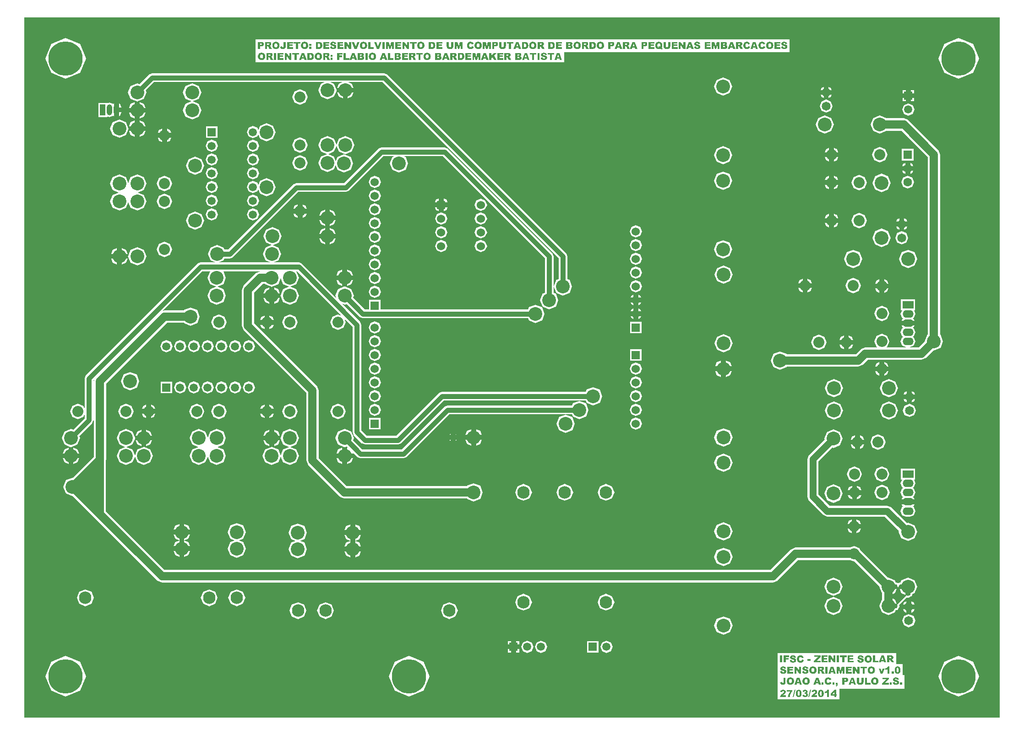
<source format=gtl>
%FSAX24Y24*%
%MOIN*%
G70*
G01*
G75*
G04 Layer_Physical_Order=1*
G04 Layer_Color=255*
%ADD10C,0.0350*%
%ADD11C,0.0600*%
%ADD12C,0.0500*%
%ADD13C,0.1000*%
%ADD14C,0.0800*%
%ADD15R,0.0591X0.0591*%
%ADD16C,0.0591*%
%ADD17R,0.0630X0.0630*%
%ADD18C,0.0630*%
%ADD19O,0.0787X0.0551*%
%ADD20R,0.0787X0.0551*%
%ADD21R,0.0600X0.0600*%
%ADD22C,0.0600*%
G04:AMPARAMS|DCode=23|XSize=60mil|YSize=60mil|CornerRadius=7.5mil|HoleSize=0mil|Usage=FLASHONLY|Rotation=0.000|XOffset=0mil|YOffset=0mil|HoleType=Round|Shape=RoundedRectangle|*
%AMROUNDEDRECTD23*
21,1,0.0600,0.0450,0,0,0.0*
21,1,0.0450,0.0600,0,0,0.0*
1,1,0.0150,0.0225,-0.0225*
1,1,0.0150,-0.0225,-0.0225*
1,1,0.0150,-0.0225,0.0225*
1,1,0.0150,0.0225,0.0225*
%
%ADD23ROUNDEDRECTD23*%
%ADD24C,0.0906*%
%ADD25O,0.0394X0.0787*%
%ADD26R,0.0394X0.0787*%
%ADD27R,0.0591X0.0591*%
%ADD28C,0.0650*%
%ADD29C,0.0591*%
%ADD30R,0.0591X0.0591*%
%ADD31R,0.0591X0.0591*%
%ADD32C,0.2500*%
G36*
X100000Y019000D02*
X029000D01*
Y070000D01*
X100000D01*
Y019000D01*
D02*
G37*
%LPC*%
G36*
X038534Y041125D02*
X038218D01*
Y040810D01*
X038441Y040902D01*
X038534Y041125D01*
D02*
G37*
G36*
X037868D02*
X037553D01*
X037645Y040902D01*
X037868Y040810D01*
Y041125D01*
D02*
G37*
G36*
X046482D02*
X046166D01*
X046259Y040902D01*
X046482Y040810D01*
Y041125D01*
D02*
G37*
G36*
X093409Y041842D02*
X093069Y041701D01*
X092928Y041360D01*
X093069Y041019D01*
X093409Y040878D01*
X093750Y041019D01*
X093891Y041360D01*
X093750Y041701D01*
X093409Y041842D01*
D02*
G37*
G36*
X047147Y041125D02*
X046832D01*
Y040810D01*
X047055Y040902D01*
X047147Y041125D01*
D02*
G37*
G36*
X041543Y041863D02*
X041145Y041698D01*
X040981Y041300D01*
X041145Y040902D01*
X041543Y040737D01*
X041941Y040902D01*
X042106Y041300D01*
X041941Y041698D01*
X041543Y041863D01*
D02*
G37*
G36*
X036380D02*
X035982Y041698D01*
X035817Y041300D01*
X035982Y040902D01*
X036380Y040737D01*
X036778Y040902D01*
X036943Y041300D01*
X036778Y041698D01*
X036380Y041863D01*
D02*
G37*
G36*
X043157D02*
X042759Y041698D01*
X042594Y041300D01*
X042759Y040902D01*
X043157Y040737D01*
X043555Y040902D01*
X043720Y041300D01*
X043555Y041698D01*
X043157Y041863D01*
D02*
G37*
G36*
X051820D02*
X051422Y041698D01*
X051257Y041300D01*
X051422Y040902D01*
X051820Y040737D01*
X052218Y040902D01*
X052383Y041300D01*
X052218Y041698D01*
X051820Y041863D01*
D02*
G37*
G36*
X048320D02*
X047922Y041698D01*
X047757Y041300D01*
X047922Y040902D01*
X048320Y040737D01*
X048718Y040902D01*
X048883Y041300D01*
X048718Y041698D01*
X048320Y041863D01*
D02*
G37*
G36*
X054500Y041855D02*
X054179Y041721D01*
X054045Y041400D01*
X054179Y041079D01*
X054500Y040945D01*
X054821Y041079D01*
X054955Y041400D01*
X054821Y041721D01*
X054500Y041855D01*
D02*
G37*
G36*
X073500Y042855D02*
X073179Y042721D01*
X073045Y042400D01*
X073179Y042079D01*
X073500Y041945D01*
X073821Y042079D01*
X073955Y042400D01*
X073821Y042721D01*
X073500Y042855D01*
D02*
G37*
G36*
X054500D02*
X054179Y042721D01*
X054045Y042400D01*
X054179Y042079D01*
X054500Y041945D01*
X054821Y042079D01*
X054955Y042400D01*
X054821Y042721D01*
X054500Y042855D01*
D02*
G37*
G36*
X093234Y042185D02*
X093000D01*
X093069Y042019D01*
X093234Y041951D01*
Y042185D01*
D02*
G37*
G36*
X087919Y043661D02*
X087445Y043465D01*
X087248Y042990D01*
X087445Y042515D01*
X087919Y042319D01*
X088394Y042515D01*
X088590Y042990D01*
X088394Y043465D01*
X087919Y043661D01*
D02*
G37*
G36*
X093818Y042185D02*
X093584D01*
Y041951D01*
X093750Y042019D01*
X093818Y042185D01*
D02*
G37*
G36*
X037868Y041790D02*
X037645Y041698D01*
X037553Y041475D01*
X037868D01*
Y041790D01*
D02*
G37*
G36*
X073500Y041855D02*
X073179Y041721D01*
X073045Y041400D01*
X073179Y041079D01*
X073500Y040945D01*
X073821Y041079D01*
X073955Y041400D01*
X073821Y041721D01*
X073500Y041855D01*
D02*
G37*
G36*
X038218Y041790D02*
Y041475D01*
X038534D01*
X038441Y041698D01*
X038218Y041790D01*
D02*
G37*
G36*
X046832D02*
Y041475D01*
X047147D01*
X047055Y041698D01*
X046832Y041790D01*
D02*
G37*
G36*
X046482D02*
X046259Y041698D01*
X046166Y041475D01*
X046482D01*
Y041790D01*
D02*
G37*
G36*
X048310Y040021D02*
X047835Y039825D01*
X047657Y039393D01*
X047657Y039393D01*
X047639Y039350D01*
X047657Y039307D01*
X047657Y039307D01*
X047835Y038875D01*
X048259Y038700D01*
X047835Y038525D01*
X047657Y038093D01*
X047478Y038525D01*
X047054Y038700D01*
X047054Y038700D01*
X047003Y038721D01*
X046952Y038700D01*
X046952Y038700D01*
X046529Y038525D01*
X046332Y038050D01*
X046529Y037575D01*
X047003Y037379D01*
X047478Y037575D01*
X047657Y038007D01*
X047835Y037575D01*
X048310Y037379D01*
X048785Y037575D01*
X048981Y038050D01*
X048785Y038525D01*
X048361Y038700D01*
X048785Y038875D01*
X048981Y039350D01*
X048785Y039825D01*
X048310Y040021D01*
D02*
G37*
G36*
X043003D02*
X042529Y039825D01*
X042350Y039393D01*
X042171Y039825D01*
X041697Y040021D01*
X041222Y039825D01*
X041026Y039350D01*
X041222Y038875D01*
X041646Y038700D01*
X041222Y038525D01*
X041026Y038050D01*
X041222Y037575D01*
X041697Y037379D01*
X042171Y037575D01*
X042350Y038007D01*
X042529Y037575D01*
X043003Y037379D01*
X043478Y037575D01*
X043674Y038050D01*
X043478Y038525D01*
X043054Y038700D01*
X043478Y038875D01*
X043674Y039350D01*
X043478Y039825D01*
X043003Y040021D01*
D02*
G37*
G36*
X037522Y039949D02*
X037222Y039825D01*
X037098Y039525D01*
X037522D01*
Y039949D01*
D02*
G37*
G36*
X046828D02*
X046529Y039825D01*
X046405Y039525D01*
X046828D01*
Y039949D01*
D02*
G37*
G36*
X037872D02*
Y039525D01*
X038295D01*
X038171Y039825D01*
X037872Y039949D01*
D02*
G37*
G36*
X060452Y039225D02*
X060375D01*
Y039148D01*
X060430Y039170D01*
X060452Y039225D01*
D02*
G37*
G36*
X060025D02*
X059948D01*
X059970Y039170D01*
X060025Y039148D01*
Y039225D01*
D02*
G37*
G36*
X089464Y039550D02*
X089241Y039458D01*
X089149Y039235D01*
X089464D01*
Y039550D01*
D02*
G37*
G36*
X036390Y040021D02*
X035915Y039825D01*
X035719Y039350D01*
X035915Y038875D01*
X036339Y038700D01*
X035915Y038525D01*
X035719Y038050D01*
X035915Y037575D01*
X036390Y037379D01*
X036865Y037575D01*
X037043Y038007D01*
X037222Y037575D01*
X037697Y037379D01*
X038171Y037575D01*
X038368Y038050D01*
X038171Y038525D01*
X037748Y038700D01*
X037748Y038700D01*
X037697Y038721D01*
X037646Y038700D01*
X037646Y038700D01*
X037222Y038525D01*
X037043Y038093D01*
X036865Y038525D01*
X036441Y038700D01*
X036865Y038875D01*
X037043Y039307D01*
X037043Y039307D01*
X037061Y039350D01*
X037043Y039393D01*
X037043Y039393D01*
X036865Y039825D01*
X036390Y040021D01*
D02*
G37*
G36*
X089814Y039550D02*
Y039235D01*
X090130D01*
X090037Y039458D01*
X089814Y039550D01*
D02*
G37*
G36*
X047178Y039949D02*
Y039525D01*
X047602D01*
X047478Y039825D01*
X047178Y039949D01*
D02*
G37*
G36*
X054920Y040820D02*
X054080D01*
Y039980D01*
X054920D01*
Y040820D01*
D02*
G37*
G36*
X073500Y040855D02*
X073179Y040721D01*
X073045Y040400D01*
X073179Y040079D01*
X073500Y039945D01*
X073821Y040079D01*
X073955Y040400D01*
X073821Y040721D01*
X073500Y040855D01*
D02*
G37*
G36*
X087919Y042021D02*
X087445Y041825D01*
X087248Y041350D01*
X087445Y040875D01*
X087919Y040679D01*
X088394Y040875D01*
X088590Y041350D01*
X088394Y041825D01*
X087919Y042021D01*
D02*
G37*
G36*
X069400Y042071D02*
X068925Y041875D01*
X068861Y041719D01*
X059800D01*
X059640Y041653D01*
X059574Y041626D01*
X056468Y038519D01*
X053592D01*
X052917Y039195D01*
X052981Y039350D01*
X052785Y039825D01*
X052310Y040021D01*
X051835Y039825D01*
X051639Y039350D01*
X051835Y038875D01*
X052259Y038700D01*
X052259Y038700D01*
X052310Y038679D01*
X052361Y038700D01*
X052361Y038700D01*
X052465Y038743D01*
X052613Y038596D01*
X052485Y038649D01*
Y038225D01*
X052909D01*
X052856Y038353D01*
X053234Y037974D01*
X053460Y037881D01*
X056600D01*
X056826Y037974D01*
X059932Y041081D01*
X068861D01*
X068925Y040925D01*
X069400Y040729D01*
X069875Y040925D01*
X070071Y041400D01*
X069875Y041875D01*
X069400Y042071D01*
D02*
G37*
G36*
X091919Y042021D02*
X091445Y041825D01*
X091248Y041350D01*
X091445Y040875D01*
X091919Y040679D01*
X092394Y040875D01*
X092590Y041350D01*
X092394Y041825D01*
X091919Y042021D01*
D02*
G37*
G36*
X060375Y039652D02*
Y039575D01*
X060452D01*
X060430Y039630D01*
X060375Y039652D01*
D02*
G37*
G36*
X060025D02*
X059970Y039630D01*
X059948Y039575D01*
X060025D01*
Y039652D01*
D02*
G37*
G36*
X061525Y039999D02*
X061225Y039875D01*
X061101Y039575D01*
X061525D01*
Y039999D01*
D02*
G37*
G36*
X068400Y041071D02*
X067925Y040875D01*
X067729Y040400D01*
X067925Y039925D01*
X068400Y039729D01*
X068875Y039925D01*
X069071Y040400D01*
X068875Y040875D01*
X068400Y041071D01*
D02*
G37*
G36*
X061875Y039999D02*
Y039575D01*
X062299D01*
X062175Y039875D01*
X061875Y039999D01*
D02*
G37*
G36*
X040340Y046489D02*
X040022Y046358D01*
X039891Y046040D01*
X040022Y045722D01*
X040340Y045591D01*
X040658Y045722D01*
X040789Y046040D01*
X040658Y046358D01*
X040340Y046489D01*
D02*
G37*
G36*
X039340D02*
X039022Y046358D01*
X038891Y046040D01*
X039022Y045722D01*
X039340Y045591D01*
X039658Y045722D01*
X039789Y046040D01*
X039658Y046358D01*
X039340Y046489D01*
D02*
G37*
G36*
X041340D02*
X041022Y046358D01*
X040891Y046040D01*
X041022Y045722D01*
X041340Y045591D01*
X041658Y045722D01*
X041789Y046040D01*
X041658Y046358D01*
X041340Y046489D01*
D02*
G37*
G36*
X043340D02*
X043022Y046358D01*
X042891Y046040D01*
X043022Y045722D01*
X043340Y045591D01*
X043658Y045722D01*
X043789Y046040D01*
X043658Y046358D01*
X043340Y046489D01*
D02*
G37*
G36*
X042340D02*
X042022Y046358D01*
X041891Y046040D01*
X042022Y045722D01*
X042340Y045591D01*
X042658Y045722D01*
X042789Y046040D01*
X042658Y046358D01*
X042340Y046489D01*
D02*
G37*
G36*
X080054Y044999D02*
Y044575D01*
X080478D01*
X080354Y044875D01*
X080054Y044999D01*
D02*
G37*
G36*
X079704D02*
X079405Y044875D01*
X079281Y044575D01*
X079704D01*
Y044999D01*
D02*
G37*
G36*
X054500Y045855D02*
X054179Y045721D01*
X054045Y045400D01*
X054179Y045079D01*
X054500Y044945D01*
X054821Y045079D01*
X054955Y045400D01*
X054821Y045721D01*
X054500Y045855D01*
D02*
G37*
G36*
X079899Y046921D02*
X079425Y046725D01*
X079228Y046250D01*
X079425Y045775D01*
X079899Y045579D01*
X080374Y045775D01*
X080570Y046250D01*
X080374Y046725D01*
X079899Y046921D01*
D02*
G37*
G36*
X073920Y045820D02*
X073080D01*
Y044980D01*
X073920D01*
Y045820D01*
D02*
G37*
G36*
X044340Y046489D02*
X044022Y046358D01*
X043891Y046040D01*
X044022Y045722D01*
X044340Y045591D01*
X044658Y045722D01*
X044789Y046040D01*
X044658Y046358D01*
X044340Y046489D01*
D02*
G37*
G36*
X093793Y047555D02*
X092845D01*
X092898Y047427D01*
X092975Y047395D01*
X092898Y047363D01*
X092773Y047061D01*
X092898Y046758D01*
X092975Y046726D01*
X092898Y046694D01*
X092773Y046391D01*
X092898Y046089D01*
X093201Y045963D01*
X093437D01*
X093740Y046089D01*
X093866Y046391D01*
X093740Y046694D01*
X093663Y046726D01*
X093740Y046758D01*
X093866Y047061D01*
X093740Y047363D01*
X093663Y047395D01*
X093740Y047427D01*
X093793Y047555D01*
D02*
G37*
G36*
X091259Y062861D02*
X090785Y062665D01*
X090588Y062190D01*
X090785Y061715D01*
X091259Y061519D01*
X091734Y061715D01*
X091742Y061735D01*
X092822D01*
X094745Y059812D01*
Y046883D01*
X094725Y046875D01*
X094529Y046400D01*
X094537Y046380D01*
X094112Y045955D01*
X091717D01*
X091807Y045992D01*
X091972Y046390D01*
X091807Y046788D01*
X091409Y046953D01*
X091011Y046788D01*
X090846Y046390D01*
X091011Y045992D01*
X091102Y045955D01*
X090200D01*
X089879Y045821D01*
X089512Y045455D01*
X084483D01*
X084475Y045475D01*
X084000Y045671D01*
X083525Y045475D01*
X083329Y045000D01*
X083525Y044525D01*
X084000Y044329D01*
X084475Y044525D01*
X084483Y044545D01*
X089700D01*
X090021Y044679D01*
X090388Y045045D01*
X094300D01*
X094621Y045179D01*
X095180Y045737D01*
X095200Y045729D01*
X095675Y045925D01*
X095871Y046400D01*
X095675Y046875D01*
X095655Y046883D01*
Y060000D01*
X095521Y060321D01*
X093331Y062511D01*
X093010Y062645D01*
X091742D01*
X091734Y062665D01*
X091259Y062861D01*
D02*
G37*
G36*
X088654Y046810D02*
X088431Y046718D01*
X088339Y046495D01*
X088654D01*
Y046810D01*
D02*
G37*
G36*
X054500Y047855D02*
X054179Y047721D01*
X054045Y047400D01*
X054179Y047079D01*
X054500Y046945D01*
X054821Y047079D01*
X054955Y047400D01*
X054821Y047721D01*
X054500Y047855D01*
D02*
G37*
G36*
X089004Y046810D02*
Y046495D01*
X089320D01*
X089227Y046718D01*
X089004Y046810D01*
D02*
G37*
G36*
X086829Y046883D02*
X086431Y046718D01*
X086266Y046320D01*
X086431Y045922D01*
X086829Y045757D01*
X087227Y045922D01*
X087392Y046320D01*
X087227Y046718D01*
X086829Y046883D01*
D02*
G37*
G36*
X045340Y046489D02*
X045022Y046358D01*
X044891Y046040D01*
X045022Y045722D01*
X045340Y045591D01*
X045658Y045722D01*
X045789Y046040D01*
X045658Y046358D01*
X045340Y046489D01*
D02*
G37*
G36*
X088654Y046145D02*
X088339D01*
X088431Y045922D01*
X088654Y045830D01*
Y046145D01*
D02*
G37*
G36*
X054500Y046855D02*
X054179Y046721D01*
X054045Y046400D01*
X054179Y046079D01*
X054500Y045945D01*
X054821Y046079D01*
X054955Y046400D01*
X054821Y046721D01*
X054500Y046855D01*
D02*
G37*
G36*
X089320Y046145D02*
X089004D01*
Y045830D01*
X089227Y045922D01*
X089320Y046145D01*
D02*
G37*
G36*
X043340Y043489D02*
X043022Y043358D01*
X042891Y043040D01*
X043022Y042722D01*
X043340Y042591D01*
X043658Y042722D01*
X043789Y043040D01*
X043658Y043358D01*
X043340Y043489D01*
D02*
G37*
G36*
X042340D02*
X042022Y043358D01*
X041891Y043040D01*
X042022Y042722D01*
X042340Y042591D01*
X042658Y042722D01*
X042789Y043040D01*
X042658Y043358D01*
X042340Y043489D01*
D02*
G37*
G36*
X044340D02*
X044022Y043358D01*
X043891Y043040D01*
X044022Y042722D01*
X044340Y042591D01*
X044658Y042722D01*
X044789Y043040D01*
X044658Y043358D01*
X044340Y043489D01*
D02*
G37*
G36*
X039755Y043455D02*
X038925D01*
Y042625D01*
X039755D01*
Y043455D01*
D02*
G37*
G36*
X045340Y043489D02*
X045022Y043358D01*
X044891Y043040D01*
X045022Y042722D01*
X045340Y042591D01*
X045658Y042722D01*
X045789Y043040D01*
X045658Y043358D01*
X045340Y043489D01*
D02*
G37*
G36*
X093234Y042769D02*
X093069Y042701D01*
X093000Y042535D01*
X093234D01*
Y042769D01*
D02*
G37*
G36*
X091919Y043661D02*
X091445Y043465D01*
X091248Y042990D01*
X091445Y042515D01*
X091919Y042319D01*
X092394Y042515D01*
X092590Y042990D01*
X092394Y043465D01*
X091919Y043661D01*
D02*
G37*
G36*
X093584Y042769D02*
Y042535D01*
X093818D01*
X093750Y042701D01*
X093584Y042769D01*
D02*
G37*
G36*
X041340Y043489D02*
X041022Y043358D01*
X040891Y043040D01*
X041022Y042722D01*
X041340Y042591D01*
X041658Y042722D01*
X041789Y043040D01*
X041658Y043358D01*
X041340Y043489D01*
D02*
G37*
G36*
X040340D02*
X040022Y043358D01*
X039891Y043040D01*
X040022Y042722D01*
X040340Y042591D01*
X040658Y042722D01*
X040789Y043040D01*
X040658Y043358D01*
X040340Y043489D01*
D02*
G37*
G36*
X036700Y044171D02*
X036225Y043975D01*
X036029Y043500D01*
X036225Y043025D01*
X036700Y042829D01*
X037175Y043025D01*
X037371Y043500D01*
X037175Y043975D01*
X036700Y044171D01*
D02*
G37*
G36*
X054500Y044855D02*
X054179Y044721D01*
X054045Y044400D01*
X054179Y044079D01*
X054500Y043945D01*
X054821Y044079D01*
X054955Y044400D01*
X054821Y044721D01*
X054500Y044855D01*
D02*
G37*
G36*
X091900Y044215D02*
X091584D01*
Y043900D01*
X091807Y043992D01*
X091900Y044215D01*
D02*
G37*
G36*
X073500Y044855D02*
X073179Y044721D01*
X073045Y044400D01*
X073179Y044079D01*
X073500Y043945D01*
X073821Y044079D01*
X073955Y044400D01*
X073821Y044721D01*
X073500Y044855D01*
D02*
G37*
G36*
X091584Y044880D02*
Y044565D01*
X091900D01*
X091807Y044788D01*
X091584Y044880D01*
D02*
G37*
G36*
X091234D02*
X091011Y044788D01*
X090919Y044565D01*
X091234D01*
Y044880D01*
D02*
G37*
G36*
X073500Y043855D02*
X073179Y043721D01*
X073045Y043400D01*
X073179Y043079D01*
X073500Y042945D01*
X073821Y043079D01*
X073955Y043400D01*
X073821Y043721D01*
X073500Y043855D01*
D02*
G37*
G36*
X054500D02*
X054179Y043721D01*
X054045Y043400D01*
X054179Y043079D01*
X054500Y042945D01*
X054821Y043079D01*
X054955Y043400D01*
X054821Y043721D01*
X054500Y043855D01*
D02*
G37*
G36*
X079704Y044225D02*
X079281D01*
X079405Y043925D01*
X079704Y043801D01*
Y044225D01*
D02*
G37*
G36*
X091234Y044215D02*
X090919D01*
X091011Y043992D01*
X091234Y043900D01*
Y044215D01*
D02*
G37*
G36*
X080478Y044225D02*
X080054D01*
Y043801D01*
X080354Y043925D01*
X080478Y044225D01*
D02*
G37*
G36*
X087889Y029201D02*
X087415Y029005D01*
X087218Y028530D01*
X087415Y028055D01*
X087889Y027859D01*
X088364Y028055D01*
X088560Y028530D01*
X088364Y029005D01*
X087889Y029201D01*
D02*
G37*
G36*
X093544Y027459D02*
Y027225D01*
X093778D01*
X093710Y027391D01*
X093544Y027459D01*
D02*
G37*
G36*
X079879Y031371D02*
X079405Y031175D01*
X079208Y030700D01*
X079405Y030225D01*
X079879Y030029D01*
X080354Y030225D01*
X080550Y030700D01*
X080354Y031175D01*
X079879Y031371D01*
D02*
G37*
G36*
X044450Y033171D02*
X043975Y032975D01*
X043779Y032500D01*
X043975Y032025D01*
X044278Y031900D01*
X043975Y031775D01*
X043779Y031300D01*
X043975Y030825D01*
X044450Y030629D01*
X044925Y030825D01*
X045121Y031300D01*
X044925Y031775D01*
X044622Y031900D01*
X044925Y032025D01*
X045121Y032500D01*
X044925Y032975D01*
X044450Y033171D01*
D02*
G37*
G36*
X048900Y033141D02*
X048425Y032945D01*
X048229Y032470D01*
X048425Y031995D01*
X048728Y031870D01*
X048425Y031745D01*
X048229Y031270D01*
X048425Y030795D01*
X048900Y030599D01*
X049375Y030795D01*
X049571Y031270D01*
X049375Y031745D01*
X049072Y031870D01*
X049375Y031995D01*
X049571Y032470D01*
X049375Y032945D01*
X048900Y033141D01*
D02*
G37*
G36*
X033436Y028340D02*
X032998Y028158D01*
X032816Y027720D01*
X032998Y027282D01*
X033436Y027100D01*
X033875Y027282D01*
X034056Y027720D01*
X033875Y028158D01*
X033436Y028340D01*
D02*
G37*
G36*
X071330Y028020D02*
X070892Y027838D01*
X070710Y027400D01*
X070892Y026962D01*
X071330Y026780D01*
X071768Y026962D01*
X071950Y027400D01*
X071768Y027838D01*
X071330Y028020D01*
D02*
G37*
G36*
X042452Y028340D02*
X042014Y028158D01*
X041832Y027720D01*
X042014Y027282D01*
X042452Y027100D01*
X042890Y027282D01*
X043072Y027720D01*
X042890Y028158D01*
X042452Y028340D01*
D02*
G37*
G36*
X093194Y027459D02*
X093029Y027391D01*
X092960Y027225D01*
X093194D01*
Y027459D01*
D02*
G37*
G36*
X044460Y028340D02*
X044022Y028158D01*
X043840Y027720D01*
X044022Y027282D01*
X044460Y027100D01*
X044898Y027282D01*
X045080Y027720D01*
X044898Y028158D01*
X044460Y028340D01*
D02*
G37*
G36*
X052725Y031095D02*
X052301D01*
X052425Y030795D01*
X052725Y030671D01*
Y031095D01*
D02*
G37*
G36*
X040625Y031899D02*
Y031475D01*
X041049D01*
X040925Y031775D01*
X040625Y031899D01*
D02*
G37*
G36*
X040275D02*
X039975Y031775D01*
X039851Y031475D01*
X040275D01*
Y031899D01*
D02*
G37*
G36*
X052725Y032295D02*
X052301D01*
X052425Y031995D01*
X052725Y031871D01*
Y032295D01*
D02*
G37*
G36*
X079879Y033221D02*
X079405Y033025D01*
X079208Y032550D01*
X079405Y032075D01*
X079879Y031879D01*
X080354Y032075D01*
X080550Y032550D01*
X080354Y033025D01*
X079879Y033221D01*
D02*
G37*
G36*
X053499Y032295D02*
X053075D01*
Y031871D01*
X053375Y031995D01*
X053499Y032295D01*
D02*
G37*
G36*
X040275Y031125D02*
X039851D01*
X039975Y030825D01*
X040275Y030701D01*
Y031125D01*
D02*
G37*
G36*
X053499Y031095D02*
X053075D01*
Y030671D01*
X053375Y030795D01*
X053499Y031095D01*
D02*
G37*
G36*
X041049Y031125D02*
X040625D01*
Y030701D01*
X040925Y030825D01*
X041049Y031125D01*
D02*
G37*
G36*
X053075Y031869D02*
Y031445D01*
X053499D01*
X053375Y031745D01*
X053075Y031869D01*
D02*
G37*
G36*
X052725D02*
X052425Y031745D01*
X052301Y031445D01*
X052725D01*
Y031869D01*
D02*
G37*
G36*
X071370Y024599D02*
X071052Y024468D01*
X070921Y024150D01*
X071052Y023832D01*
X071370Y023701D01*
X071688Y023832D01*
X071819Y024150D01*
X071688Y024468D01*
X071370Y024599D01*
D02*
G37*
G36*
X066600D02*
X066282Y024468D01*
X066151Y024150D01*
X066282Y023832D01*
X066600Y023701D01*
X066918Y023832D01*
X067049Y024150D01*
X066918Y024468D01*
X066600Y024599D01*
D02*
G37*
G36*
X064425Y023975D02*
X064185D01*
Y023735D01*
X064425D01*
Y023975D01*
D02*
G37*
G36*
X070785Y024565D02*
X069955D01*
Y023735D01*
X070785D01*
Y024565D01*
D02*
G37*
G36*
X065015Y023975D02*
X064775D01*
Y023735D01*
X065015D01*
Y023975D01*
D02*
G37*
G36*
X032000Y023483D02*
X030951Y023049D01*
X030517Y022000D01*
X030951Y020951D01*
X032000Y020517D01*
X033049Y020951D01*
X033483Y022000D01*
X033049Y023049D01*
X032000Y023483D01*
D02*
G37*
G36*
X092459Y023696D02*
X083830D01*
Y022831D01*
Y022021D01*
Y021088D01*
Y020321D01*
X088310D01*
Y021088D01*
X093052D01*
Y022086D01*
X092933D01*
Y022886D01*
X092459D01*
Y023696D01*
D02*
G37*
G36*
X057000Y023483D02*
X055951Y023049D01*
X055517Y022000D01*
X055951Y020951D01*
X057000Y020517D01*
X058049Y020951D01*
X058483Y022000D01*
X058049Y023049D01*
X057000Y023483D01*
D02*
G37*
G36*
X065600Y024599D02*
X065282Y024468D01*
X065151Y024150D01*
X065282Y023832D01*
X065600Y023701D01*
X065918Y023832D01*
X066049Y024150D01*
X065918Y024468D01*
X065600Y024599D01*
D02*
G37*
G36*
X097000Y023483D02*
X095951Y023049D01*
X095517Y022000D01*
X095951Y020951D01*
X097000Y020517D01*
X098049Y020951D01*
X098483Y022000D01*
X098049Y023049D01*
X097000Y023483D01*
D02*
G37*
G36*
X064425Y024565D02*
X064185D01*
Y024325D01*
X064425D01*
Y024565D01*
D02*
G37*
G36*
X087889Y027791D02*
X087415Y027595D01*
X087218Y027120D01*
X087415Y026645D01*
X087889Y026449D01*
X088364Y026645D01*
X088560Y027120D01*
X088364Y027595D01*
X087889Y027791D01*
D02*
G37*
G36*
X059934Y027400D02*
X059495Y027218D01*
X059314Y026780D01*
X059495Y026342D01*
X059934Y026160D01*
X060372Y026342D01*
X060554Y026780D01*
X060372Y027218D01*
X059934Y027400D01*
D02*
G37*
G36*
X093194Y026875D02*
X092960D01*
X093029Y026709D01*
X093194Y026641D01*
Y026875D01*
D02*
G37*
G36*
X065330Y028020D02*
X064892Y027838D01*
X064710Y027400D01*
X064892Y026962D01*
X065330Y026780D01*
X065768Y026962D01*
X065950Y027400D01*
X065768Y027838D01*
X065330Y028020D01*
D02*
G37*
G36*
X093778Y026875D02*
X093544D01*
Y026641D01*
X093710Y026709D01*
X093778Y026875D01*
D02*
G37*
G36*
X079879Y026371D02*
X079405Y026175D01*
X079208Y025700D01*
X079405Y025225D01*
X079879Y025029D01*
X080354Y025225D01*
X080550Y025700D01*
X080354Y026175D01*
X079879Y026371D01*
D02*
G37*
G36*
X065015Y024565D02*
X064775D01*
Y024325D01*
X065015D01*
Y024565D01*
D02*
G37*
G36*
X093369Y026532D02*
X093029Y026391D01*
X092888Y026050D01*
X093029Y025709D01*
X093369Y025568D01*
X093710Y025709D01*
X093851Y026050D01*
X093710Y026391D01*
X093369Y026532D01*
D02*
G37*
G36*
X050918Y027400D02*
X050480Y027218D01*
X050298Y026780D01*
X050480Y026342D01*
X050918Y026160D01*
X051356Y026342D01*
X051538Y026780D01*
X051356Y027218D01*
X050918Y027400D01*
D02*
G37*
G36*
X048910D02*
X048472Y027218D01*
X048290Y026780D01*
X048472Y026342D01*
X048910Y026160D01*
X049348Y026342D01*
X049530Y026780D01*
X049348Y027218D01*
X048910Y027400D01*
D02*
G37*
G36*
X052909Y037875D02*
X052485D01*
Y037451D01*
X052785Y037575D01*
X052909Y037875D01*
D02*
G37*
G36*
X052135D02*
X051711D01*
X051835Y037575D01*
X052135Y037451D01*
Y037875D01*
D02*
G37*
G36*
X032215Y038649D02*
X031915Y038525D01*
X031791Y038225D01*
X032215D01*
Y038649D01*
D02*
G37*
G36*
X052135D02*
X051835Y038525D01*
X051711Y038225D01*
X052135D01*
Y038649D01*
D02*
G37*
G36*
X032565D02*
Y038225D01*
X032989D01*
X032865Y038525D01*
X032565Y038649D01*
D02*
G37*
G36*
X091409Y037283D02*
X091011Y037118D01*
X090846Y036720D01*
X091011Y036322D01*
X091409Y036157D01*
X091807Y036322D01*
X091972Y036720D01*
X091807Y037118D01*
X091409Y037283D01*
D02*
G37*
G36*
X089409D02*
X089011Y037118D01*
X088846Y036720D01*
X089011Y036322D01*
X089409Y036157D01*
X089807Y036322D01*
X089972Y036720D01*
X089807Y037118D01*
X089409Y037283D01*
D02*
G37*
G36*
X079879Y038221D02*
X079405Y038025D01*
X079208Y037550D01*
X079405Y037075D01*
X079879Y036879D01*
X080354Y037075D01*
X080550Y037550D01*
X080354Y038025D01*
X079879Y038221D01*
D02*
G37*
G36*
X032989Y037875D02*
X032565D01*
Y037451D01*
X032865Y037575D01*
X032989Y037875D01*
D02*
G37*
G36*
X032215D02*
X031791D01*
X031915Y037575D01*
X032215Y037451D01*
Y037875D01*
D02*
G37*
G36*
X091139Y039623D02*
X090741Y039458D01*
X090576Y039060D01*
X090741Y038662D01*
X091139Y038497D01*
X091537Y038662D01*
X091702Y039060D01*
X091537Y039458D01*
X091139Y039623D01*
D02*
G37*
G36*
X046828Y039175D02*
X046405D01*
X046529Y038875D01*
X046828Y038751D01*
Y039175D01*
D02*
G37*
G36*
X038295D02*
X037872D01*
Y038751D01*
X038171Y038875D01*
X038295Y039175D01*
D02*
G37*
G36*
X047602D02*
X047178D01*
Y038751D01*
X047478Y038875D01*
X047602Y039175D01*
D02*
G37*
G36*
X062299Y039225D02*
X061875D01*
Y038801D01*
X062175Y038925D01*
X062299Y039225D01*
D02*
G37*
G36*
X061525D02*
X061101D01*
X061225Y038925D01*
X061525Y038801D01*
Y039225D01*
D02*
G37*
G36*
X090130Y038885D02*
X089814D01*
Y038570D01*
X090037Y038662D01*
X090130Y038885D01*
D02*
G37*
G36*
X089464D02*
X089149D01*
X089241Y038662D01*
X089464Y038570D01*
Y038885D01*
D02*
G37*
G36*
X087889Y039981D02*
X087415Y039785D01*
X087218Y039310D01*
X087249Y039236D01*
X086107Y038094D01*
X085990Y037811D01*
Y035090D01*
X086107Y034807D01*
X087157Y033757D01*
X087157Y033757D01*
X087440Y033640D01*
X091633D01*
X092669Y032604D01*
X092638Y032530D01*
X092835Y032055D01*
X093309Y031859D01*
X093784Y032055D01*
X093980Y032530D01*
X093784Y033005D01*
X093309Y033201D01*
X093235Y033170D01*
X092082Y034323D01*
X091799Y034440D01*
X087606D01*
X086790Y035256D01*
Y037645D01*
X087815Y038670D01*
X087889Y038639D01*
X088364Y038835D01*
X088560Y039310D01*
X088364Y039785D01*
X087889Y039981D01*
D02*
G37*
G36*
X037522Y039175D02*
X037098D01*
X037222Y038875D01*
X037522Y038751D01*
Y039175D01*
D02*
G37*
G36*
X079879Y040071D02*
X079405Y039875D01*
X079208Y039400D01*
X079405Y038925D01*
X079879Y038729D01*
X080354Y038925D01*
X080550Y039400D01*
X080354Y039875D01*
X079879Y040071D01*
D02*
G37*
G36*
X040275Y033099D02*
X039975Y032975D01*
X039851Y032675D01*
X040275D01*
Y033099D01*
D02*
G37*
G36*
X053075Y033069D02*
Y032645D01*
X053499D01*
X053375Y032945D01*
X053075Y033069D01*
D02*
G37*
G36*
X040625Y033099D02*
Y032675D01*
X041049D01*
X040925Y032975D01*
X040625Y033099D01*
D02*
G37*
G36*
X089574Y033410D02*
Y033095D01*
X089890D01*
X089797Y033318D01*
X089574Y033410D01*
D02*
G37*
G36*
X089224D02*
X089001Y033318D01*
X088909Y033095D01*
X089224D01*
Y033410D01*
D02*
G37*
G36*
X041049Y032325D02*
X040625D01*
Y031901D01*
X040925Y032025D01*
X041049Y032325D01*
D02*
G37*
G36*
X040275D02*
X039851D01*
X039975Y032025D01*
X040275Y031901D01*
Y032325D01*
D02*
G37*
G36*
X089224Y032745D02*
X088909D01*
X089001Y032522D01*
X089224Y032430D01*
Y032745D01*
D02*
G37*
G36*
X052725Y033069D02*
X052425Y032945D01*
X052301Y032645D01*
X052725D01*
Y033069D01*
D02*
G37*
G36*
X089890Y032745D02*
X089574D01*
Y032430D01*
X089797Y032522D01*
X089890Y032745D01*
D02*
G37*
G36*
X093793Y034536D02*
X092845D01*
X092898Y034408D01*
X092975Y034376D01*
X092898Y034344D01*
X092773Y034041D01*
X092898Y033739D01*
X093201Y033613D01*
X093437D01*
X093740Y033739D01*
X093866Y034041D01*
X093740Y034344D01*
X093663Y034376D01*
X093740Y034408D01*
X093793Y034536D01*
D02*
G37*
G36*
X089244Y035205D02*
X088929D01*
X089021Y034982D01*
X089244Y034890D01*
Y035205D01*
D02*
G37*
G36*
X093833Y037114D02*
X092806D01*
Y036323D01*
X092886D01*
X092773Y036049D01*
X092898Y035747D01*
X092975Y035715D01*
X092898Y035683D01*
X092773Y035380D01*
X092898Y035077D01*
X092975Y035045D01*
X092898Y035013D01*
X092845Y034886D01*
X093793D01*
X093740Y035013D01*
X093663Y035045D01*
X093740Y035077D01*
X093866Y035380D01*
X093740Y035683D01*
X093663Y035715D01*
X093740Y035747D01*
X093866Y036049D01*
X093752Y036323D01*
X093833D01*
Y037114D01*
D02*
G37*
G36*
X089910Y035205D02*
X089594D01*
Y034890D01*
X089817Y034982D01*
X089910Y035205D01*
D02*
G37*
G36*
X089594Y035870D02*
Y035555D01*
X089910D01*
X089817Y035778D01*
X089594Y035870D01*
D02*
G37*
G36*
X089244D02*
X089021Y035778D01*
X088929Y035555D01*
X089244D01*
Y035870D01*
D02*
G37*
G36*
X065330Y036020D02*
X064892Y035838D01*
X064710Y035400D01*
X064892Y034962D01*
X065330Y034780D01*
X065768Y034962D01*
X065950Y035400D01*
X065768Y035838D01*
X065330Y036020D01*
D02*
G37*
G36*
X087889Y035981D02*
X087415Y035785D01*
X087218Y035310D01*
X087415Y034835D01*
X087889Y034639D01*
X088364Y034835D01*
X088560Y035310D01*
X088364Y035785D01*
X087889Y035981D01*
D02*
G37*
G36*
X068330Y036020D02*
X067892Y035838D01*
X067710Y035400D01*
X067892Y034962D01*
X068330Y034780D01*
X068768Y034962D01*
X068950Y035400D01*
X068768Y035838D01*
X068330Y036020D01*
D02*
G37*
G36*
X091419Y035943D02*
X091021Y035778D01*
X090856Y035380D01*
X091021Y034982D01*
X091419Y034817D01*
X091817Y034982D01*
X091982Y035380D01*
X091817Y035778D01*
X091419Y035943D01*
D02*
G37*
G36*
X071330Y036020D02*
X070892Y035838D01*
X070710Y035400D01*
X070892Y034962D01*
X071330Y034780D01*
X071768Y034962D01*
X071950Y035400D01*
X071768Y035838D01*
X071330Y036020D01*
D02*
G37*
G36*
X073920Y047820D02*
X073080D01*
Y046980D01*
X073920D01*
Y047820D01*
D02*
G37*
G36*
X045640Y059079D02*
X045322Y058948D01*
X045191Y058630D01*
X045322Y058312D01*
X045640Y058181D01*
X045958Y058312D01*
X046089Y058630D01*
X045958Y058948D01*
X045640Y059079D01*
D02*
G37*
G36*
X042640D02*
X042322Y058948D01*
X042191Y058630D01*
X042322Y058312D01*
X042640Y058181D01*
X042958Y058312D01*
X043089Y058630D01*
X042958Y058948D01*
X042640Y059079D01*
D02*
G37*
G36*
X041420Y059861D02*
X040945Y059665D01*
X040749Y059190D01*
X040945Y058715D01*
X041420Y058519D01*
X041895Y058715D01*
X042091Y059190D01*
X041895Y059665D01*
X041420Y059861D01*
D02*
G37*
G36*
X093698Y058815D02*
X093475D01*
Y058592D01*
X093632Y058657D01*
X093698Y058815D01*
D02*
G37*
G36*
X093125D02*
X092901D01*
X092967Y058657D01*
X093125Y058592D01*
Y058815D01*
D02*
G37*
G36*
X046620Y058301D02*
X046145Y058105D01*
X046019Y057800D01*
X045958Y057948D01*
X045640Y058079D01*
X045322Y057948D01*
X045191Y057630D01*
X045322Y057312D01*
X045640Y057181D01*
X045958Y057312D01*
X046019Y057460D01*
X046145Y057155D01*
X046620Y056959D01*
X047095Y057155D01*
X047291Y057630D01*
X047095Y058105D01*
X046620Y058301D01*
D02*
G37*
G36*
X054500Y058455D02*
X054179Y058321D01*
X054045Y058000D01*
X054179Y057679D01*
X054500Y057545D01*
X054821Y057679D01*
X054955Y058000D01*
X054821Y058321D01*
X054500Y058455D01*
D02*
G37*
G36*
X037210Y058561D02*
X036735Y058365D01*
X036560Y057941D01*
X036385Y058365D01*
X035910Y058561D01*
X035435Y058365D01*
X035239Y057890D01*
X035435Y057415D01*
X035859Y057240D01*
X035435Y057065D01*
X035239Y056590D01*
X035435Y056115D01*
X035910Y055919D01*
X036385Y056115D01*
X036560Y056539D01*
X036735Y056115D01*
X037210Y055919D01*
X037685Y056115D01*
X037881Y056590D01*
X037685Y057065D01*
X037261Y057240D01*
X037685Y057415D01*
X037881Y057890D01*
X037685Y058365D01*
X037210Y058561D01*
D02*
G37*
G36*
X087924Y058460D02*
Y058145D01*
X088240D01*
X088147Y058368D01*
X087924Y058460D01*
D02*
G37*
G36*
X087574D02*
X087351Y058368D01*
X087259Y058145D01*
X087574D01*
Y058460D01*
D02*
G37*
G36*
X049070Y059943D02*
X048672Y059778D01*
X048507Y059380D01*
X048672Y058982D01*
X049070Y058817D01*
X049468Y058982D01*
X049633Y059380D01*
X049468Y059778D01*
X049070Y059943D01*
D02*
G37*
G36*
X087574Y059815D02*
X087259D01*
X087351Y059592D01*
X087574Y059500D01*
Y059815D01*
D02*
G37*
G36*
X091249Y060553D02*
X090851Y060388D01*
X090686Y059990D01*
X090851Y059592D01*
X091249Y059427D01*
X091647Y059592D01*
X091812Y059990D01*
X091647Y060388D01*
X091249Y060553D01*
D02*
G37*
G36*
X088240Y059815D02*
X087924D01*
Y059500D01*
X088147Y059592D01*
X088240Y059815D01*
D02*
G37*
G36*
X049070Y061243D02*
X048672Y061078D01*
X048507Y060680D01*
X048672Y060282D01*
X049070Y060117D01*
X049468Y060282D01*
X049633Y060680D01*
X049468Y061078D01*
X049070Y061243D01*
D02*
G37*
G36*
X093735Y060425D02*
X092865D01*
Y059555D01*
X093735D01*
Y060425D01*
D02*
G37*
G36*
X093475Y059388D02*
Y059165D01*
X093698D01*
X093632Y059323D01*
X093475Y059388D01*
D02*
G37*
G36*
X093125D02*
X092967Y059323D01*
X092901Y059165D01*
X093125D01*
Y059388D01*
D02*
G37*
G36*
X042640Y060079D02*
X042322Y059948D01*
X042191Y059630D01*
X042322Y059312D01*
X042640Y059181D01*
X042958Y059312D01*
X043089Y059630D01*
X042958Y059948D01*
X042640Y060079D01*
D02*
G37*
G36*
X079849Y060621D02*
X079375Y060425D01*
X079178Y059950D01*
X079375Y059475D01*
X079849Y059279D01*
X080324Y059475D01*
X080520Y059950D01*
X080324Y060425D01*
X079849Y060621D01*
D02*
G37*
G36*
X045640Y060079D02*
X045322Y059948D01*
X045191Y059630D01*
X045322Y059312D01*
X045640Y059181D01*
X045958Y059312D01*
X046089Y059630D01*
X045958Y059948D01*
X045640Y060079D01*
D02*
G37*
G36*
X048895Y056370D02*
X048672Y056278D01*
X048580Y056055D01*
X048895D01*
Y056370D01*
D02*
G37*
G36*
X039200Y057163D02*
X038802Y056998D01*
X038637Y056600D01*
X038802Y056202D01*
X039200Y056037D01*
X039598Y056202D01*
X039763Y056600D01*
X039598Y056998D01*
X039200Y057163D01*
D02*
G37*
G36*
X049245Y056370D02*
Y056055D01*
X049560D01*
X049468Y056278D01*
X049245Y056370D01*
D02*
G37*
G36*
X045640Y057079D02*
X045322Y056948D01*
X045191Y056630D01*
X045322Y056312D01*
X045640Y056181D01*
X045958Y056312D01*
X046089Y056630D01*
X045958Y056948D01*
X045640Y057079D01*
D02*
G37*
G36*
X042640D02*
X042322Y056948D01*
X042191Y056630D01*
X042322Y056312D01*
X042640Y056181D01*
X042958Y056312D01*
X043089Y056630D01*
X042958Y056948D01*
X042640Y057079D01*
D02*
G37*
G36*
X051235Y055989D02*
Y055565D01*
X051659D01*
X051535Y055865D01*
X051235Y055989D01*
D02*
G37*
G36*
X050885D02*
X050585Y055865D01*
X050461Y055565D01*
X050885D01*
Y055989D01*
D02*
G37*
G36*
X062220Y056795D02*
X061899Y056661D01*
X061765Y056340D01*
X061899Y056019D01*
X062220Y055885D01*
X062541Y056019D01*
X062675Y056340D01*
X062541Y056661D01*
X062220Y056795D01*
D02*
G37*
G36*
X059776Y056165D02*
X059515D01*
Y055904D01*
X059565D01*
X059714Y055966D01*
X059776Y056115D01*
Y056165D01*
D02*
G37*
G36*
X059165D02*
X058904D01*
Y056115D01*
X058966Y055966D01*
X059115Y055904D01*
X059165D01*
Y056165D01*
D02*
G37*
G36*
Y056776D02*
X059115D01*
X058966Y056714D01*
X058904Y056565D01*
Y056515D01*
X059165D01*
Y056776D01*
D02*
G37*
G36*
X079849Y058771D02*
X079375Y058575D01*
X079178Y058100D01*
X079375Y057625D01*
X079849Y057429D01*
X080324Y057625D01*
X080520Y058100D01*
X080324Y058575D01*
X079849Y058771D01*
D02*
G37*
G36*
X089749Y058533D02*
X089351Y058368D01*
X089186Y057970D01*
X089351Y057572D01*
X089749Y057407D01*
X090147Y057572D01*
X090312Y057970D01*
X090147Y058368D01*
X089749Y058533D01*
D02*
G37*
G36*
X087574Y057795D02*
X087259D01*
X087351Y057572D01*
X087574Y057480D01*
Y057795D01*
D02*
G37*
G36*
X093300Y058461D02*
X092967Y058323D01*
X092829Y057990D01*
X092967Y057657D01*
X093300Y057519D01*
X093632Y057657D01*
X093770Y057990D01*
X093632Y058323D01*
X093300Y058461D01*
D02*
G37*
G36*
X088240Y057795D02*
X087924D01*
Y057480D01*
X088147Y057572D01*
X088240Y057795D01*
D02*
G37*
G36*
X054500Y057455D02*
X054179Y057321D01*
X054045Y057000D01*
X054179Y056679D01*
X054500Y056545D01*
X054821Y056679D01*
X054955Y057000D01*
X054821Y057321D01*
X054500Y057455D01*
D02*
G37*
G36*
X059565Y056776D02*
X059515D01*
Y056515D01*
X059776D01*
Y056565D01*
X059714Y056714D01*
X059565Y056776D01*
D02*
G37*
G36*
X042640Y058079D02*
X042322Y057948D01*
X042191Y057630D01*
X042322Y057312D01*
X042640Y057181D01*
X042958Y057312D01*
X043089Y057630D01*
X042958Y057948D01*
X042640Y058079D01*
D02*
G37*
G36*
X039200Y058463D02*
X038802Y058298D01*
X038637Y057900D01*
X038802Y057502D01*
X039200Y057337D01*
X039598Y057502D01*
X039763Y057900D01*
X039598Y058298D01*
X039200Y058463D01*
D02*
G37*
G36*
X091399Y058611D02*
X090925Y058415D01*
X090728Y057940D01*
X090925Y057465D01*
X091399Y057269D01*
X091874Y057465D01*
X092070Y057940D01*
X091874Y058415D01*
X091399Y058611D01*
D02*
G37*
G36*
X035200Y063790D02*
X035017Y063714D01*
Y063764D01*
X034383D01*
Y063262D01*
X034378Y063250D01*
X034383Y063238D01*
Y062736D01*
X035017D01*
Y062786D01*
X035200Y062710D01*
X035443Y062811D01*
X035450Y062829D01*
X035457Y062811D01*
X035525Y062783D01*
Y063010D01*
X035543Y063053D01*
Y063250D01*
Y063447D01*
X035525Y063490D01*
Y063717D01*
X035457Y063689D01*
X035450Y063671D01*
X035443Y063689D01*
X035200Y063790D01*
D02*
G37*
G36*
X049070Y064743D02*
X048672Y064578D01*
X048507Y064180D01*
X048672Y063782D01*
X049070Y063617D01*
X049468Y063782D01*
X049633Y064180D01*
X049468Y064578D01*
X049070Y064743D01*
D02*
G37*
G36*
X093164Y064115D02*
X092924D01*
Y063875D01*
X093164D01*
Y064115D01*
D02*
G37*
G36*
X052185Y064515D02*
X051761D01*
X051885Y064215D01*
X052185Y064091D01*
Y064515D01*
D02*
G37*
G36*
X093755Y064115D02*
X093514D01*
Y063875D01*
X093755D01*
Y064115D01*
D02*
G37*
G36*
X087359Y064012D02*
X087019Y063871D01*
X086878Y063530D01*
X087019Y063189D01*
X087359Y063048D01*
X087700Y063189D01*
X087841Y063530D01*
X087700Y063871D01*
X087359Y064012D01*
D02*
G37*
G36*
X093339Y063739D02*
X093021Y063608D01*
X092890Y063290D01*
X093021Y062972D01*
X093339Y062841D01*
X093657Y062972D01*
X093789Y063290D01*
X093657Y063608D01*
X093339Y063739D01*
D02*
G37*
G36*
X037035Y063829D02*
X036735Y063705D01*
X036611Y063405D01*
X037035D01*
Y063829D01*
D02*
G37*
G36*
X035875Y063717D02*
Y063425D01*
X036043D01*
Y063447D01*
X035943Y063689D01*
X035875Y063717D01*
D02*
G37*
G36*
X037385Y063829D02*
Y063405D01*
X037809D01*
X037685Y063705D01*
X037385Y063829D01*
D02*
G37*
G36*
X052959Y064515D02*
X052535D01*
Y064091D01*
X052835Y064215D01*
X052959Y064515D01*
D02*
G37*
G36*
X087534Y064939D02*
Y064705D01*
X087768D01*
X087700Y064871D01*
X087534Y064939D01*
D02*
G37*
G36*
X087184D02*
X087019Y064871D01*
X086950Y064705D01*
X087184D01*
Y064939D01*
D02*
G37*
G36*
X032000Y068483D02*
X030951Y068049D01*
X030517Y067000D01*
X030951Y065951D01*
X032000Y065517D01*
X033049Y065951D01*
X033483Y067000D01*
X033049Y068049D01*
X032000Y068483D01*
D02*
G37*
G36*
X084708Y068386D02*
X045830D01*
Y067472D01*
Y066721D01*
X068306D01*
Y067472D01*
X084708D01*
Y068386D01*
D02*
G37*
G36*
X097000Y068483D02*
X095951Y068049D01*
X095517Y067000D01*
X095951Y065951D01*
X097000Y065517D01*
X098049Y065951D01*
X098483Y067000D01*
X098049Y068049D01*
X097000Y068483D01*
D02*
G37*
G36*
X087768Y064355D02*
X087534D01*
Y064121D01*
X087700Y064189D01*
X087768Y064355D01*
D02*
G37*
G36*
X087184D02*
X086950D01*
X087019Y064189D01*
X087184Y064121D01*
Y064355D01*
D02*
G37*
G36*
X079849Y065621D02*
X079375Y065425D01*
X079178Y064950D01*
X079375Y064475D01*
X079849Y064279D01*
X080324Y064475D01*
X080520Y064950D01*
X080324Y065425D01*
X079849Y065621D01*
D02*
G37*
G36*
X093755Y064705D02*
X093514D01*
Y064465D01*
X093755D01*
Y064705D01*
D02*
G37*
G36*
X093164D02*
X092924D01*
Y064465D01*
X093164D01*
Y064705D01*
D02*
G37*
G36*
X039690Y061225D02*
X039375D01*
Y060910D01*
X039598Y061002D01*
X039690Y061225D01*
D02*
G37*
G36*
X039025D02*
X038710D01*
X038802Y061002D01*
X039025Y060910D01*
Y061225D01*
D02*
G37*
G36*
X043055Y062045D02*
X042225D01*
Y061215D01*
X043055D01*
Y062045D01*
D02*
G37*
G36*
X037809Y061715D02*
X037385D01*
Y061291D01*
X037685Y061415D01*
X037809Y061715D01*
D02*
G37*
G36*
X037035D02*
X036611D01*
X036735Y061415D01*
X037035Y061291D01*
Y061715D01*
D02*
G37*
G36*
X087924Y060480D02*
Y060165D01*
X088240D01*
X088147Y060388D01*
X087924Y060480D01*
D02*
G37*
G36*
X087574D02*
X087351Y060388D01*
X087259Y060165D01*
X087574D01*
Y060480D01*
D02*
G37*
G36*
X042640Y061079D02*
X042322Y060948D01*
X042191Y060630D01*
X042322Y060312D01*
X042640Y060181D01*
X042958Y060312D01*
X043089Y060630D01*
X042958Y060948D01*
X042640Y061079D01*
D02*
G37*
G36*
X052360Y061361D02*
X051885Y061165D01*
X051710Y060741D01*
X051535Y061165D01*
X051060Y061361D01*
X050585Y061165D01*
X050389Y060690D01*
X050585Y060215D01*
X051009Y060040D01*
X050585Y059865D01*
X050389Y059390D01*
X050585Y058915D01*
X051060Y058719D01*
X051535Y058915D01*
X051657Y059210D01*
X051795Y058875D01*
X052270Y058679D01*
X052745Y058875D01*
X052941Y059350D01*
X052745Y059825D01*
X052270Y060021D01*
X051795Y059825D01*
X051673Y059530D01*
X051535Y059865D01*
X051111Y060040D01*
X051535Y060215D01*
X051710Y060639D01*
X051885Y060215D01*
X052360Y060019D01*
X052835Y060215D01*
X053031Y060690D01*
X052835Y061165D01*
X052360Y061361D01*
D02*
G37*
G36*
X045640Y061079D02*
X045322Y060948D01*
X045191Y060630D01*
X045322Y060312D01*
X045640Y060181D01*
X045958Y060312D01*
X046089Y060630D01*
X045958Y060948D01*
X045640Y061079D01*
D02*
G37*
G36*
X087259Y062861D02*
X086785Y062665D01*
X086588Y062190D01*
X086785Y061715D01*
X087259Y061519D01*
X087734Y061715D01*
X087930Y062190D01*
X087734Y062665D01*
X087259Y062861D01*
D02*
G37*
G36*
X041210Y065201D02*
X040735Y065005D01*
X040539Y064530D01*
X040735Y064055D01*
X041159Y063880D01*
X040735Y063705D01*
X040539Y063230D01*
X040735Y062755D01*
X041210Y062559D01*
X041685Y062755D01*
X041881Y063230D01*
X041685Y063705D01*
X041261Y063880D01*
X041685Y064055D01*
X041881Y064530D01*
X041685Y065005D01*
X041210Y065201D01*
D02*
G37*
G36*
X037385Y062489D02*
Y062065D01*
X037809D01*
X037685Y062365D01*
X037385Y062489D01*
D02*
G37*
G36*
X037035Y063055D02*
X036611D01*
X036735Y062755D01*
X037035Y062631D01*
Y063055D01*
D02*
G37*
G36*
X036043Y063075D02*
X035875D01*
Y062783D01*
X035943Y062811D01*
X036043Y063053D01*
Y063075D01*
D02*
G37*
G36*
X037809Y063055D02*
X037385D01*
Y062631D01*
X037685Y062755D01*
X037809Y063055D01*
D02*
G37*
G36*
X039375Y061890D02*
Y061575D01*
X039690D01*
X039598Y061798D01*
X039375Y061890D01*
D02*
G37*
G36*
X039025D02*
X038802Y061798D01*
X038710Y061575D01*
X039025D01*
Y061890D01*
D02*
G37*
G36*
X046620Y062301D02*
X046145Y062105D01*
X046019Y061800D01*
X045958Y061948D01*
X045640Y062079D01*
X045322Y061948D01*
X045191Y061630D01*
X045322Y061312D01*
X045640Y061181D01*
X045958Y061312D01*
X046019Y061460D01*
X046145Y061155D01*
X046620Y060959D01*
X047095Y061155D01*
X047291Y061630D01*
X047095Y062105D01*
X046620Y062301D01*
D02*
G37*
G36*
X037035Y062489D02*
X036735Y062365D01*
X036611Y062065D01*
X037035D01*
Y062489D01*
D02*
G37*
G36*
X035910Y062561D02*
X035435Y062365D01*
X035239Y061890D01*
X035435Y061415D01*
X035910Y061219D01*
X036385Y061415D01*
X036560Y061839D01*
X036560Y061839D01*
X036581Y061890D01*
X036560Y061941D01*
X036560Y061941D01*
X036385Y062365D01*
X035910Y062561D01*
D02*
G37*
G36*
X054500Y056455D02*
X054179Y056321D01*
X054045Y056000D01*
X054179Y055679D01*
X054500Y055545D01*
X054821Y055679D01*
X054955Y056000D01*
X054821Y056321D01*
X054500Y056455D01*
D02*
G37*
G36*
X085644Y050285D02*
X085329D01*
X085421Y050062D01*
X085644Y049970D01*
Y050285D01*
D02*
G37*
G36*
X073500Y050855D02*
X073179Y050721D01*
X073045Y050400D01*
X073179Y050079D01*
X073500Y049945D01*
X073821Y050079D01*
X073955Y050400D01*
X073821Y050721D01*
X073500Y050855D01*
D02*
G37*
G36*
X086310Y050285D02*
X085994D01*
Y049970D01*
X086217Y050062D01*
X086310Y050285D01*
D02*
G37*
G36*
X052909Y050855D02*
X052485D01*
Y050431D01*
X052785Y050555D01*
X052909Y050855D01*
D02*
G37*
G36*
X052135D02*
X051711D01*
X051835Y050555D01*
X052135Y050431D01*
Y050855D01*
D02*
G37*
G36*
X046828Y050329D02*
X046529Y050205D01*
X046405Y049905D01*
X046828D01*
Y050329D01*
D02*
G37*
G36*
X089319Y051023D02*
X088921Y050858D01*
X088756Y050460D01*
X088921Y050062D01*
X089319Y049897D01*
X089717Y050062D01*
X089882Y050460D01*
X089717Y050858D01*
X089319Y051023D01*
D02*
G37*
G36*
X047178Y050329D02*
Y049905D01*
X047602D01*
X047478Y050205D01*
X047178Y050329D01*
D02*
G37*
G36*
X091900Y050255D02*
X091584D01*
Y049940D01*
X091807Y050032D01*
X091900Y050255D01*
D02*
G37*
G36*
X091234D02*
X090919D01*
X091011Y050032D01*
X091234Y049940D01*
Y050255D01*
D02*
G37*
G36*
X054500Y051455D02*
X054179Y051321D01*
X054045Y051000D01*
X054179Y050679D01*
X054500Y050545D01*
X054821Y050679D01*
X054955Y051000D01*
X054821Y051321D01*
X054500Y051455D01*
D02*
G37*
G36*
X052135Y051629D02*
X051835Y051505D01*
X051711Y051205D01*
X052135D01*
Y051629D01*
D02*
G37*
G36*
X073500Y051855D02*
X073179Y051721D01*
X073045Y051400D01*
X073179Y051079D01*
X073500Y050945D01*
X073821Y051079D01*
X073955Y051400D01*
X073821Y051721D01*
X073500Y051855D01*
D02*
G37*
G36*
X052485Y051629D02*
Y051205D01*
X052909D01*
X052785Y051505D01*
X052485Y051629D01*
D02*
G37*
G36*
X089319Y053071D02*
X088845Y052875D01*
X088648Y052400D01*
X088845Y051925D01*
X089319Y051729D01*
X089794Y051925D01*
X089990Y052400D01*
X089794Y052875D01*
X089319Y053071D01*
D02*
G37*
G36*
X054500Y052455D02*
X054179Y052321D01*
X054045Y052000D01*
X054179Y051679D01*
X054500Y051545D01*
X054821Y051679D01*
X054955Y052000D01*
X054821Y052321D01*
X054500Y052455D01*
D02*
G37*
G36*
X091234Y050920D02*
X091011Y050828D01*
X090919Y050605D01*
X091234D01*
Y050920D01*
D02*
G37*
G36*
X079899Y051921D02*
X079425Y051725D01*
X079228Y051250D01*
X079425Y050775D01*
X079899Y050579D01*
X080374Y050775D01*
X080570Y051250D01*
X080374Y051725D01*
X079899Y051921D01*
D02*
G37*
G36*
X091584Y050920D02*
Y050605D01*
X091900D01*
X091807Y050828D01*
X091584Y050920D01*
D02*
G37*
G36*
X085994Y050950D02*
Y050635D01*
X086310D01*
X086217Y050858D01*
X085994Y050950D01*
D02*
G37*
G36*
X085644D02*
X085421Y050858D01*
X085329Y050635D01*
X085644D01*
Y050950D01*
D02*
G37*
G36*
X046482Y048270D02*
X046259Y048178D01*
X046166Y047955D01*
X046482D01*
Y048270D01*
D02*
G37*
G36*
X093833Y049464D02*
X092806D01*
Y048673D01*
X092886D01*
X092773Y048399D01*
X092898Y048097D01*
X092975Y048065D01*
X092898Y048033D01*
X092845Y047905D01*
X093793D01*
X093740Y048033D01*
X093663Y048065D01*
X093740Y048097D01*
X093866Y048399D01*
X093752Y048673D01*
X093833D01*
Y049464D01*
D02*
G37*
G36*
X046832Y048270D02*
Y047955D01*
X047147D01*
X047055Y048178D01*
X046832Y048270D01*
D02*
G37*
G36*
X073882Y048225D02*
X073675D01*
Y048018D01*
X073821Y048079D01*
X073882Y048225D01*
D02*
G37*
G36*
X073325D02*
X073118D01*
X073179Y048079D01*
X073325Y048018D01*
Y048225D01*
D02*
G37*
G36*
X048320Y048343D02*
X047922Y048178D01*
X047757Y047780D01*
X047922Y047382D01*
X048320Y047217D01*
X048718Y047382D01*
X048883Y047780D01*
X048718Y048178D01*
X048320Y048343D01*
D02*
G37*
G36*
X043157D02*
X042759Y048178D01*
X042594Y047780D01*
X042759Y047382D01*
X043157Y047217D01*
X043555Y047382D01*
X043720Y047780D01*
X043555Y048178D01*
X043157Y048343D01*
D02*
G37*
G36*
X046482Y047605D02*
X046166D01*
X046259Y047382D01*
X046482Y047290D01*
Y047605D01*
D02*
G37*
G36*
X091409Y048993D02*
X091011Y048828D01*
X090846Y048430D01*
X091011Y048032D01*
X091409Y047867D01*
X091807Y048032D01*
X091972Y048430D01*
X091807Y048828D01*
X091409Y048993D01*
D02*
G37*
G36*
X047147Y047605D02*
X046832D01*
Y047290D01*
X047055Y047382D01*
X047147Y047605D01*
D02*
G37*
G36*
X073325Y048782D02*
X073179Y048721D01*
X073118Y048575D01*
X073325D01*
Y048782D01*
D02*
G37*
G36*
X054500Y050455D02*
X054179Y050321D01*
X054045Y050000D01*
X054179Y049679D01*
X054500Y049545D01*
X054821Y049679D01*
X054955Y050000D01*
X054821Y050321D01*
X054500Y050455D01*
D02*
G37*
G36*
X047602Y049555D02*
X047178D01*
Y049131D01*
X047478Y049255D01*
X047602Y049555D01*
D02*
G37*
G36*
X073325Y049782D02*
X073179Y049721D01*
X073118Y049575D01*
X073325D01*
Y049782D01*
D02*
G37*
G36*
X055200Y065919D02*
X038280D01*
X038054Y065826D01*
X037365Y065137D01*
X037210Y065201D01*
X036735Y065005D01*
X036539Y064530D01*
X036735Y064055D01*
X037159Y063880D01*
X037159Y063880D01*
X037210Y063859D01*
X037261Y063880D01*
X037261Y063880D01*
X037685Y064055D01*
X037881Y064530D01*
X037817Y064685D01*
X038412Y065281D01*
X050866D01*
X050585Y065165D01*
X050389Y064690D01*
X050585Y064215D01*
X051060Y064019D01*
X051535Y064215D01*
X051710Y064639D01*
X051710Y064639D01*
X051731Y064690D01*
X051710Y064741D01*
X051710Y064741D01*
X051535Y065165D01*
X051254Y065281D01*
X052166D01*
X051885Y065165D01*
X051761Y064865D01*
X052959D01*
X052835Y065165D01*
X052554Y065281D01*
X055068D01*
X067881Y052468D01*
Y050939D01*
X067725Y050875D01*
X067529Y050400D01*
X067725Y049925D01*
X068200Y049729D01*
X068675Y049925D01*
X068871Y050400D01*
X068675Y050875D01*
X068519Y050939D01*
Y052600D01*
X068453Y052760D01*
X068426Y052826D01*
X055426Y065826D01*
X055200Y065919D01*
D02*
G37*
G36*
X073675Y049782D02*
Y049575D01*
X073882D01*
X073821Y049721D01*
X073675Y049782D01*
D02*
G37*
G36*
X059600Y060519D02*
X055000D01*
X054840Y060453D01*
X054774Y060426D01*
X052268Y057919D01*
X048800D01*
X048574Y057826D01*
X043828Y053079D01*
X043569D01*
X043505Y053235D01*
X043030Y053431D01*
X042555Y053235D01*
X042359Y052760D01*
X042555Y052285D01*
X042896Y052144D01*
X041825D01*
X041665Y052078D01*
X041599Y052051D01*
X033474Y043926D01*
X033381Y043700D01*
Y041450D01*
X033278Y041698D01*
X032880Y041863D01*
X032482Y041698D01*
X032317Y041300D01*
X032482Y040902D01*
X032880Y040737D01*
X033278Y040902D01*
X033381Y041150D01*
Y040792D01*
X032545Y039957D01*
X032390Y040021D01*
X031915Y039825D01*
X031719Y039350D01*
X031915Y038875D01*
X032339Y038700D01*
X032339Y038700D01*
X032390Y038679D01*
X032441Y038700D01*
X032441Y038700D01*
X032865Y038875D01*
X033061Y039350D01*
X032997Y039505D01*
X033926Y040434D01*
X034019Y040660D01*
Y043568D01*
X034112Y043660D01*
X034045Y043500D01*
Y037988D01*
X032520Y036463D01*
X032500Y036471D01*
X032025Y036275D01*
X031829Y035800D01*
X032025Y035325D01*
X032500Y035129D01*
X032520Y035137D01*
X038689Y028969D01*
X039010Y028835D01*
X083490D01*
X083811Y028969D01*
X085308Y030465D01*
X089138D01*
X089399Y030357D01*
X089413Y030363D01*
X091226Y028550D01*
X091218Y028530D01*
X091415Y028055D01*
X091435Y028047D01*
Y027603D01*
X091415Y027595D01*
X091218Y027120D01*
X091415Y026645D01*
X091889Y026449D01*
X092364Y026645D01*
X092434Y026815D01*
X092488D01*
X092512Y026825D01*
X092538D01*
X092556Y026843D01*
X092580Y026853D01*
X092590Y026877D01*
X092608Y026895D01*
X092680Y027070D01*
Y027170D01*
X092672Y027189D01*
X093233Y027750D01*
X093260Y027739D01*
X093359D01*
X093534Y027811D01*
X093552Y027830D01*
X093576Y027840D01*
X093586Y027863D01*
X093604Y027882D01*
Y027908D01*
X093614Y027931D01*
Y027985D01*
X093784Y028055D01*
X093980Y028530D01*
X093784Y029005D01*
X093309Y029201D01*
X092835Y029005D01*
X092764Y028835D01*
X092711D01*
X092687Y028825D01*
X092661D01*
X092643Y028807D01*
X092619Y028797D01*
X092609Y028773D01*
X092599Y028763D01*
X092590Y028773D01*
X092580Y028797D01*
X092556Y028807D01*
X092538Y028825D01*
X092512D01*
X092488Y028835D01*
X092434D01*
X092364Y029005D01*
X091889Y029201D01*
X091869Y029193D01*
X089835Y031227D01*
X089797Y031318D01*
X089399Y031483D01*
X089138Y031375D01*
X085120D01*
X084799Y031241D01*
X083302Y029745D01*
X039198D01*
X034930Y034013D01*
Y037740D01*
X034955Y037800D01*
Y043312D01*
X039388Y047745D01*
X040617D01*
X040625Y047725D01*
X041100Y047529D01*
X041575Y047725D01*
X041771Y048200D01*
X041575Y048675D01*
X041100Y048871D01*
X040625Y048675D01*
X040617Y048655D01*
X039200D01*
X039040Y048588D01*
X041957Y051506D01*
X042532D01*
X042529Y051505D01*
X042332Y051030D01*
X042529Y050555D01*
X042952Y050380D01*
X042529Y050205D01*
X042332Y049730D01*
X042529Y049255D01*
X043003Y049059D01*
X043478Y049255D01*
X043674Y049730D01*
X043478Y050205D01*
X043054Y050380D01*
X043478Y050555D01*
X043674Y051030D01*
X043478Y051505D01*
X043475Y051506D01*
X046532D01*
X046529Y051505D01*
X046521Y051485D01*
X046160D01*
X045839Y051351D01*
X044949Y050461D01*
X044815Y050140D01*
Y047530D01*
X044949Y047209D01*
X049515Y042642D01*
Y037710D01*
X049649Y037389D01*
X051959Y035079D01*
X052053Y035040D01*
X052280Y034945D01*
X061217D01*
X061225Y034925D01*
X061700Y034729D01*
X062175Y034925D01*
X062371Y035400D01*
X062175Y035875D01*
X061700Y036071D01*
X061225Y035875D01*
X061217Y035855D01*
X052468D01*
X050425Y037898D01*
Y042830D01*
X050291Y043151D01*
X045725Y047718D01*
Y049952D01*
X046348Y050575D01*
X046521D01*
X046529Y050555D01*
X046952Y050380D01*
X046952Y050380D01*
X047003Y050359D01*
X047054Y050380D01*
X047054Y050380D01*
X047478Y050555D01*
X047657Y050987D01*
X047835Y050555D01*
X048259Y050380D01*
X047835Y050205D01*
X047657Y049773D01*
X047657Y049773D01*
X047639Y049730D01*
X047657Y049687D01*
X047657Y049687D01*
X047835Y049255D01*
X048310Y049059D01*
X048785Y049255D01*
X048981Y049730D01*
X048785Y050205D01*
X048361Y050380D01*
X048785Y050555D01*
X048981Y051030D01*
X048785Y051505D01*
X048782Y051506D01*
X048843D01*
X052137Y048212D01*
X051820Y048343D01*
X051422Y048178D01*
X051257Y047780D01*
X051422Y047382D01*
X051820Y047217D01*
X052218Y047382D01*
X052383Y047780D01*
X052252Y048097D01*
X052881Y047468D01*
Y039800D01*
X052974Y039574D01*
X053574Y038974D01*
X053640Y038947D01*
X053800Y038881D01*
X056200D01*
X056426Y038974D01*
X059532Y042081D01*
X069861D01*
X069925Y041925D01*
X070400Y041729D01*
X070875Y041925D01*
X071071Y042400D01*
X070875Y042875D01*
X070400Y043071D01*
X069925Y042875D01*
X069861Y042719D01*
X059400D01*
X059240Y042653D01*
X059174Y042626D01*
X056068Y039519D01*
X053932D01*
X053519Y039932D01*
Y047600D01*
X053453Y047760D01*
X053426Y047826D01*
X052110Y049142D01*
X052310Y049059D01*
X052465Y049123D01*
X053414Y048174D01*
X053640Y048081D01*
X065661D01*
X065725Y047925D01*
X066200Y047729D01*
X066675Y047925D01*
X066871Y048400D01*
X066675Y048875D01*
X066200Y049071D01*
X065725Y048875D01*
X065661Y048719D01*
X054920D01*
Y049420D01*
X054080D01*
Y048719D01*
X053772D01*
X052917Y049575D01*
X052981Y049730D01*
X052785Y050205D01*
X052361Y050380D01*
X052361Y050380D01*
X052310Y050401D01*
X052259Y050380D01*
X052259Y050380D01*
X051835Y050205D01*
X051639Y049730D01*
X051722Y049530D01*
X049201Y052051D01*
X048975Y052144D01*
X047164D01*
X047505Y052285D01*
X047701Y052760D01*
X047505Y053235D01*
X047108Y053399D01*
X047535Y053575D01*
X047731Y054050D01*
X047535Y054525D01*
X047060Y054721D01*
X046585Y054525D01*
X046389Y054050D01*
X046585Y053575D01*
X046982Y053411D01*
X046555Y053235D01*
X046359Y052760D01*
X046555Y052285D01*
X046896Y052144D01*
X043164D01*
X043505Y052285D01*
X043569Y052441D01*
X043960D01*
X044186Y052534D01*
X048932Y057281D01*
X052400D01*
X052626Y057374D01*
X055132Y059881D01*
X055931D01*
X055795Y059825D01*
X055599Y059350D01*
X055795Y058875D01*
X056270Y058679D01*
X056745Y058875D01*
X056941Y059350D01*
X056745Y059825D01*
X056609Y059881D01*
X059468D01*
X066881Y052468D01*
Y049939D01*
X066725Y049875D01*
X066529Y049400D01*
X066725Y048925D01*
X067200Y048729D01*
X067675Y048925D01*
X067871Y049400D01*
X067675Y049875D01*
X067519Y049939D01*
Y052600D01*
X067426Y052826D01*
X059826Y060426D01*
X059600Y060519D01*
D02*
G37*
G36*
X073675Y048782D02*
Y048575D01*
X073882D01*
X073821Y048721D01*
X073675Y048782D01*
D02*
G37*
G36*
X073325Y049225D02*
X073118D01*
X073179Y049079D01*
X073325Y049018D01*
Y049225D01*
D02*
G37*
G36*
X046828Y049555D02*
X046405D01*
X046529Y049255D01*
X046828Y049131D01*
Y049555D01*
D02*
G37*
G36*
X073882Y049225D02*
X073675D01*
Y049018D01*
X073821Y049079D01*
X073882Y049225D01*
D02*
G37*
G36*
X093319Y053071D02*
X092845Y052875D01*
X092648Y052400D01*
X092845Y051925D01*
X093319Y051729D01*
X093794Y051925D01*
X093990Y052400D01*
X093794Y052875D01*
X093319Y053071D01*
D02*
G37*
G36*
X054500Y055455D02*
X054179Y055321D01*
X054045Y055000D01*
X054179Y054679D01*
X054500Y054545D01*
X054821Y054679D01*
X054955Y055000D01*
X054821Y055321D01*
X054500Y055455D01*
D02*
G37*
G36*
X093268Y054765D02*
X093034D01*
Y054531D01*
X093200Y054599D01*
X093268Y054765D01*
D02*
G37*
G36*
X089749Y055753D02*
X089351Y055588D01*
X089186Y055190D01*
X089351Y054792D01*
X089749Y054627D01*
X090147Y054792D01*
X090312Y055190D01*
X090147Y055588D01*
X089749Y055753D01*
D02*
G37*
G36*
X088240Y055015D02*
X087924D01*
Y054700D01*
X088147Y054792D01*
X088240Y055015D01*
D02*
G37*
G36*
X087574D02*
X087259D01*
X087351Y054792D01*
X087574Y054700D01*
Y055015D01*
D02*
G37*
G36*
X092684Y054765D02*
X092450D01*
X092519Y054599D01*
X092684Y054531D01*
Y054765D01*
D02*
G37*
G36*
X073500Y054855D02*
X073179Y054721D01*
X073045Y054400D01*
X073179Y054079D01*
X073500Y053945D01*
X073821Y054079D01*
X073955Y054400D01*
X073821Y054721D01*
X073500Y054855D01*
D02*
G37*
G36*
X062220Y054795D02*
X061899Y054661D01*
X061765Y054340D01*
X061899Y054019D01*
X062220Y053885D01*
X062541Y054019D01*
X062675Y054340D01*
X062541Y054661D01*
X062220Y054795D01*
D02*
G37*
G36*
X050885Y054649D02*
X050585Y054525D01*
X050461Y054225D01*
X050885D01*
Y054649D01*
D02*
G37*
G36*
X041420Y055861D02*
X040945Y055665D01*
X040749Y055190D01*
X040945Y054715D01*
X041420Y054519D01*
X041895Y054715D01*
X042091Y055190D01*
X041895Y055665D01*
X041420Y055861D01*
D02*
G37*
G36*
X051235Y054649D02*
Y054225D01*
X051659D01*
X051535Y054525D01*
X051235Y054649D01*
D02*
G37*
G36*
X050885Y055215D02*
X050461D01*
X050585Y054915D01*
X050885Y054791D01*
Y055215D01*
D02*
G37*
G36*
X087574Y055680D02*
X087351Y055588D01*
X087259Y055365D01*
X087574D01*
Y055680D01*
D02*
G37*
G36*
X045640Y056079D02*
X045322Y055948D01*
X045191Y055630D01*
X045322Y055312D01*
X045640Y055181D01*
X045958Y055312D01*
X046089Y055630D01*
X045958Y055948D01*
X045640Y056079D01*
D02*
G37*
G36*
X087924Y055680D02*
Y055365D01*
X088240D01*
X088147Y055588D01*
X087924Y055680D01*
D02*
G37*
G36*
X049560Y055705D02*
X049245D01*
Y055390D01*
X049468Y055482D01*
X049560Y055705D01*
D02*
G37*
G36*
X048895D02*
X048580D01*
X048672Y055482D01*
X048895Y055390D01*
Y055705D01*
D02*
G37*
G36*
X042640Y056079D02*
X042322Y055948D01*
X042191Y055630D01*
X042322Y055312D01*
X042640Y055181D01*
X042958Y055312D01*
X043089Y055630D01*
X042958Y055948D01*
X042640Y056079D01*
D02*
G37*
G36*
X059340Y055795D02*
X059019Y055661D01*
X058885Y055340D01*
X059019Y055019D01*
X059340Y054885D01*
X059661Y055019D01*
X059795Y055340D01*
X059661Y055661D01*
X059340Y055795D01*
D02*
G37*
G36*
X051659Y055215D02*
X051235D01*
Y054791D01*
X051535Y054915D01*
X051659Y055215D01*
D02*
G37*
G36*
X062220Y055795D02*
X061899Y055661D01*
X061765Y055340D01*
X061899Y055019D01*
X062220Y054885D01*
X062541Y055019D01*
X062675Y055340D01*
X062541Y055661D01*
X062220Y055795D01*
D02*
G37*
G36*
X093034Y055349D02*
Y055115D01*
X093268D01*
X093200Y055281D01*
X093034Y055349D01*
D02*
G37*
G36*
X092684D02*
X092519Y055281D01*
X092450Y055115D01*
X092684D01*
Y055349D01*
D02*
G37*
G36*
X035735Y053189D02*
X035435Y053065D01*
X035311Y052765D01*
X035735D01*
Y053189D01*
D02*
G37*
G36*
X037210Y053261D02*
X036735Y053065D01*
X036560Y052641D01*
X036560Y052641D01*
X036539Y052590D01*
X036560Y052539D01*
X036560Y052539D01*
X036735Y052115D01*
X037210Y051919D01*
X037685Y052115D01*
X037881Y052590D01*
X037685Y053065D01*
X037210Y053261D01*
D02*
G37*
G36*
X036085Y053189D02*
Y052765D01*
X036509D01*
X036385Y053065D01*
X036085Y053189D01*
D02*
G37*
G36*
X062220Y053795D02*
X061899Y053661D01*
X061765Y053340D01*
X061899Y053019D01*
X062220Y052885D01*
X062541Y053019D01*
X062675Y053340D01*
X062541Y053661D01*
X062220Y053795D01*
D02*
G37*
G36*
X059340D02*
X059019Y053661D01*
X058885Y053340D01*
X059019Y053019D01*
X059340Y052885D01*
X059661Y053019D01*
X059795Y053340D01*
X059661Y053661D01*
X059340Y053795D01*
D02*
G37*
G36*
X054500Y053455D02*
X054179Y053321D01*
X054045Y053000D01*
X054179Y052679D01*
X054500Y052545D01*
X054821Y052679D01*
X054955Y053000D01*
X054821Y053321D01*
X054500Y053455D01*
D02*
G37*
G36*
X035735Y052415D02*
X035311D01*
X035435Y052115D01*
X035735Y051991D01*
Y052415D01*
D02*
G37*
G36*
X073500Y052855D02*
X073179Y052721D01*
X073045Y052400D01*
X073179Y052079D01*
X073500Y051945D01*
X073821Y052079D01*
X073955Y052400D01*
X073821Y052721D01*
X073500Y052855D01*
D02*
G37*
G36*
X036509Y052415D02*
X036085D01*
Y051991D01*
X036385Y052115D01*
X036509Y052415D01*
D02*
G37*
G36*
X039200Y053663D02*
X038802Y053498D01*
X038637Y053100D01*
X038802Y052702D01*
X039200Y052537D01*
X039598Y052702D01*
X039763Y053100D01*
X039598Y053498D01*
X039200Y053663D01*
D02*
G37*
G36*
X079849Y053771D02*
X079375Y053575D01*
X079178Y053100D01*
X079375Y052625D01*
X079849Y052429D01*
X080324Y052625D01*
X080520Y053100D01*
X080324Y053575D01*
X079849Y053771D01*
D02*
G37*
G36*
X051659Y053875D02*
X051235D01*
Y053451D01*
X051535Y053575D01*
X051659Y053875D01*
D02*
G37*
G36*
X050885D02*
X050461D01*
X050585Y053575D01*
X050885Y053451D01*
Y053875D01*
D02*
G37*
G36*
X092859Y054422D02*
X092519Y054281D01*
X092378Y053940D01*
X092519Y053599D01*
X092859Y053458D01*
X093200Y053599D01*
X093341Y053940D01*
X093200Y054281D01*
X092859Y054422D01*
D02*
G37*
G36*
X059340Y054795D02*
X059019Y054661D01*
X058885Y054340D01*
X059019Y054019D01*
X059340Y053885D01*
X059661Y054019D01*
X059795Y054340D01*
X059661Y054661D01*
X059340Y054795D01*
D02*
G37*
G36*
X054500Y054455D02*
X054179Y054321D01*
X054045Y054000D01*
X054179Y053679D01*
X054500Y053545D01*
X054821Y053679D01*
X054955Y054000D01*
X054821Y054321D01*
X054500Y054455D01*
D02*
G37*
G36*
X091399Y054611D02*
X090925Y054415D01*
X090728Y053940D01*
X090925Y053465D01*
X091399Y053269D01*
X091874Y053465D01*
X092070Y053940D01*
X091874Y054415D01*
X091399Y054611D01*
D02*
G37*
G36*
X073500Y053855D02*
X073179Y053721D01*
X073045Y053400D01*
X073179Y053079D01*
X073500Y052945D01*
X073821Y053079D01*
X073955Y053400D01*
X073821Y053721D01*
X073500Y053855D01*
D02*
G37*
%LPD*%
G36*
X073624Y067700D02*
X073459D01*
X073433Y067784D01*
X073257D01*
X073230Y067700D01*
X072896D01*
X072811Y067854D01*
X072810Y067855D01*
X072808Y067859D01*
X072805Y067864D01*
X072801Y067871D01*
X072792Y067883D01*
X072787Y067889D01*
X072782Y067893D01*
X072781Y067894D01*
X072779Y067895D01*
X072776Y067897D01*
X072772Y067900D01*
X072766Y067902D01*
X072759Y067904D01*
X072752Y067905D01*
X072744Y067906D01*
X072731D01*
Y067700D01*
X072574D01*
Y068208D01*
X072853D01*
X072860Y068207D01*
X072876Y068206D01*
X072894Y068205D01*
X072912Y068203D01*
X072930Y068199D01*
X072945Y068195D01*
X072947Y068194D01*
X072952Y068192D01*
X072959Y068189D01*
X072968Y068184D01*
X072978Y068178D01*
X072988Y068169D01*
X072998Y068160D01*
X073008Y068148D01*
X073009Y068146D01*
X073012Y068142D01*
X073016Y068135D01*
X073021Y068126D01*
X073024Y068114D01*
X073028Y068099D01*
X073031Y068084D01*
X073032Y068066D01*
Y068064D01*
Y068059D01*
X073031Y068051D01*
X073030Y068042D01*
X073027Y068030D01*
X073024Y068017D01*
X073020Y068005D01*
X073014Y067993D01*
X073013Y067992D01*
X073011Y067988D01*
X073006Y067982D01*
X073001Y067975D01*
X072993Y067967D01*
X072985Y067959D01*
X072975Y067951D01*
X072964Y067943D01*
X072963D01*
X072960Y067941D01*
X072955Y067939D01*
X072949Y067936D01*
X072941Y067933D01*
X072932Y067930D01*
X072921Y067926D01*
X072908Y067923D01*
X072909D01*
X072913Y067922D01*
X072918Y067920D01*
X072924Y067918D01*
X072938Y067912D01*
X072943Y067908D01*
X072949Y067905D01*
X072951Y067904D01*
X072956Y067899D01*
X072959Y067895D01*
X072963Y067890D01*
X072968Y067884D01*
X072974Y067878D01*
X072975Y067877D01*
X072977Y067875D01*
X072980Y067871D01*
X072983Y067866D01*
X072990Y067856D01*
X072993Y067851D01*
X072996Y067846D01*
X073072Y067702D01*
X073262Y068208D01*
X073433D01*
X073624Y067700D01*
D02*
G37*
G36*
X084014Y068099D02*
X083752D01*
Y068018D01*
X083996D01*
Y067915D01*
X083752D01*
Y067815D01*
X084022D01*
Y067700D01*
X083595D01*
Y068208D01*
X084014D01*
Y068099D01*
D02*
G37*
G36*
X068136Y066900D02*
X067971D01*
X067945Y066984D01*
X067769D01*
X067742Y066900D01*
X067583D01*
X067774Y067408D01*
X067945D01*
X068136Y066900D01*
D02*
G37*
G36*
X066500D02*
X066343D01*
Y067408D01*
X066500D01*
Y066900D01*
D02*
G37*
G36*
X067565Y067283D02*
X067405D01*
Y066900D01*
X067248D01*
Y067283D01*
X067087D01*
Y067408D01*
X067565D01*
Y067283D01*
D02*
G37*
G36*
X080748Y067700D02*
X080583D01*
X080557Y067784D01*
X080381D01*
X080354Y067700D01*
X080195D01*
X080385Y068208D01*
X080557D01*
X080748Y067700D01*
D02*
G37*
G36*
X081087Y068207D02*
X081103Y068206D01*
X081120Y068205D01*
X081139Y068203D01*
X081157Y068199D01*
X081172Y068195D01*
X081174Y068194D01*
X081179Y068192D01*
X081186Y068189D01*
X081195Y068184D01*
X081204Y068178D01*
X081215Y068169D01*
X081225Y068160D01*
X081235Y068148D01*
X081236Y068146D01*
X081238Y068142D01*
X081242Y068135D01*
X081247Y068126D01*
X081251Y068114D01*
X081255Y068099D01*
X081258Y068084D01*
X081259Y068066D01*
Y068064D01*
Y068059D01*
X081258Y068051D01*
X081257Y068042D01*
X081254Y068030D01*
X081251Y068017D01*
X081246Y068005D01*
X081240Y067993D01*
X081239Y067992D01*
X081237Y067988D01*
X081233Y067982D01*
X081228Y067975D01*
X081220Y067967D01*
X081212Y067959D01*
X081201Y067951D01*
X081191Y067943D01*
X081190D01*
X081187Y067941D01*
X081182Y067939D01*
X081176Y067936D01*
X081168Y067933D01*
X081158Y067930D01*
X081148Y067926D01*
X081135Y067923D01*
X081136D01*
X081140Y067922D01*
X081145Y067920D01*
X081151Y067918D01*
X081164Y067912D01*
X081170Y067908D01*
X081176Y067905D01*
X081178Y067904D01*
X081183Y067899D01*
X081186Y067895D01*
X081190Y067890D01*
X081195Y067884D01*
X081200Y067878D01*
X081201Y067877D01*
X081203Y067875D01*
X081206Y067871D01*
X081209Y067866D01*
X081217Y067856D01*
X081220Y067851D01*
X081223Y067846D01*
X081300Y067700D01*
X081122D01*
X081037Y067854D01*
X081036Y067855D01*
X081034Y067859D01*
X081032Y067864D01*
X081028Y067871D01*
X081019Y067883D01*
X081014Y067889D01*
X081009Y067893D01*
X081008Y067894D01*
X081006Y067895D01*
X081002Y067897D01*
X080998Y067900D01*
X080993Y067902D01*
X080986Y067904D01*
X080979Y067905D01*
X080971Y067906D01*
X080957D01*
Y067700D01*
X080800D01*
Y068208D01*
X081079D01*
X081087Y068207D01*
D02*
G37*
G36*
X080001D02*
X080008D01*
X080015Y068206D01*
X080031Y068203D01*
X080049Y068199D01*
X080067Y068192D01*
X080086Y068183D01*
X080101Y068170D01*
X080103Y068168D01*
X080107Y068164D01*
X080114Y068156D01*
X080122Y068146D01*
X080129Y068132D01*
X080136Y068118D01*
X080140Y068100D01*
X080141Y068081D01*
Y068079D01*
Y068073D01*
X080140Y068065D01*
X080138Y068054D01*
X080135Y068043D01*
X080130Y068029D01*
X080123Y068016D01*
X080113Y068004D01*
X080112Y068003D01*
X080109Y068000D01*
X080105Y067996D01*
X080099Y067991D01*
X080092Y067986D01*
X080082Y067980D01*
X080071Y067974D01*
X080058Y067969D01*
X080059D01*
X080060Y067968D01*
X080063D01*
X080067Y067966D01*
X080077Y067964D01*
X080089Y067959D01*
X080102Y067953D01*
X080115Y067945D01*
X080128Y067935D01*
X080139Y067924D01*
X080140Y067923D01*
X080142Y067919D01*
X080147Y067912D01*
X080152Y067902D01*
X080156Y067890D01*
X080161Y067877D01*
X080164Y067861D01*
X080165Y067843D01*
Y067842D01*
Y067837D01*
X080164Y067830D01*
X080163Y067820D01*
X080160Y067809D01*
X080157Y067797D01*
X080152Y067785D01*
X080146Y067772D01*
X080145Y067771D01*
X080143Y067767D01*
X080139Y067761D01*
X080133Y067755D01*
X080126Y067747D01*
X080117Y067738D01*
X080107Y067730D01*
X080096Y067723D01*
X080095D01*
X080092Y067721D01*
X080088Y067720D01*
X080081Y067717D01*
X080072Y067715D01*
X080062Y067712D01*
X080050Y067709D01*
X080036Y067707D01*
X080034D01*
X080027Y067706D01*
X080018Y067705D01*
X080008Y067704D01*
X079996Y067702D01*
X079984Y067701D01*
X079975Y067700D01*
X079696D01*
Y068208D01*
X079996D01*
X080001Y068207D01*
D02*
G37*
G36*
X082402Y067700D02*
X082237D01*
X082212Y067784D01*
X082035D01*
X082009Y067700D01*
X081849D01*
X082040Y068208D01*
X082212D01*
X082402Y067700D01*
D02*
G37*
G36*
X078935Y068099D02*
X078673D01*
Y068018D01*
X078917D01*
Y067915D01*
X078673D01*
Y067815D01*
X078943D01*
Y067700D01*
X078515D01*
Y068208D01*
X078935D01*
Y068099D01*
D02*
G37*
G36*
X066266Y067283D02*
X066106D01*
Y066900D01*
X065948D01*
Y067283D01*
X065788D01*
Y067408D01*
X066266D01*
Y067283D01*
D02*
G37*
G36*
X059947Y066900D02*
X059782D01*
X059757Y066984D01*
X059580D01*
X059554Y066900D01*
X059395D01*
X059585Y067408D01*
X059757D01*
X059947Y066900D01*
D02*
G37*
G36*
X059200Y067407D02*
X059207D01*
X059214Y067406D01*
X059231Y067403D01*
X059248Y067399D01*
X059267Y067392D01*
X059285Y067383D01*
X059301Y067370D01*
X059303Y067368D01*
X059307Y067364D01*
X059314Y067356D01*
X059321Y067346D01*
X059328Y067332D01*
X059335Y067318D01*
X059339Y067300D01*
X059341Y067281D01*
Y067279D01*
Y067273D01*
X059340Y067265D01*
X059337Y067254D01*
X059334Y067243D01*
X059329Y067229D01*
X059322Y067216D01*
X059313Y067204D01*
X059312Y067203D01*
X059309Y067200D01*
X059305Y067196D01*
X059299Y067191D01*
X059291Y067186D01*
X059281Y067180D01*
X059271Y067174D01*
X059258Y067169D01*
X059259D01*
X059260Y067168D01*
X059263D01*
X059267Y067166D01*
X059277Y067164D01*
X059288Y067159D01*
X059302Y067153D01*
X059315Y067145D01*
X059327Y067135D01*
X059338Y067124D01*
X059339Y067123D01*
X059342Y067119D01*
X059347Y067112D01*
X059352Y067102D01*
X059356Y067090D01*
X059360Y067077D01*
X059363Y067061D01*
X059364Y067043D01*
Y067042D01*
Y067037D01*
X059363Y067030D01*
X059362Y067020D01*
X059359Y067009D01*
X059357Y066997D01*
X059352Y066985D01*
X059346Y066972D01*
X059345Y066971D01*
X059343Y066967D01*
X059338Y066961D01*
X059332Y066955D01*
X059325Y066947D01*
X059317Y066938D01*
X059307Y066930D01*
X059295Y066923D01*
X059294D01*
X059291Y066921D01*
X059287Y066920D01*
X059280Y066917D01*
X059272Y066915D01*
X059262Y066912D01*
X059249Y066909D01*
X059236Y066907D01*
X059234D01*
X059227Y066906D01*
X059218Y066905D01*
X059207Y066904D01*
X059196Y066902D01*
X059184Y066901D01*
X059174Y066900D01*
X058896D01*
Y067408D01*
X059196D01*
X059200Y067407D01*
D02*
G37*
G36*
X060287D02*
X060302Y067406D01*
X060320Y067405D01*
X060338Y067403D01*
X060356Y067399D01*
X060372Y067395D01*
X060374Y067394D01*
X060378Y067392D01*
X060385Y067389D01*
X060394Y067384D01*
X060404Y067378D01*
X060415Y067369D01*
X060424Y067360D01*
X060434Y067348D01*
X060435Y067346D01*
X060438Y067342D01*
X060442Y067335D01*
X060447Y067326D01*
X060451Y067314D01*
X060455Y067299D01*
X060457Y067284D01*
X060458Y067266D01*
Y067264D01*
Y067259D01*
X060457Y067251D01*
X060457Y067242D01*
X060454Y067230D01*
X060451Y067217D01*
X060446Y067205D01*
X060440Y067193D01*
X060439Y067192D01*
X060437Y067188D01*
X060432Y067182D01*
X060427Y067175D01*
X060419Y067167D01*
X060412Y067159D01*
X060401Y067151D01*
X060390Y067143D01*
X060389D01*
X060386Y067141D01*
X060381Y067139D01*
X060375Y067136D01*
X060368Y067133D01*
X060358Y067130D01*
X060347Y067126D01*
X060335Y067123D01*
X060335D01*
X060339Y067122D01*
X060344Y067120D01*
X060350Y067118D01*
X060364Y067112D01*
X060370Y067108D01*
X060375Y067105D01*
X060377Y067104D01*
X060382Y067099D01*
X060385Y067095D01*
X060389Y067090D01*
X060394Y067084D01*
X060400Y067078D01*
X060401Y067077D01*
X060403Y067075D01*
X060406Y067071D01*
X060409Y067066D01*
X060416Y067056D01*
X060419Y067051D01*
X060422Y067046D01*
X060499Y066900D01*
X060322D01*
X060237Y067054D01*
X060236Y067055D01*
X060234Y067059D01*
X060231Y067064D01*
X060227Y067071D01*
X060218Y067083D01*
X060213Y067089D01*
X060209Y067093D01*
X060208Y067094D01*
X060206Y067095D01*
X060202Y067097D01*
X060198Y067100D01*
X060192Y067102D01*
X060185Y067104D01*
X060178Y067105D01*
X060171Y067106D01*
X060157D01*
Y066900D01*
X060000D01*
Y067408D01*
X060279D01*
X060287Y067407D01*
D02*
G37*
G36*
X061520Y067299D02*
X061258D01*
Y067218D01*
X061502D01*
Y067115D01*
X061258D01*
Y067015D01*
X061528D01*
Y066900D01*
X061101D01*
Y067408D01*
X061520D01*
Y067299D01*
D02*
G37*
G36*
X060801Y067407D02*
X060808D01*
X060823Y067406D01*
X060841Y067403D01*
X060860Y067400D01*
X060878Y067395D01*
X060895Y067388D01*
X060896D01*
X060897Y067387D01*
X060902Y067385D01*
X060909Y067380D01*
X060920Y067374D01*
X060931Y067367D01*
X060943Y067358D01*
X060954Y067347D01*
X060965Y067334D01*
X060966Y067332D01*
X060970Y067328D01*
X060975Y067321D01*
X060981Y067312D01*
X060987Y067299D01*
X060994Y067286D01*
X061000Y067270D01*
X061006Y067253D01*
Y067252D01*
X061007Y067251D01*
X061008Y067245D01*
X061010Y067236D01*
X061013Y067223D01*
X061015Y067208D01*
X061017Y067192D01*
X061018Y067174D01*
X061019Y067155D01*
Y067154D01*
Y067151D01*
Y067147D01*
Y067141D01*
X061018Y067134D01*
Y067126D01*
X061017Y067109D01*
X061014Y067088D01*
X061011Y067068D01*
X061006Y067047D01*
X061000Y067029D01*
X060999Y067027D01*
X060997Y067021D01*
X060992Y067013D01*
X060986Y067002D01*
X060980Y066991D01*
X060971Y066978D01*
X060960Y066965D01*
X060948Y066954D01*
X060946Y066953D01*
X060943Y066949D01*
X060936Y066944D01*
X060927Y066937D01*
X060916Y066930D01*
X060904Y066924D01*
X060891Y066919D01*
X060877Y066914D01*
X060876D01*
X060875Y066913D01*
X060872D01*
X060868Y066912D01*
X060859Y066910D01*
X060846Y066907D01*
X060831Y066904D01*
X060816Y066902D01*
X060800Y066901D01*
X060783Y066900D01*
X060551D01*
Y067408D01*
X060795D01*
X060801Y067407D01*
D02*
G37*
G36*
X065027D02*
X065034D01*
X065041Y067406D01*
X065057Y067403D01*
X065075Y067399D01*
X065093Y067392D01*
X065112Y067383D01*
X065128Y067370D01*
X065130Y067368D01*
X065134Y067364D01*
X065140Y067356D01*
X065148Y067346D01*
X065155Y067332D01*
X065162Y067318D01*
X065166Y067300D01*
X065168Y067281D01*
Y067279D01*
Y067273D01*
X065167Y067265D01*
X065164Y067254D01*
X065161Y067243D01*
X065156Y067229D01*
X065149Y067216D01*
X065139Y067204D01*
X065138Y067203D01*
X065135Y067200D01*
X065132Y067196D01*
X065126Y067191D01*
X065118Y067186D01*
X065108Y067180D01*
X065097Y067174D01*
X065085Y067169D01*
X065086D01*
X065087Y067168D01*
X065090D01*
X065093Y067166D01*
X065103Y067164D01*
X065115Y067159D01*
X065129Y067153D01*
X065141Y067145D01*
X065154Y067135D01*
X065165Y067124D01*
X065166Y067123D01*
X065169Y067119D01*
X065174Y067112D01*
X065178Y067102D01*
X065182Y067090D01*
X065187Y067077D01*
X065190Y067061D01*
X065191Y067043D01*
Y067042D01*
Y067037D01*
X065190Y067030D01*
X065189Y067020D01*
X065186Y067009D01*
X065183Y066997D01*
X065178Y066985D01*
X065173Y066972D01*
X065172Y066971D01*
X065170Y066967D01*
X065165Y066961D01*
X065159Y066955D01*
X065152Y066947D01*
X065143Y066938D01*
X065134Y066930D01*
X065122Y066923D01*
X065121D01*
X065118Y066921D01*
X065114Y066920D01*
X065107Y066917D01*
X065098Y066915D01*
X065089Y066912D01*
X065076Y066909D01*
X065062Y066907D01*
X065060D01*
X065053Y066906D01*
X065045Y066905D01*
X065034Y066904D01*
X065022Y066902D01*
X065011Y066901D01*
X065001Y066900D01*
X064723D01*
Y067408D01*
X065022D01*
X065027Y067407D01*
D02*
G37*
G36*
X065774Y066900D02*
X065609D01*
X065583Y066984D01*
X065407D01*
X065380Y066900D01*
X065221D01*
X065412Y067408D01*
X065583D01*
X065774Y066900D01*
D02*
G37*
G36*
X064223Y067407D02*
X064239Y067406D01*
X064256Y067405D01*
X064275Y067403D01*
X064292Y067399D01*
X064308Y067395D01*
X064310Y067394D01*
X064315Y067392D01*
X064321Y067389D01*
X064330Y067384D01*
X064340Y067378D01*
X064351Y067369D01*
X064361Y067360D01*
X064370Y067348D01*
X064371Y067346D01*
X064374Y067342D01*
X064378Y067335D01*
X064383Y067326D01*
X064387Y067314D01*
X064391Y067299D01*
X064394Y067284D01*
X064395Y067266D01*
Y067264D01*
Y067259D01*
X064394Y067251D01*
X064393Y067242D01*
X064390Y067230D01*
X064387Y067217D01*
X064382Y067205D01*
X064376Y067193D01*
X064375Y067192D01*
X064373Y067188D01*
X064368Y067182D01*
X064363Y067175D01*
X064356Y067167D01*
X064348Y067159D01*
X064337Y067151D01*
X064326Y067143D01*
X064325D01*
X064322Y067141D01*
X064318Y067139D01*
X064312Y067136D01*
X064304Y067133D01*
X064294Y067130D01*
X064283Y067126D01*
X064271Y067123D01*
X064272D01*
X064276Y067122D01*
X064280Y067120D01*
X064286Y067118D01*
X064300Y067112D01*
X064306Y067108D01*
X064312Y067105D01*
X064314Y067104D01*
X064319Y067099D01*
X064321Y067095D01*
X064325Y067090D01*
X064330Y067084D01*
X064336Y067078D01*
X064337Y067077D01*
X064339Y067075D01*
X064342Y067071D01*
X064345Y067066D01*
X064353Y067056D01*
X064356Y067051D01*
X064359Y067046D01*
X064436Y066900D01*
X064258D01*
X064173Y067054D01*
X064172Y067055D01*
X064170Y067059D01*
X064167Y067064D01*
X064163Y067071D01*
X064155Y067083D01*
X064150Y067089D01*
X064145Y067093D01*
X064144Y067094D01*
X064142Y067095D01*
X064138Y067097D01*
X064134Y067100D01*
X064128Y067102D01*
X064121Y067104D01*
X064115Y067105D01*
X064107Y067106D01*
X064093D01*
Y066900D01*
X063936D01*
Y067408D01*
X064215D01*
X064223Y067407D01*
D02*
G37*
G36*
X062781Y066900D02*
X062616D01*
X062591Y066984D01*
X062414D01*
X062388Y066900D01*
X062229D01*
X062419Y067408D01*
X062591D01*
X062781Y066900D01*
D02*
G37*
G36*
X063842Y067299D02*
X063580D01*
Y067218D01*
X063824D01*
Y067115D01*
X063580D01*
Y067015D01*
X063850D01*
Y066900D01*
X063423D01*
Y067408D01*
X063842D01*
Y067299D01*
D02*
G37*
G36*
X077717Y067700D02*
X077552D01*
X077527Y067784D01*
X077350D01*
X077324Y067700D01*
X077165D01*
X077355Y068208D01*
X077527D01*
X077717Y067700D01*
D02*
G37*
G36*
X065460Y068207D02*
X065467D01*
X065483Y068206D01*
X065500Y068203D01*
X065519Y068200D01*
X065538Y068195D01*
X065554Y068188D01*
X065555D01*
X065556Y068187D01*
X065561Y068185D01*
X065569Y068180D01*
X065580Y068174D01*
X065590Y068167D01*
X065602Y068158D01*
X065614Y068147D01*
X065624Y068134D01*
X065625Y068132D01*
X065629Y068128D01*
X065634Y068121D01*
X065640Y068112D01*
X065647Y068099D01*
X065654Y068086D01*
X065660Y068070D01*
X065665Y068053D01*
Y068052D01*
X065666Y068051D01*
X065667Y068046D01*
X065669Y068036D01*
X065672Y068023D01*
X065674Y068008D01*
X065676Y067992D01*
X065677Y067974D01*
X065678Y067955D01*
Y067954D01*
Y067951D01*
Y067947D01*
Y067941D01*
X065677Y067934D01*
Y067926D01*
X065676Y067909D01*
X065673Y067888D01*
X065670Y067868D01*
X065665Y067847D01*
X065660Y067829D01*
X065659Y067827D01*
X065657Y067821D01*
X065652Y067813D01*
X065646Y067802D01*
X065639Y067791D01*
X065630Y067778D01*
X065620Y067765D01*
X065608Y067754D01*
X065606Y067753D01*
X065602Y067749D01*
X065595Y067744D01*
X065586Y067737D01*
X065576Y067730D01*
X065564Y067724D01*
X065550Y067719D01*
X065537Y067714D01*
X065536D01*
X065535Y067713D01*
X065532D01*
X065528Y067712D01*
X065518Y067710D01*
X065505Y067707D01*
X065491Y067704D01*
X065475Y067702D01*
X065459Y067701D01*
X065443Y067700D01*
X065211D01*
Y068208D01*
X065455D01*
X065460Y068207D01*
D02*
G37*
G36*
X065158Y067700D02*
X064993D01*
X064968Y067784D01*
X064791D01*
X064765Y067700D01*
X064605D01*
X064796Y068208D01*
X064968D01*
X065158Y067700D01*
D02*
G37*
G36*
X066639Y068207D02*
X066655Y068206D01*
X066673Y068205D01*
X066691Y068203D01*
X066709Y068199D01*
X066724Y068195D01*
X066726Y068194D01*
X066731Y068192D01*
X066738Y068189D01*
X066747Y068184D01*
X066757Y068178D01*
X066767Y068169D01*
X066777Y068160D01*
X066787Y068148D01*
X066788Y068146D01*
X066791Y068142D01*
X066795Y068135D01*
X066800Y068126D01*
X066803Y068114D01*
X066807Y068099D01*
X066810Y068084D01*
X066811Y068066D01*
Y068064D01*
Y068059D01*
X066810Y068051D01*
X066809Y068042D01*
X066806Y068030D01*
X066803Y068017D01*
X066799Y068005D01*
X066793Y067993D01*
X066792Y067992D01*
X066790Y067988D01*
X066785Y067982D01*
X066780Y067975D01*
X066772Y067967D01*
X066764Y067959D01*
X066754Y067951D01*
X066743Y067943D01*
X066742D01*
X066739Y067941D01*
X066734Y067939D01*
X066728Y067936D01*
X066720Y067933D01*
X066711Y067930D01*
X066700Y067926D01*
X066687Y067923D01*
X066688D01*
X066692Y067922D01*
X066697Y067920D01*
X066703Y067918D01*
X066717Y067912D01*
X066722Y067908D01*
X066728Y067905D01*
X066730Y067904D01*
X066735Y067899D01*
X066738Y067895D01*
X066742Y067890D01*
X066747Y067884D01*
X066753Y067878D01*
X066754Y067877D01*
X066756Y067875D01*
X066759Y067871D01*
X066761Y067866D01*
X066769Y067856D01*
X066772Y067851D01*
X066775Y067846D01*
X066852Y067700D01*
X066675D01*
X066590Y067854D01*
X066589Y067855D01*
X066587Y067859D01*
X066584Y067864D01*
X066580Y067871D01*
X066571Y067883D01*
X066566Y067889D01*
X066561Y067893D01*
X066560Y067894D01*
X066558Y067895D01*
X066555Y067897D01*
X066551Y067900D01*
X066545Y067902D01*
X066538Y067904D01*
X066531Y067905D01*
X066523Y067906D01*
X066510D01*
Y067700D01*
X066353D01*
Y068208D01*
X066632D01*
X066639Y068207D01*
D02*
G37*
G36*
X051437Y067125D02*
X051287D01*
Y067267D01*
X051437D01*
Y067125D01*
D02*
G37*
G36*
X067390Y068207D02*
X067397D01*
X067412Y068206D01*
X067430Y068203D01*
X067449Y068200D01*
X067467Y068195D01*
X067484Y068188D01*
X067485D01*
X067486Y068187D01*
X067491Y068185D01*
X067498Y068180D01*
X067509Y068174D01*
X067520Y068167D01*
X067532Y068158D01*
X067543Y068147D01*
X067554Y068134D01*
X067555Y068132D01*
X067559Y068128D01*
X067564Y068121D01*
X067570Y068112D01*
X067576Y068099D01*
X067583Y068086D01*
X067589Y068070D01*
X067595Y068053D01*
Y068052D01*
X067596Y068051D01*
X067597Y068046D01*
X067599Y068036D01*
X067602Y068023D01*
X067604Y068008D01*
X067606Y067992D01*
X067607Y067974D01*
X067608Y067955D01*
Y067954D01*
Y067951D01*
Y067947D01*
Y067941D01*
X067607Y067934D01*
Y067926D01*
X067606Y067909D01*
X067603Y067888D01*
X067600Y067868D01*
X067595Y067847D01*
X067589Y067829D01*
X067588Y067827D01*
X067586Y067821D01*
X067581Y067813D01*
X067575Y067802D01*
X067569Y067791D01*
X067560Y067778D01*
X067549Y067765D01*
X067537Y067754D01*
X067535Y067753D01*
X067532Y067749D01*
X067525Y067744D01*
X067516Y067737D01*
X067505Y067730D01*
X067493Y067724D01*
X067480Y067719D01*
X067466Y067714D01*
X067465D01*
X067464Y067713D01*
X067461D01*
X067457Y067712D01*
X067448Y067710D01*
X067435Y067707D01*
X067420Y067704D01*
X067405Y067702D01*
X067389Y067701D01*
X067372Y067700D01*
X067140D01*
Y068208D01*
X067384D01*
X067390Y068207D01*
D02*
G37*
G36*
X063316D02*
X063324D01*
X063332Y068206D01*
X063350Y068203D01*
X063372Y068198D01*
X063392Y068190D01*
X063413Y068180D01*
X063422Y068173D01*
X063430Y068167D01*
X063431D01*
X063432Y068165D01*
X063437Y068159D01*
X063444Y068150D01*
X063452Y068137D01*
X063460Y068121D01*
X063467Y068101D01*
X063471Y068078D01*
X063473Y068065D01*
Y068051D01*
Y068050D01*
Y068048D01*
Y068044D01*
X063472Y068039D01*
Y068032D01*
X063471Y068025D01*
X063467Y068007D01*
X063462Y067988D01*
X063454Y067968D01*
X063442Y067949D01*
X063434Y067940D01*
X063426Y067931D01*
X063425D01*
X063425Y067929D01*
X063422Y067927D01*
X063418Y067924D01*
X063413Y067922D01*
X063407Y067918D01*
X063400Y067914D01*
X063391Y067910D01*
X063383Y067906D01*
X063372Y067902D01*
X063360Y067898D01*
X063347Y067895D01*
X063334Y067892D01*
X063319Y067890D01*
X063303Y067889D01*
X063286Y067888D01*
X063200D01*
Y067700D01*
X063043D01*
Y068208D01*
X063310D01*
X063316Y068207D01*
D02*
G37*
G36*
X064587Y068083D02*
X064427D01*
Y067700D01*
X064270D01*
Y068083D01*
X064110D01*
Y068208D01*
X064587D01*
Y068083D01*
D02*
G37*
G36*
X059410Y068099D02*
X059148D01*
Y068018D01*
X059392D01*
Y067915D01*
X059148D01*
Y067815D01*
X059418D01*
Y067700D01*
X058991D01*
Y068208D01*
X059410D01*
Y068099D01*
D02*
G37*
G36*
X057542Y068083D02*
X057382D01*
Y067700D01*
X057225D01*
Y068083D01*
X057065D01*
Y068208D01*
X057542D01*
Y068083D01*
D02*
G37*
G36*
X058691Y068207D02*
X058698D01*
X058713Y068206D01*
X058731Y068203D01*
X058749Y068200D01*
X058768Y068195D01*
X058785Y068188D01*
X058786D01*
X058787Y068187D01*
X058791Y068185D01*
X058799Y068180D01*
X058810Y068174D01*
X058821Y068167D01*
X058832Y068158D01*
X058844Y068147D01*
X058855Y068134D01*
X058856Y068132D01*
X058860Y068128D01*
X058865Y068121D01*
X058871Y068112D01*
X058877Y068099D01*
X058884Y068086D01*
X058890Y068070D01*
X058896Y068053D01*
Y068052D01*
X058897Y068051D01*
X058898Y068046D01*
X058900Y068036D01*
X058903Y068023D01*
X058905Y068008D01*
X058907Y067992D01*
X058908Y067974D01*
X058909Y067955D01*
Y067954D01*
Y067951D01*
Y067947D01*
Y067941D01*
X058908Y067934D01*
Y067926D01*
X058907Y067909D01*
X058904Y067888D01*
X058901Y067868D01*
X058896Y067847D01*
X058890Y067829D01*
X058889Y067827D01*
X058887Y067821D01*
X058882Y067813D01*
X058876Y067802D01*
X058870Y067791D01*
X058861Y067778D01*
X058850Y067765D01*
X058838Y067754D01*
X058836Y067753D01*
X058832Y067749D01*
X058826Y067744D01*
X058817Y067737D01*
X058806Y067730D01*
X058794Y067724D01*
X058781Y067719D01*
X058767Y067714D01*
X058766D01*
X058765Y067713D01*
X058762D01*
X058758Y067712D01*
X058749Y067710D01*
X058736Y067707D01*
X058721Y067704D01*
X058706Y067702D01*
X058690Y067701D01*
X058673Y067700D01*
X058441D01*
Y068208D01*
X058685D01*
X058691Y068207D01*
D02*
G37*
G36*
X048435Y066900D02*
X048288D01*
X048097Y067179D01*
Y066900D01*
X047950D01*
Y067408D01*
X048095D01*
X048288Y067125D01*
Y067408D01*
X048435D01*
Y066900D01*
D02*
G37*
G36*
X072521Y067700D02*
X072356D01*
X072331Y067784D01*
X072154D01*
X072128Y067700D01*
X071968D01*
X072159Y068208D01*
X072331D01*
X072521Y067700D01*
D02*
G37*
G36*
X071781Y068207D02*
X071789D01*
X071797Y068206D01*
X071815Y068203D01*
X071837Y068198D01*
X071857Y068190D01*
X071878Y068180D01*
X071886Y068173D01*
X071895Y068167D01*
X071896D01*
X071897Y068165D01*
X071902Y068159D01*
X071909Y068150D01*
X071917Y068137D01*
X071925Y068121D01*
X071931Y068101D01*
X071936Y068078D01*
X071938Y068065D01*
Y068051D01*
Y068050D01*
Y068048D01*
Y068044D01*
X071937Y068039D01*
Y068032D01*
X071936Y068025D01*
X071932Y068007D01*
X071926Y067988D01*
X071919Y067968D01*
X071907Y067949D01*
X071899Y067940D01*
X071891Y067931D01*
X071890D01*
X071889Y067929D01*
X071886Y067927D01*
X071883Y067924D01*
X071878Y067922D01*
X071872Y067918D01*
X071865Y067914D01*
X071856Y067910D01*
X071847Y067906D01*
X071837Y067902D01*
X071825Y067898D01*
X071812Y067895D01*
X071799Y067892D01*
X071784Y067890D01*
X071768Y067889D01*
X071751Y067888D01*
X071665D01*
Y067700D01*
X071508D01*
Y068208D01*
X071775D01*
X071781Y068207D01*
D02*
G37*
G36*
X074183D02*
X074191D01*
X074199Y068206D01*
X074217Y068203D01*
X074239Y068198D01*
X074259Y068190D01*
X074280Y068180D01*
X074288Y068173D01*
X074297Y068167D01*
X074298D01*
X074299Y068165D01*
X074304Y068159D01*
X074311Y068150D01*
X074319Y068137D01*
X074326Y068121D01*
X074333Y068101D01*
X074338Y068078D01*
X074340Y068065D01*
Y068051D01*
Y068050D01*
Y068048D01*
Y068044D01*
X074339Y068039D01*
Y068032D01*
X074338Y068025D01*
X074334Y068007D01*
X074328Y067988D01*
X074321Y067968D01*
X074309Y067949D01*
X074301Y067940D01*
X074293Y067931D01*
X074292D01*
X074291Y067929D01*
X074288Y067927D01*
X074284Y067924D01*
X074280Y067922D01*
X074274Y067918D01*
X074267Y067914D01*
X074258Y067910D01*
X074249Y067906D01*
X074239Y067902D01*
X074227Y067898D01*
X074214Y067895D01*
X074201Y067892D01*
X074186Y067890D01*
X074170Y067889D01*
X074153Y067888D01*
X074067D01*
Y067700D01*
X073910D01*
Y068208D01*
X074177D01*
X074183Y068207D01*
D02*
G37*
G36*
X076534Y068099D02*
X076272D01*
Y068018D01*
X076516D01*
Y067915D01*
X076272D01*
Y067815D01*
X076542D01*
Y067700D01*
X076114D01*
Y068208D01*
X076534D01*
Y068099D01*
D02*
G37*
G36*
X074842D02*
X074579D01*
Y068018D01*
X074823D01*
Y067915D01*
X074579D01*
Y067815D01*
X074850D01*
Y067700D01*
X074422D01*
Y068208D01*
X074842D01*
Y068099D01*
D02*
G37*
G36*
X068109D02*
X067847D01*
Y068018D01*
X068091D01*
Y067915D01*
X067847D01*
Y067815D01*
X068117D01*
Y067700D01*
X067690D01*
Y068208D01*
X068109D01*
Y068099D01*
D02*
G37*
G36*
X062181Y066900D02*
X062052D01*
Y067287D01*
X061954Y066900D01*
X061837D01*
X061739Y067287D01*
Y066900D01*
X061610D01*
Y067408D01*
X061817D01*
X061895Y067098D01*
X061974Y067408D01*
X062181D01*
Y066900D01*
D02*
G37*
G36*
X068743Y068207D02*
X068750D01*
X068756Y068206D01*
X068773Y068203D01*
X068791Y068199D01*
X068809Y068192D01*
X068828Y068183D01*
X068843Y068170D01*
X068845Y068168D01*
X068849Y068164D01*
X068856Y068156D01*
X068864Y068146D01*
X068871Y068132D01*
X068877Y068118D01*
X068881Y068100D01*
X068883Y068081D01*
Y068079D01*
Y068073D01*
X068882Y068065D01*
X068879Y068054D01*
X068876Y068043D01*
X068872Y068029D01*
X068865Y068016D01*
X068855Y068004D01*
X068854Y068003D01*
X068851Y068000D01*
X068847Y067996D01*
X068841Y067991D01*
X068834Y067986D01*
X068824Y067980D01*
X068813Y067974D01*
X068800Y067969D01*
X068801D01*
X068802Y067968D01*
X068805D01*
X068809Y067966D01*
X068819Y067964D01*
X068831Y067959D01*
X068844Y067953D01*
X068857Y067945D01*
X068870Y067935D01*
X068880Y067924D01*
X068881Y067923D01*
X068884Y067919D01*
X068889Y067912D01*
X068894Y067902D01*
X068898Y067890D01*
X068903Y067877D01*
X068906Y067861D01*
X068907Y067843D01*
Y067842D01*
Y067837D01*
X068906Y067830D01*
X068905Y067820D01*
X068902Y067809D01*
X068899Y067797D01*
X068894Y067785D01*
X068888Y067772D01*
X068887Y067771D01*
X068885Y067767D01*
X068880Y067761D01*
X068875Y067755D01*
X068868Y067747D01*
X068859Y067738D01*
X068849Y067730D01*
X068837Y067723D01*
X068836D01*
X068834Y067721D01*
X068830Y067720D01*
X068823Y067717D01*
X068814Y067715D01*
X068804Y067712D01*
X068792Y067709D01*
X068778Y067707D01*
X068776D01*
X068769Y067706D01*
X068760Y067705D01*
X068750Y067704D01*
X068738Y067702D01*
X068726Y067701D01*
X068716Y067700D01*
X068438D01*
Y068208D01*
X068738D01*
X068743Y068207D01*
D02*
G37*
G36*
X070382D02*
X070389D01*
X070405Y068206D01*
X070422Y068203D01*
X070441Y068200D01*
X070460Y068195D01*
X070476Y068188D01*
X070477D01*
X070478Y068187D01*
X070483Y068185D01*
X070491Y068180D01*
X070501Y068174D01*
X070512Y068167D01*
X070524Y068158D01*
X070536Y068147D01*
X070546Y068134D01*
X070547Y068132D01*
X070551Y068128D01*
X070556Y068121D01*
X070562Y068112D01*
X070569Y068099D01*
X070576Y068086D01*
X070582Y068070D01*
X070587Y068053D01*
Y068052D01*
X070588Y068051D01*
X070589Y068046D01*
X070591Y068036D01*
X070594Y068023D01*
X070596Y068008D01*
X070598Y067992D01*
X070599Y067974D01*
X070600Y067955D01*
Y067954D01*
Y067951D01*
Y067947D01*
Y067941D01*
X070599Y067934D01*
Y067926D01*
X070598Y067909D01*
X070595Y067888D01*
X070592Y067868D01*
X070587Y067847D01*
X070582Y067829D01*
X070581Y067827D01*
X070579Y067821D01*
X070574Y067813D01*
X070568Y067802D01*
X070561Y067791D01*
X070552Y067778D01*
X070542Y067765D01*
X070530Y067754D01*
X070528Y067753D01*
X070524Y067749D01*
X070517Y067744D01*
X070508Y067737D01*
X070498Y067730D01*
X070486Y067724D01*
X070472Y067719D01*
X070459Y067714D01*
X070458D01*
X070457Y067713D01*
X070454D01*
X070450Y067712D01*
X070440Y067710D01*
X070427Y067707D01*
X070413Y067704D01*
X070397Y067702D01*
X070381Y067701D01*
X070365Y067700D01*
X070133D01*
Y068208D01*
X070377D01*
X070382Y068207D01*
D02*
G37*
G36*
X069868D02*
X069884Y068206D01*
X069901Y068205D01*
X069920Y068203D01*
X069937Y068199D01*
X069953Y068195D01*
X069955Y068194D01*
X069960Y068192D01*
X069967Y068189D01*
X069975Y068184D01*
X069985Y068178D01*
X069996Y068169D01*
X070006Y068160D01*
X070015Y068148D01*
X070016Y068146D01*
X070019Y068142D01*
X070023Y068135D01*
X070028Y068126D01*
X070032Y068114D01*
X070036Y068099D01*
X070039Y068084D01*
X070040Y068066D01*
Y068064D01*
Y068059D01*
X070039Y068051D01*
X070038Y068042D01*
X070035Y068030D01*
X070032Y068017D01*
X070027Y068005D01*
X070021Y067993D01*
X070020Y067992D01*
X070018Y067988D01*
X070013Y067982D01*
X070009Y067975D01*
X070001Y067967D01*
X069993Y067959D01*
X069982Y067951D01*
X069972Y067943D01*
X069971D01*
X069968Y067941D01*
X069963Y067939D01*
X069957Y067936D01*
X069949Y067933D01*
X069939Y067930D01*
X069929Y067926D01*
X069916Y067923D01*
X069917D01*
X069921Y067922D01*
X069926Y067920D01*
X069932Y067918D01*
X069945Y067912D01*
X069951Y067908D01*
X069957Y067905D01*
X069959Y067904D01*
X069964Y067899D01*
X069967Y067895D01*
X069971Y067890D01*
X069975Y067884D01*
X069981Y067878D01*
X069982Y067877D01*
X069984Y067875D01*
X069987Y067871D01*
X069990Y067866D01*
X069998Y067856D01*
X070001Y067851D01*
X070004Y067846D01*
X070081Y067700D01*
X069903D01*
X069818Y067854D01*
X069817Y067855D01*
X069815Y067859D01*
X069812Y067864D01*
X069809Y067871D01*
X069800Y067883D01*
X069795Y067889D01*
X069790Y067893D01*
X069789Y067894D01*
X069787Y067895D01*
X069783Y067897D01*
X069779Y067900D01*
X069773Y067902D01*
X069767Y067904D01*
X069760Y067905D01*
X069752Y067906D01*
X069738D01*
Y067700D01*
X069581D01*
Y068208D01*
X069860D01*
X069868Y068207D01*
D02*
G37*
G36*
X061486Y068215D02*
X061495D01*
X061504Y068214D01*
X061515Y068213D01*
X061526Y068211D01*
X061550Y068207D01*
X061575Y068200D01*
X061599Y068190D01*
X061611Y068184D01*
X061622Y068177D01*
X061623D01*
X061624Y068175D01*
X061627Y068173D01*
X061631Y068170D01*
X061640Y068161D01*
X061653Y068148D01*
X061666Y068131D01*
X061679Y068111D01*
X061692Y068087D01*
X061704Y068058D01*
X061565Y068028D01*
Y068029D01*
X061564Y068032D01*
X061562Y068036D01*
X061560Y068041D01*
X061555Y068051D01*
X061553Y068056D01*
X061550Y068061D01*
X061549Y068062D01*
X061548Y068064D01*
X061545Y068068D01*
X061541Y068072D01*
X061530Y068081D01*
X061516Y068089D01*
X061515D01*
X061514Y068091D01*
X061510Y068092D01*
X061505Y068094D01*
X061498Y068096D01*
X061491Y068097D01*
X061474Y068099D01*
X061470D01*
X061466Y068098D01*
X061456Y068097D01*
X061444Y068094D01*
X061432Y068088D01*
X061418Y068081D01*
X061405Y068071D01*
X061399Y068064D01*
X061393Y068056D01*
X061392Y068054D01*
X061391Y068050D01*
X061387Y068043D01*
X061383Y068032D01*
X061379Y068017D01*
X061375Y068001D01*
X061373Y067980D01*
X061372Y067956D01*
Y067955D01*
Y067952D01*
Y067948D01*
Y067942D01*
X061373Y067935D01*
Y067927D01*
X061375Y067910D01*
X061378Y067890D01*
X061383Y067872D01*
X061389Y067854D01*
X061392Y067847D01*
X061397Y067841D01*
X061398Y067840D01*
X061402Y067836D01*
X061408Y067831D01*
X061416Y067825D01*
X061427Y067819D01*
X061438Y067814D01*
X061453Y067810D01*
X061470Y067809D01*
X061477D01*
X061485Y067810D01*
X061495Y067812D01*
X061506Y067815D01*
X061517Y067820D01*
X061527Y067826D01*
X061537Y067834D01*
X061538Y067835D01*
X061541Y067839D01*
X061545Y067844D01*
X061550Y067852D01*
X061555Y067863D01*
X061561Y067876D01*
X061566Y067890D01*
X061571Y067908D01*
X061709Y067866D01*
Y067865D01*
X061708Y067863D01*
X061707Y067860D01*
X061706Y067856D01*
X061703Y067845D01*
X061698Y067833D01*
X061691Y067817D01*
X061683Y067801D01*
X061675Y067785D01*
X061664Y067769D01*
X061663Y067767D01*
X061659Y067762D01*
X061652Y067756D01*
X061643Y067748D01*
X061634Y067738D01*
X061621Y067728D01*
X061606Y067719D01*
X061591Y067711D01*
X061589Y067710D01*
X061583Y067708D01*
X061573Y067705D01*
X061560Y067701D01*
X061544Y067697D01*
X061525Y067694D01*
X061503Y067692D01*
X061478Y067691D01*
X061465D01*
X061458Y067692D01*
X061449D01*
X061431Y067694D01*
X061409Y067697D01*
X061387Y067701D01*
X061364Y067707D01*
X061343Y067715D01*
X061342D01*
X061341Y067716D01*
X061338Y067718D01*
X061334Y067720D01*
X061324Y067725D01*
X061312Y067734D01*
X061298Y067746D01*
X061283Y067761D01*
X061268Y067778D01*
X061253Y067800D01*
Y067801D01*
X061251Y067802D01*
X061249Y067805D01*
X061247Y067810D01*
X061244Y067816D01*
X061241Y067824D01*
X061237Y067832D01*
X061234Y067842D01*
X061230Y067852D01*
X061227Y067864D01*
X061224Y067877D01*
X061221Y067890D01*
X061217Y067921D01*
X061215Y067955D01*
Y067956D01*
Y067961D01*
Y067966D01*
X061216Y067975D01*
X061217Y067986D01*
X061219Y067998D01*
X061221Y068011D01*
X061224Y068026D01*
X061231Y068057D01*
X061236Y068074D01*
X061243Y068089D01*
X061251Y068105D01*
X061260Y068121D01*
X061270Y068134D01*
X061281Y068148D01*
X061282Y068149D01*
X061284Y068151D01*
X061288Y068154D01*
X061294Y068159D01*
X061301Y068164D01*
X061309Y068169D01*
X061319Y068176D01*
X061330Y068182D01*
X061343Y068189D01*
X061357Y068195D01*
X061373Y068201D01*
X061390Y068206D01*
X061408Y068210D01*
X061428Y068213D01*
X061448Y068215D01*
X061471Y068216D01*
X061480D01*
X061486Y068215D01*
D02*
G37*
G36*
X081603D02*
X081611D01*
X081620Y068214D01*
X081631Y068213D01*
X081643Y068211D01*
X081666Y068207D01*
X081691Y068200D01*
X081716Y068190D01*
X081727Y068184D01*
X081738Y068177D01*
X081739D01*
X081740Y068175D01*
X081743Y068173D01*
X081747Y068170D01*
X081757Y068161D01*
X081769Y068148D01*
X081782Y068131D01*
X081796Y068111D01*
X081808Y068087D01*
X081820Y068058D01*
X081682Y068028D01*
Y068029D01*
X081681Y068032D01*
X081679Y068036D01*
X081677Y068041D01*
X081672Y068051D01*
X081669Y068056D01*
X081666Y068061D01*
X081665Y068062D01*
X081664Y068064D01*
X081661Y068068D01*
X081657Y068072D01*
X081646Y068081D01*
X081633Y068089D01*
X081632D01*
X081630Y068091D01*
X081626Y068092D01*
X081621Y068094D01*
X081614Y068096D01*
X081607Y068097D01*
X081591Y068099D01*
X081586D01*
X081582Y068098D01*
X081572Y068097D01*
X081561Y068094D01*
X081548Y068088D01*
X081534Y068081D01*
X081522Y068071D01*
X081516Y068064D01*
X081510Y068056D01*
X081509Y068054D01*
X081507Y068050D01*
X081503Y068043D01*
X081499Y068032D01*
X081495Y068017D01*
X081491Y068001D01*
X081489Y067980D01*
X081488Y067956D01*
Y067955D01*
Y067952D01*
Y067948D01*
Y067942D01*
X081489Y067935D01*
Y067927D01*
X081491Y067910D01*
X081494Y067890D01*
X081499Y067872D01*
X081505Y067854D01*
X081509Y067847D01*
X081514Y067841D01*
X081515Y067840D01*
X081519Y067836D01*
X081524Y067831D01*
X081532Y067825D01*
X081543Y067819D01*
X081555Y067814D01*
X081569Y067810D01*
X081586Y067809D01*
X081594D01*
X081602Y067810D01*
X081611Y067812D01*
X081622Y067815D01*
X081634Y067820D01*
X081644Y067826D01*
X081653Y067834D01*
X081654Y067835D01*
X081657Y067839D01*
X081661Y067844D01*
X081666Y067852D01*
X081672Y067863D01*
X081678Y067876D01*
X081683Y067890D01*
X081687Y067908D01*
X081825Y067866D01*
Y067865D01*
X081824Y067863D01*
X081823Y067860D01*
X081822Y067856D01*
X081819Y067845D01*
X081814Y067833D01*
X081807Y067817D01*
X081800Y067801D01*
X081791Y067785D01*
X081780Y067769D01*
X081779Y067767D01*
X081775Y067762D01*
X081768Y067756D01*
X081760Y067748D01*
X081750Y067738D01*
X081737Y067728D01*
X081723Y067719D01*
X081707Y067711D01*
X081705Y067710D01*
X081699Y067708D01*
X081689Y067705D01*
X081677Y067701D01*
X081660Y067697D01*
X081642Y067694D01*
X081619Y067692D01*
X081595Y067691D01*
X081581D01*
X081574Y067692D01*
X081565D01*
X081547Y067694D01*
X081525Y067697D01*
X081503Y067701D01*
X081481Y067707D01*
X081459Y067715D01*
X081458D01*
X081457Y067716D01*
X081454Y067718D01*
X081450Y067720D01*
X081441Y067725D01*
X081429Y067734D01*
X081414Y067746D01*
X081400Y067761D01*
X081384Y067778D01*
X081369Y067800D01*
Y067801D01*
X081367Y067802D01*
X081365Y067805D01*
X081363Y067810D01*
X081360Y067816D01*
X081358Y067824D01*
X081354Y067832D01*
X081351Y067842D01*
X081347Y067852D01*
X081343Y067864D01*
X081340Y067877D01*
X081337Y067890D01*
X081333Y067921D01*
X081331Y067955D01*
Y067956D01*
Y067961D01*
Y067966D01*
X081332Y067975D01*
X081333Y067986D01*
X081335Y067998D01*
X081337Y068011D01*
X081340Y068026D01*
X081348Y068057D01*
X081353Y068074D01*
X081360Y068089D01*
X081367Y068105D01*
X081376Y068121D01*
X081386Y068134D01*
X081398Y068148D01*
X081399Y068149D01*
X081400Y068151D01*
X081404Y068154D01*
X081410Y068159D01*
X081417Y068164D01*
X081425Y068169D01*
X081436Y068176D01*
X081446Y068182D01*
X081459Y068189D01*
X081474Y068195D01*
X081489Y068201D01*
X081506Y068206D01*
X081524Y068210D01*
X081544Y068213D01*
X081564Y068215D01*
X081587Y068216D01*
X081597D01*
X081603Y068215D01*
D02*
G37*
G36*
X048022Y067931D02*
Y067930D01*
Y067927D01*
Y067923D01*
Y067917D01*
Y067910D01*
X048021Y067901D01*
X048020Y067883D01*
X048018Y067861D01*
X048015Y067839D01*
X048012Y067817D01*
X048007Y067799D01*
X048006Y067797D01*
X048004Y067791D01*
X047999Y067783D01*
X047993Y067772D01*
X047984Y067761D01*
X047973Y067748D01*
X047961Y067735D01*
X047944Y067722D01*
X047943D01*
X047942Y067721D01*
X047939Y067720D01*
X047936Y067718D01*
X047926Y067713D01*
X047912Y067707D01*
X047895Y067701D01*
X047875Y067696D01*
X047851Y067692D01*
X047825Y067691D01*
X047812D01*
X047806Y067692D01*
X047799D01*
X047781Y067694D01*
X047763Y067696D01*
X047742Y067700D01*
X047724Y067705D01*
X047706Y067712D01*
X047704Y067713D01*
X047699Y067716D01*
X047691Y067720D01*
X047683Y067727D01*
X047672Y067735D01*
X047661Y067746D01*
X047650Y067759D01*
X047641Y067772D01*
X047640Y067774D01*
X047637Y067779D01*
X047634Y067788D01*
X047629Y067800D01*
X047624Y067814D01*
X047620Y067831D01*
X047616Y067850D01*
X047614Y067872D01*
X047765Y067892D01*
Y067890D01*
Y067886D01*
Y067881D01*
X047766Y067873D01*
X047767Y067856D01*
X047768Y067848D01*
X047769Y067842D01*
Y067841D01*
X047770Y067839D01*
X047772Y067836D01*
X047774Y067833D01*
X047780Y067824D01*
X047789Y067815D01*
X047791Y067814D01*
X047796Y067812D01*
X047804Y067810D01*
X047814Y067809D01*
X047818D01*
X047823Y067810D01*
X047829Y067812D01*
X047835Y067814D01*
X047841Y067817D01*
X047848Y067822D01*
X047852Y067829D01*
X047853Y067830D01*
X047854Y067833D01*
X047856Y067838D01*
X047859Y067844D01*
X047861Y067853D01*
X047863Y067865D01*
X047864Y067879D01*
X047865Y067894D01*
Y068208D01*
X048022D01*
Y067931D01*
D02*
G37*
G36*
X077112Y067700D02*
X076965D01*
X076774Y067979D01*
Y067700D01*
X076627D01*
Y068208D01*
X076772D01*
X076965Y067925D01*
Y068208D01*
X077112D01*
Y067700D01*
D02*
G37*
G36*
X060225Y067905D02*
Y067903D01*
Y067897D01*
X060224Y067888D01*
X060223Y067878D01*
X060221Y067865D01*
X060219Y067850D01*
X060215Y067836D01*
X060211Y067820D01*
X060210Y067818D01*
X060208Y067813D01*
X060205Y067805D01*
X060200Y067797D01*
X060194Y067785D01*
X060186Y067773D01*
X060177Y067761D01*
X060167Y067750D01*
X060166Y067749D01*
X060162Y067745D01*
X060155Y067740D01*
X060147Y067733D01*
X060138Y067726D01*
X060128Y067720D01*
X060116Y067713D01*
X060104Y067708D01*
X060103D01*
X060102Y067707D01*
X060099Y067706D01*
X060096Y067705D01*
X060087Y067703D01*
X060073Y067700D01*
X060057Y067696D01*
X060039Y067694D01*
X060017Y067692D01*
X059994Y067691D01*
X059980D01*
X059970Y067692D01*
X059959D01*
X059945Y067693D01*
X059929Y067694D01*
X059914Y067696D01*
X059912D01*
X059907Y067697D01*
X059898Y067698D01*
X059888Y067701D01*
X059877Y067703D01*
X059864Y067707D01*
X059852Y067712D01*
X059841Y067717D01*
X059840Y067718D01*
X059836Y067720D01*
X059830Y067723D01*
X059823Y067728D01*
X059814Y067734D01*
X059806Y067742D01*
X059797Y067751D01*
X059787Y067761D01*
X059786Y067761D01*
X059783Y067765D01*
X059779Y067771D01*
X059773Y067778D01*
X059768Y067787D01*
X059763Y067798D01*
X059757Y067808D01*
X059753Y067819D01*
Y067820D01*
X059752Y067821D01*
X059751Y067827D01*
X059749Y067837D01*
X059746Y067847D01*
X059743Y067861D01*
X059741Y067876D01*
X059740Y067890D01*
X059739Y067905D01*
Y068208D01*
X059895D01*
Y067897D01*
Y067895D01*
Y067890D01*
X059896Y067883D01*
X059898Y067874D01*
X059901Y067863D01*
X059905Y067852D01*
X059910Y067842D01*
X059918Y067832D01*
X059919Y067831D01*
X059922Y067828D01*
X059928Y067825D01*
X059934Y067821D01*
X059944Y067816D01*
X059955Y067813D01*
X059968Y067810D01*
X059982Y067809D01*
X059989D01*
X059996Y067810D01*
X060006Y067812D01*
X060015Y067815D01*
X060026Y067819D01*
X060036Y067824D01*
X060046Y067832D01*
X060047Y067833D01*
X060050Y067836D01*
X060053Y067842D01*
X060057Y067848D01*
X060061Y067858D01*
X060065Y067869D01*
X060068Y067883D01*
X060069Y067897D01*
Y068208D01*
X060225D01*
Y067905D01*
D02*
G37*
G36*
X084328Y068215D02*
X084337D01*
X084346Y068214D01*
X084357Y068213D01*
X084368Y068211D01*
X084391Y068208D01*
X084416Y068201D01*
X084440Y068192D01*
X084451Y068186D01*
X084460Y068179D01*
X084461D01*
X084462Y068177D01*
X084468Y068172D01*
X084477Y068164D01*
X084488Y068151D01*
X084498Y068135D01*
X084508Y068116D01*
X084513Y068104D01*
X084516Y068091D01*
X084520Y068079D01*
X084522Y068064D01*
X084374Y068056D01*
Y068058D01*
X084373Y068062D01*
X084371Y068068D01*
X084369Y068076D01*
X084366Y068084D01*
X084362Y068091D01*
X084356Y068099D01*
X084349Y068106D01*
X084348Y068107D01*
X084346Y068109D01*
X084341Y068111D01*
X084335Y068114D01*
X084328Y068117D01*
X084320Y068120D01*
X084309Y068121D01*
X084297Y068122D01*
X084293D01*
X084288Y068121D01*
X084283D01*
X084269Y068117D01*
X084263Y068114D01*
X084257Y068110D01*
X084256Y068109D01*
X084255Y068108D01*
X084250Y068102D01*
X084246Y068093D01*
X084245Y068087D01*
X084244Y068082D01*
Y068081D01*
Y068080D01*
X084245Y068074D01*
X084248Y068067D01*
X084250Y068063D01*
X084254Y068059D01*
X084255D01*
X084256Y068057D01*
X084260Y068055D01*
X084265Y068053D01*
X084272Y068050D01*
X084281Y068047D01*
X084292Y068044D01*
X084306Y068041D01*
X084307D01*
X084311Y068040D01*
X084316Y068039D01*
X084323Y068037D01*
X084331Y068035D01*
X084341Y068033D01*
X084352Y068030D01*
X084363Y068027D01*
X084387Y068020D01*
X084411Y068012D01*
X084434Y068005D01*
X084444Y068000D01*
X084452Y067996D01*
X084453D01*
X084454Y067995D01*
X084460Y067992D01*
X084468Y067987D01*
X084478Y067980D01*
X084489Y067972D01*
X084499Y067963D01*
X084509Y067952D01*
X084518Y067939D01*
X084519Y067937D01*
X084521Y067933D01*
X084525Y067926D01*
X084529Y067918D01*
X084531Y067907D01*
X084535Y067894D01*
X084537Y067880D01*
X084538Y067865D01*
Y067864D01*
Y067863D01*
Y067860D01*
Y067857D01*
X084537Y067847D01*
X084535Y067836D01*
X084531Y067821D01*
X084527Y067806D01*
X084520Y067790D01*
X084511Y067774D01*
X084510Y067772D01*
X084506Y067767D01*
X084500Y067761D01*
X084491Y067751D01*
X084481Y067741D01*
X084467Y067730D01*
X084452Y067720D01*
X084435Y067712D01*
X084434D01*
X084433Y067711D01*
X084430Y067710D01*
X084426Y067709D01*
X084421Y067707D01*
X084416Y067705D01*
X084402Y067702D01*
X084384Y067698D01*
X084364Y067694D01*
X084340Y067692D01*
X084314Y067691D01*
X084302D01*
X084293Y067692D01*
X084283Y067693D01*
X084271Y067694D01*
X084257Y067695D01*
X084244Y067697D01*
X084213Y067703D01*
X084184Y067712D01*
X084170Y067718D01*
X084158Y067724D01*
X084145Y067731D01*
X084135Y067740D01*
X084134Y067741D01*
X084133Y067742D01*
X084130Y067745D01*
X084127Y067749D01*
X084124Y067754D01*
X084120Y067760D01*
X084110Y067774D01*
X084100Y067793D01*
X084090Y067814D01*
X084084Y067840D01*
X084082Y067853D01*
X084080Y067867D01*
X084229Y067877D01*
Y067875D01*
X084230Y067871D01*
X084231Y067864D01*
X084233Y067856D01*
X084239Y067838D01*
X084244Y067829D01*
X084248Y067821D01*
X084249Y067820D01*
X084253Y067816D01*
X084258Y067811D01*
X084266Y067806D01*
X084276Y067801D01*
X084288Y067796D01*
X084301Y067792D01*
X084317Y067791D01*
X084323D01*
X084328Y067792D01*
X084335Y067793D01*
X084344Y067795D01*
X084352Y067798D01*
X084361Y067801D01*
X084368Y067806D01*
X084369Y067807D01*
X084370Y067809D01*
X084373Y067812D01*
X084377Y067817D01*
X084383Y067828D01*
X084385Y067835D01*
X084386Y067842D01*
Y067843D01*
Y067845D01*
X084385Y067849D01*
X084384Y067854D01*
X084382Y067860D01*
X084378Y067866D01*
X084374Y067872D01*
X084369Y067878D01*
X084368Y067879D01*
X084365Y067881D01*
X084360Y067883D01*
X084352Y067887D01*
X084341Y067891D01*
X084328Y067896D01*
X084310Y067902D01*
X084299Y067904D01*
X084288Y067907D01*
X084288D01*
X084284Y067908D01*
X084279Y067910D01*
X084272Y067911D01*
X084263Y067914D01*
X084253Y067917D01*
X084244Y067920D01*
X084232Y067923D01*
X084207Y067932D01*
X084183Y067943D01*
X084161Y067956D01*
X084151Y067963D01*
X084142Y067969D01*
X084140Y067971D01*
X084135Y067976D01*
X084128Y067985D01*
X084121Y067996D01*
X084112Y068010D01*
X084105Y068027D01*
X084100Y068046D01*
X084099Y068056D01*
X084098Y068067D01*
Y068069D01*
Y068074D01*
X084099Y068082D01*
X084101Y068091D01*
X084104Y068102D01*
X084108Y068115D01*
X084113Y068127D01*
X084121Y068141D01*
X084122Y068143D01*
X084125Y068147D01*
X084130Y068153D01*
X084137Y068162D01*
X084147Y068170D01*
X084159Y068179D01*
X084172Y068188D01*
X084188Y068196D01*
X084189D01*
X084190Y068197D01*
X084193Y068198D01*
X084197Y068199D01*
X084201Y068201D01*
X084206Y068203D01*
X084221Y068207D01*
X084239Y068209D01*
X084260Y068213D01*
X084285Y068215D01*
X084313Y068216D01*
X084323D01*
X084328Y068215D01*
D02*
G37*
G36*
X046282Y067415D02*
X046293Y067414D01*
X046305Y067412D01*
X046319Y067410D01*
X046334Y067408D01*
X046349Y067405D01*
X046365Y067400D01*
X046382Y067394D01*
X046397Y067388D01*
X046414Y067379D01*
X046428Y067370D01*
X046443Y067360D01*
X046457Y067348D01*
X046458Y067347D01*
X046460Y067345D01*
X046464Y067341D01*
X046467Y067335D01*
X046472Y067328D01*
X046478Y067320D01*
X046485Y067310D01*
X046492Y067298D01*
X046498Y067286D01*
X046505Y067271D01*
X046510Y067255D01*
X046515Y067239D01*
X046519Y067220D01*
X046523Y067201D01*
X046525Y067179D01*
X046526Y067157D01*
Y067156D01*
Y067153D01*
Y067148D01*
Y067142D01*
X046525Y067134D01*
X046524Y067125D01*
X046523Y067116D01*
X046522Y067105D01*
X046518Y067082D01*
X046513Y067057D01*
X046506Y067033D01*
X046496Y067010D01*
Y067009D01*
X046495Y067007D01*
X046493Y067004D01*
X046490Y067001D01*
X046483Y066991D01*
X046473Y066978D01*
X046462Y066964D01*
X046446Y066950D01*
X046429Y066935D01*
X046409Y066922D01*
X046408D01*
X046406Y066921D01*
X046403Y066920D01*
X046399Y066918D01*
X046393Y066916D01*
X046386Y066913D01*
X046379Y066910D01*
X046370Y066907D01*
X046360Y066904D01*
X046349Y066901D01*
X046326Y066896D01*
X046299Y066892D01*
X046268Y066891D01*
X046254D01*
X046247Y066892D01*
X046238Y066893D01*
X046228D01*
X046219Y066895D01*
X046196Y066898D01*
X046172Y066903D01*
X046148Y066910D01*
X046126Y066919D01*
X046125D01*
X046123Y066920D01*
X046120Y066921D01*
X046116Y066923D01*
X046106Y066930D01*
X046094Y066940D01*
X046079Y066952D01*
X046063Y066966D01*
X046048Y066984D01*
X046034Y067004D01*
Y067005D01*
X046033Y067007D01*
X046031Y067010D01*
X046029Y067015D01*
X046026Y067021D01*
X046023Y067028D01*
X046020Y067036D01*
X046018Y067045D01*
X046014Y067055D01*
X046011Y067067D01*
X046006Y067092D01*
X046002Y067121D01*
X046000Y067153D01*
Y067154D01*
Y067159D01*
Y067165D01*
X046001Y067173D01*
X046002Y067184D01*
X046004Y067196D01*
X046006Y067209D01*
X046009Y067224D01*
X046012Y067240D01*
X046017Y067255D01*
X046022Y067271D01*
X046029Y067287D01*
X046037Y067303D01*
X046046Y067319D01*
X046057Y067333D01*
X046068Y067347D01*
X046069Y067348D01*
X046071Y067350D01*
X046075Y067354D01*
X046081Y067358D01*
X046088Y067363D01*
X046097Y067368D01*
X046107Y067375D01*
X046118Y067382D01*
X046132Y067388D01*
X046146Y067395D01*
X046162Y067401D01*
X046180Y067406D01*
X046198Y067409D01*
X046218Y067413D01*
X046239Y067415D01*
X046262Y067416D01*
X046273D01*
X046282Y067415D01*
D02*
G37*
G36*
X077990Y068215D02*
X077999D01*
X078008Y068214D01*
X078019Y068213D01*
X078029Y068211D01*
X078053Y068208D01*
X078078Y068201D01*
X078102Y068192D01*
X078112Y068186D01*
X078122Y068179D01*
X078123D01*
X078124Y068177D01*
X078130Y068172D01*
X078139Y068164D01*
X078149Y068151D01*
X078160Y068135D01*
X078170Y068116D01*
X078175Y068104D01*
X078178Y068091D01*
X078182Y068079D01*
X078184Y068064D01*
X078036Y068056D01*
Y068058D01*
X078035Y068062D01*
X078033Y068068D01*
X078031Y068076D01*
X078027Y068084D01*
X078024Y068091D01*
X078018Y068099D01*
X078011Y068106D01*
X078010Y068107D01*
X078008Y068109D01*
X078003Y068111D01*
X077997Y068114D01*
X077990Y068117D01*
X077982Y068120D01*
X077971Y068121D01*
X077959Y068122D01*
X077955D01*
X077950Y068121D01*
X077944D01*
X077931Y068117D01*
X077925Y068114D01*
X077919Y068110D01*
X077918Y068109D01*
X077917Y068108D01*
X077912Y068102D01*
X077907Y068093D01*
X077906Y068087D01*
X077905Y068082D01*
Y068081D01*
Y068080D01*
X077906Y068074D01*
X077910Y068067D01*
X077912Y068063D01*
X077916Y068059D01*
X077917D01*
X077918Y068057D01*
X077922Y068055D01*
X077927Y068053D01*
X077934Y068050D01*
X077943Y068047D01*
X077954Y068044D01*
X077968Y068041D01*
X077969D01*
X077973Y068040D01*
X077978Y068039D01*
X077984Y068037D01*
X077993Y068035D01*
X078003Y068033D01*
X078014Y068030D01*
X078025Y068027D01*
X078049Y068020D01*
X078073Y068012D01*
X078096Y068005D01*
X078106Y068000D01*
X078114Y067996D01*
X078115D01*
X078116Y067995D01*
X078122Y067992D01*
X078130Y067987D01*
X078140Y067980D01*
X078150Y067972D01*
X078161Y067963D01*
X078171Y067952D01*
X078180Y067939D01*
X078181Y067937D01*
X078183Y067933D01*
X078187Y067926D01*
X078190Y067918D01*
X078193Y067907D01*
X078197Y067894D01*
X078199Y067880D01*
X078200Y067865D01*
Y067864D01*
Y067863D01*
Y067860D01*
Y067857D01*
X078199Y067847D01*
X078197Y067836D01*
X078193Y067821D01*
X078188Y067806D01*
X078182Y067790D01*
X078173Y067774D01*
X078172Y067772D01*
X078168Y067767D01*
X078162Y067761D01*
X078153Y067751D01*
X078143Y067741D01*
X078129Y067730D01*
X078114Y067720D01*
X078097Y067712D01*
X078096D01*
X078095Y067711D01*
X078092Y067710D01*
X078088Y067709D01*
X078083Y067707D01*
X078078Y067705D01*
X078064Y067702D01*
X078046Y067698D01*
X078025Y067694D01*
X078002Y067692D01*
X077976Y067691D01*
X077964D01*
X077955Y067692D01*
X077944Y067693D01*
X077933Y067694D01*
X077919Y067695D01*
X077905Y067697D01*
X077875Y067703D01*
X077846Y067712D01*
X077832Y067718D01*
X077820Y067724D01*
X077807Y067731D01*
X077797Y067740D01*
X077796Y067741D01*
X077795Y067742D01*
X077792Y067745D01*
X077789Y067749D01*
X077785Y067754D01*
X077781Y067760D01*
X077772Y067774D01*
X077762Y067793D01*
X077752Y067814D01*
X077745Y067840D01*
X077743Y067853D01*
X077741Y067867D01*
X077891Y067877D01*
Y067875D01*
X077892Y067871D01*
X077893Y067864D01*
X077895Y067856D01*
X077901Y067838D01*
X077905Y067829D01*
X077910Y067821D01*
X077911Y067820D01*
X077915Y067816D01*
X077920Y067811D01*
X077928Y067806D01*
X077938Y067801D01*
X077949Y067796D01*
X077963Y067792D01*
X077979Y067791D01*
X077984D01*
X077990Y067792D01*
X077997Y067793D01*
X078006Y067795D01*
X078014Y067798D01*
X078023Y067801D01*
X078029Y067806D01*
X078030Y067807D01*
X078032Y067809D01*
X078035Y067812D01*
X078039Y067817D01*
X078045Y067828D01*
X078047Y067835D01*
X078048Y067842D01*
Y067843D01*
Y067845D01*
X078047Y067849D01*
X078046Y067854D01*
X078044Y067860D01*
X078040Y067866D01*
X078036Y067872D01*
X078030Y067878D01*
X078029Y067879D01*
X078026Y067881D01*
X078022Y067883D01*
X078014Y067887D01*
X078003Y067891D01*
X077989Y067896D01*
X077972Y067902D01*
X077961Y067904D01*
X077950Y067907D01*
X077949D01*
X077945Y067908D01*
X077941Y067910D01*
X077934Y067911D01*
X077925Y067914D01*
X077915Y067917D01*
X077905Y067920D01*
X077894Y067923D01*
X077869Y067932D01*
X077845Y067943D01*
X077822Y067956D01*
X077813Y067963D01*
X077804Y067969D01*
X077802Y067971D01*
X077797Y067976D01*
X077790Y067985D01*
X077782Y067996D01*
X077774Y068010D01*
X077767Y068027D01*
X077762Y068046D01*
X077761Y068056D01*
X077760Y068067D01*
Y068069D01*
Y068074D01*
X077761Y068082D01*
X077763Y068091D01*
X077766Y068102D01*
X077770Y068115D01*
X077775Y068127D01*
X077782Y068141D01*
X077783Y068143D01*
X077786Y068147D01*
X077792Y068153D01*
X077799Y068162D01*
X077809Y068170D01*
X077821Y068179D01*
X077834Y068188D01*
X077850Y068196D01*
X077851D01*
X077852Y068197D01*
X077855Y068198D01*
X077859Y068199D01*
X077863Y068201D01*
X077868Y068203D01*
X077883Y068207D01*
X077901Y068209D01*
X077922Y068213D01*
X077946Y068215D01*
X077975Y068216D01*
X077984D01*
X077990Y068215D01*
D02*
G37*
G36*
X082705D02*
X082714D01*
X082723Y068214D01*
X082734Y068213D01*
X082745Y068211D01*
X082769Y068207D01*
X082794Y068200D01*
X082819Y068190D01*
X082830Y068184D01*
X082841Y068177D01*
X082842D01*
X082843Y068175D01*
X082846Y068173D01*
X082850Y068170D01*
X082860Y068161D01*
X082872Y068148D01*
X082885Y068131D01*
X082899Y068111D01*
X082911Y068087D01*
X082923Y068058D01*
X082784Y068028D01*
Y068029D01*
X082783Y068032D01*
X082782Y068036D01*
X082780Y068041D01*
X082775Y068051D01*
X082772Y068056D01*
X082769Y068061D01*
X082768Y068062D01*
X082767Y068064D01*
X082764Y068068D01*
X082760Y068072D01*
X082749Y068081D01*
X082736Y068089D01*
X082735D01*
X082733Y068091D01*
X082729Y068092D01*
X082724Y068094D01*
X082717Y068096D01*
X082710Y068097D01*
X082694Y068099D01*
X082689D01*
X082685Y068098D01*
X082675Y068097D01*
X082663Y068094D01*
X082651Y068088D01*
X082637Y068081D01*
X082624Y068071D01*
X082619Y068064D01*
X082613Y068056D01*
X082612Y068054D01*
X082610Y068050D01*
X082606Y068043D01*
X082602Y068032D01*
X082598Y068017D01*
X082594Y068001D01*
X082592Y067980D01*
X082591Y067956D01*
Y067955D01*
Y067952D01*
Y067948D01*
Y067942D01*
X082592Y067935D01*
Y067927D01*
X082594Y067910D01*
X082597Y067890D01*
X082602Y067872D01*
X082608Y067854D01*
X082612Y067847D01*
X082617Y067841D01*
X082618Y067840D01*
X082621Y067836D01*
X082627Y067831D01*
X082635Y067825D01*
X082646Y067819D01*
X082658Y067814D01*
X082672Y067810D01*
X082689Y067809D01*
X082697D01*
X082704Y067810D01*
X082714Y067812D01*
X082725Y067815D01*
X082737Y067820D01*
X082746Y067826D01*
X082756Y067834D01*
X082757Y067835D01*
X082760Y067839D01*
X082764Y067844D01*
X082769Y067852D01*
X082775Y067863D01*
X082781Y067876D01*
X082785Y067890D01*
X082790Y067908D01*
X082928Y067866D01*
Y067865D01*
X082927Y067863D01*
X082926Y067860D01*
X082925Y067856D01*
X082922Y067845D01*
X082917Y067833D01*
X082910Y067817D01*
X082903Y067801D01*
X082894Y067785D01*
X082883Y067769D01*
X082882Y067767D01*
X082878Y067762D01*
X082871Y067756D01*
X082863Y067748D01*
X082853Y067738D01*
X082840Y067728D01*
X082825Y067719D01*
X082810Y067711D01*
X082808Y067710D01*
X082802Y067708D01*
X082792Y067705D01*
X082780Y067701D01*
X082763Y067697D01*
X082744Y067694D01*
X082722Y067692D01*
X082698Y067691D01*
X082684D01*
X082677Y067692D01*
X082668D01*
X082650Y067694D01*
X082628Y067697D01*
X082606Y067701D01*
X082583Y067707D01*
X082562Y067715D01*
X082561D01*
X082560Y067716D01*
X082557Y067718D01*
X082553Y067720D01*
X082543Y067725D01*
X082532Y067734D01*
X082517Y067746D01*
X082502Y067761D01*
X082487Y067778D01*
X082472Y067800D01*
Y067801D01*
X082470Y067802D01*
X082468Y067805D01*
X082466Y067810D01*
X082463Y067816D01*
X082460Y067824D01*
X082457Y067832D01*
X082454Y067842D01*
X082450Y067852D01*
X082446Y067864D01*
X082443Y067877D01*
X082440Y067890D01*
X082436Y067921D01*
X082434Y067955D01*
Y067956D01*
Y067961D01*
Y067966D01*
X082435Y067975D01*
X082436Y067986D01*
X082438Y067998D01*
X082440Y068011D01*
X082443Y068026D01*
X082451Y068057D01*
X082456Y068074D01*
X082462Y068089D01*
X082470Y068105D01*
X082479Y068121D01*
X082489Y068134D01*
X082500Y068148D01*
X082501Y068149D01*
X082503Y068151D01*
X082507Y068154D01*
X082513Y068159D01*
X082520Y068164D01*
X082528Y068169D01*
X082539Y068176D01*
X082549Y068182D01*
X082562Y068189D01*
X082577Y068195D01*
X082592Y068201D01*
X082609Y068206D01*
X082627Y068210D01*
X082647Y068213D01*
X082667Y068215D01*
X082690Y068216D01*
X082700D01*
X082705Y068215D01*
D02*
G37*
G36*
X051498D02*
X051507D01*
X051515Y068214D01*
X051526Y068213D01*
X051537Y068211D01*
X051560Y068208D01*
X051586Y068201D01*
X051609Y068192D01*
X051620Y068186D01*
X051630Y068179D01*
X051631D01*
X051632Y068177D01*
X051637Y068172D01*
X051646Y068164D01*
X051657Y068151D01*
X051668Y068135D01*
X051677Y068116D01*
X051682Y068104D01*
X051685Y068091D01*
X051689Y068079D01*
X051691Y068064D01*
X051544Y068056D01*
Y068058D01*
X051543Y068062D01*
X051541Y068068D01*
X051539Y068076D01*
X051535Y068084D01*
X051531Y068091D01*
X051525Y068099D01*
X051518Y068106D01*
X051517Y068107D01*
X051515Y068109D01*
X051511Y068111D01*
X051505Y068114D01*
X051498Y068117D01*
X051489Y068120D01*
X051478Y068121D01*
X051467Y068122D01*
X051463D01*
X051458Y068121D01*
X051452D01*
X051438Y068117D01*
X051432Y068114D01*
X051427Y068110D01*
X051426Y068109D01*
X051425Y068108D01*
X051420Y068102D01*
X051415Y068093D01*
X051414Y068087D01*
X051413Y068082D01*
Y068081D01*
Y068080D01*
X051414Y068074D01*
X051418Y068067D01*
X051420Y068063D01*
X051424Y068059D01*
X051425D01*
X051426Y068057D01*
X051429Y068055D01*
X051434Y068053D01*
X051441Y068050D01*
X051450Y068047D01*
X051462Y068044D01*
X051475Y068041D01*
X051476D01*
X051480Y068040D01*
X051485Y068039D01*
X051492Y068037D01*
X051501Y068035D01*
X051511Y068033D01*
X051521Y068030D01*
X051532Y068027D01*
X051556Y068020D01*
X051581Y068012D01*
X051603Y068005D01*
X051613Y068000D01*
X051622Y067996D01*
X051623D01*
X051624Y067995D01*
X051630Y067992D01*
X051637Y067987D01*
X051647Y067980D01*
X051658Y067972D01*
X051669Y067963D01*
X051678Y067952D01*
X051687Y067939D01*
X051688Y067937D01*
X051690Y067933D01*
X051694Y067926D01*
X051698Y067918D01*
X051701Y067907D01*
X051705Y067894D01*
X051707Y067880D01*
X051708Y067865D01*
Y067864D01*
Y067863D01*
Y067860D01*
Y067857D01*
X051707Y067847D01*
X051705Y067836D01*
X051701Y067821D01*
X051696Y067806D01*
X051689Y067790D01*
X051680Y067774D01*
X051679Y067772D01*
X051675Y067767D01*
X051670Y067761D01*
X051661Y067751D01*
X051650Y067741D01*
X051636Y067730D01*
X051622Y067720D01*
X051604Y067712D01*
X051603D01*
X051602Y067711D01*
X051599Y067710D01*
X051595Y067709D01*
X051591Y067707D01*
X051586Y067705D01*
X051571Y067702D01*
X051553Y067698D01*
X051533Y067694D01*
X051510Y067692D01*
X051483Y067691D01*
X051471D01*
X051463Y067692D01*
X051452Y067693D01*
X051440Y067694D01*
X051427Y067695D01*
X051413Y067697D01*
X051383Y067703D01*
X051353Y067712D01*
X051340Y067718D01*
X051327Y067724D01*
X051314Y067731D01*
X051305Y067740D01*
X051304Y067741D01*
X051303Y067742D01*
X051300Y067745D01*
X051297Y067749D01*
X051293Y067754D01*
X051289Y067760D01*
X051279Y067774D01*
X051269Y067793D01*
X051260Y067814D01*
X051253Y067840D01*
X051251Y067853D01*
X051249Y067867D01*
X051398Y067877D01*
Y067875D01*
X051399Y067871D01*
X051400Y067864D01*
X051402Y067856D01*
X051408Y067838D01*
X051413Y067829D01*
X051418Y067821D01*
X051419Y067820D01*
X051423Y067816D01*
X051428Y067811D01*
X051435Y067806D01*
X051445Y067801D01*
X051457Y067796D01*
X051470Y067792D01*
X051486Y067791D01*
X051492D01*
X051498Y067792D01*
X051505Y067793D01*
X051513Y067795D01*
X051521Y067798D01*
X051530Y067801D01*
X051537Y067806D01*
X051538Y067807D01*
X051540Y067809D01*
X051543Y067812D01*
X051547Y067817D01*
X051552Y067828D01*
X051554Y067835D01*
X051555Y067842D01*
Y067843D01*
Y067845D01*
X051554Y067849D01*
X051553Y067854D01*
X051551Y067860D01*
X051548Y067866D01*
X051544Y067872D01*
X051538Y067878D01*
X051537Y067879D01*
X051534Y067881D01*
X051529Y067883D01*
X051521Y067887D01*
X051511Y067891D01*
X051497Y067896D01*
X051479Y067902D01*
X051469Y067904D01*
X051458Y067907D01*
X051457D01*
X051453Y067908D01*
X051448Y067910D01*
X051441Y067911D01*
X051432Y067914D01*
X051423Y067917D01*
X051413Y067920D01*
X051401Y067923D01*
X051377Y067932D01*
X051352Y067943D01*
X051330Y067956D01*
X051320Y067963D01*
X051311Y067969D01*
X051309Y067971D01*
X051305Y067976D01*
X051298Y067985D01*
X051290Y067996D01*
X051281Y068010D01*
X051274Y068027D01*
X051269Y068046D01*
X051268Y068056D01*
X051267Y068067D01*
Y068069D01*
Y068074D01*
X051268Y068082D01*
X051270Y068091D01*
X051273Y068102D01*
X051277Y068115D01*
X051282Y068127D01*
X051290Y068141D01*
X051291Y068143D01*
X051294Y068147D01*
X051300Y068153D01*
X051307Y068162D01*
X051316Y068170D01*
X051328Y068179D01*
X051342Y068188D01*
X051357Y068196D01*
X051358D01*
X051359Y068197D01*
X051362Y068198D01*
X051366Y068199D01*
X051370Y068201D01*
X051376Y068203D01*
X051390Y068207D01*
X051408Y068209D01*
X051429Y068213D01*
X051454Y068215D01*
X051482Y068216D01*
X051492D01*
X051498Y068215D01*
D02*
G37*
G36*
X056997Y067700D02*
X056849D01*
X056659Y067979D01*
Y067700D01*
X056512D01*
Y068208D01*
X056657D01*
X056849Y067925D01*
Y068208D01*
X056997D01*
Y067700D01*
D02*
G37*
G36*
X064042Y067905D02*
Y067903D01*
Y067897D01*
X064041Y067888D01*
X064040Y067878D01*
X064038Y067865D01*
X064036Y067850D01*
X064033Y067836D01*
X064028Y067820D01*
X064027Y067818D01*
X064025Y067813D01*
X064022Y067805D01*
X064017Y067797D01*
X064011Y067785D01*
X064003Y067773D01*
X063995Y067761D01*
X063984Y067750D01*
X063983Y067749D01*
X063979Y067745D01*
X063972Y067740D01*
X063964Y067733D01*
X063955Y067726D01*
X063945Y067720D01*
X063933Y067713D01*
X063921Y067708D01*
X063920D01*
X063919Y067707D01*
X063916Y067706D01*
X063913Y067705D01*
X063904Y067703D01*
X063890Y067700D01*
X063874Y067696D01*
X063856Y067694D01*
X063834Y067692D01*
X063811Y067691D01*
X063797D01*
X063788Y067692D01*
X063776D01*
X063762Y067693D01*
X063747Y067694D01*
X063731Y067696D01*
X063729D01*
X063724Y067697D01*
X063715Y067698D01*
X063706Y067701D01*
X063694Y067703D01*
X063681Y067707D01*
X063670Y067712D01*
X063658Y067717D01*
X063657Y067718D01*
X063653Y067720D01*
X063647Y067723D01*
X063640Y067728D01*
X063631Y067734D01*
X063623Y067742D01*
X063614Y067751D01*
X063604Y067761D01*
X063603Y067761D01*
X063600Y067765D01*
X063596Y067771D01*
X063590Y067778D01*
X063586Y067787D01*
X063580Y067798D01*
X063574Y067808D01*
X063570Y067819D01*
Y067820D01*
X063569Y067821D01*
X063568Y067827D01*
X063566Y067837D01*
X063563Y067847D01*
X063560Y067861D01*
X063558Y067876D01*
X063557Y067890D01*
X063556Y067905D01*
Y068208D01*
X063712D01*
Y067897D01*
Y067895D01*
Y067890D01*
X063713Y067883D01*
X063715Y067874D01*
X063718Y067863D01*
X063722Y067852D01*
X063727Y067842D01*
X063735Y067832D01*
X063736Y067831D01*
X063739Y067828D01*
X063745Y067825D01*
X063751Y067821D01*
X063761Y067816D01*
X063772Y067813D01*
X063785Y067810D01*
X063799Y067809D01*
X063806D01*
X063813Y067810D01*
X063823Y067812D01*
X063833Y067815D01*
X063843Y067819D01*
X063853Y067824D01*
X063863Y067832D01*
X063864Y067833D01*
X063867Y067836D01*
X063871Y067842D01*
X063874Y067848D01*
X063878Y067858D01*
X063882Y067869D01*
X063885Y067883D01*
X063886Y067897D01*
Y068208D01*
X064042D01*
Y067905D01*
D02*
G37*
G36*
X055900Y067700D02*
X055771D01*
Y068087D01*
X055672Y067700D01*
X055555D01*
X055457Y068087D01*
Y067700D01*
X055329D01*
Y068208D01*
X055536D01*
X055614Y067898D01*
X055693Y068208D01*
X055900D01*
Y067700D01*
D02*
G37*
G36*
X076011Y067905D02*
Y067903D01*
Y067897D01*
X076010Y067888D01*
X076009Y067878D01*
X076007Y067865D01*
X076005Y067850D01*
X076001Y067836D01*
X075996Y067820D01*
X075995Y067818D01*
X075993Y067813D01*
X075991Y067805D01*
X075986Y067797D01*
X075980Y067785D01*
X075972Y067773D01*
X075963Y067761D01*
X075952Y067750D01*
X075951Y067749D01*
X075948Y067745D01*
X075941Y067740D01*
X075933Y067733D01*
X075924Y067726D01*
X075913Y067720D01*
X075902Y067713D01*
X075890Y067708D01*
X075889D01*
X075888Y067707D01*
X075885Y067706D01*
X075882Y067705D01*
X075872Y067703D01*
X075859Y067700D01*
X075843Y067696D01*
X075825Y067694D01*
X075803Y067692D01*
X075780Y067691D01*
X075766D01*
X075756Y067692D01*
X075745D01*
X075731Y067693D01*
X075715Y067694D01*
X075700Y067696D01*
X075698D01*
X075693Y067697D01*
X075684Y067698D01*
X075674Y067701D01*
X075663Y067703D01*
X075650Y067707D01*
X075638Y067712D01*
X075626Y067717D01*
X075626Y067718D01*
X075622Y067720D01*
X075616Y067723D01*
X075609Y067728D01*
X075600Y067734D01*
X075591Y067742D01*
X075583Y067751D01*
X075573Y067761D01*
X075572Y067761D01*
X075569Y067765D01*
X075565Y067771D01*
X075559Y067778D01*
X075554Y067787D01*
X075548Y067798D01*
X075543Y067808D01*
X075539Y067819D01*
Y067820D01*
X075538Y067821D01*
X075537Y067827D01*
X075535Y067837D01*
X075532Y067847D01*
X075529Y067861D01*
X075527Y067876D01*
X075526Y067890D01*
X075525Y067905D01*
Y068208D01*
X075681D01*
Y067897D01*
Y067895D01*
Y067890D01*
X075682Y067883D01*
X075684Y067874D01*
X075687Y067863D01*
X075691Y067852D01*
X075696Y067842D01*
X075704Y067832D01*
X075705Y067831D01*
X075707Y067828D01*
X075713Y067825D01*
X075720Y067821D01*
X075730Y067816D01*
X075741Y067813D01*
X075753Y067810D01*
X075768Y067809D01*
X075775D01*
X075782Y067810D01*
X075791Y067812D01*
X075801Y067815D01*
X075812Y067819D01*
X075822Y067824D01*
X075831Y067832D01*
X075832Y067833D01*
X075835Y067836D01*
X075839Y067842D01*
X075843Y067848D01*
X075847Y067858D01*
X075851Y067869D01*
X075854Y067883D01*
X075855Y067897D01*
Y068208D01*
X076011D01*
Y067905D01*
D02*
G37*
G36*
X053200Y067700D02*
X053029D01*
X052838Y068208D01*
X053001D01*
X053116Y067842D01*
X053229Y068208D01*
X053388D01*
X053200Y067700D01*
D02*
G37*
G36*
X054814D02*
X054643D01*
X054452Y068208D01*
X054615D01*
X054730Y067842D01*
X054844Y068208D01*
X055003D01*
X054814Y067700D01*
D02*
G37*
G36*
X049882Y067925D02*
X049731D01*
Y068067D01*
X049882D01*
Y067925D01*
D02*
G37*
G36*
X052784Y067700D02*
X052637D01*
X052446Y067979D01*
Y067700D01*
X052299D01*
Y068208D01*
X052445D01*
X052637Y067925D01*
Y068208D01*
X052784D01*
Y067700D01*
D02*
G37*
G36*
X079596D02*
X079467D01*
Y068087D01*
X079368Y067700D01*
X079251D01*
X079154Y068087D01*
Y067700D01*
X079025D01*
Y068208D01*
X079232D01*
X079310Y067898D01*
X079389Y068208D01*
X079596D01*
Y067700D01*
D02*
G37*
G36*
X060898D02*
X060769D01*
Y068087D01*
X060670Y067700D01*
X060553D01*
X060456Y068087D01*
Y067700D01*
X060327D01*
Y068208D01*
X060534D01*
X060612Y067898D01*
X060691Y068208D01*
X060898D01*
Y067700D01*
D02*
G37*
G36*
X062944D02*
X062815D01*
Y068087D01*
X062717Y067700D01*
X062600D01*
X062502Y068087D01*
Y067700D01*
X062373D01*
Y068208D01*
X062580D01*
X062658Y067898D01*
X062737Y068208D01*
X062944D01*
Y067700D01*
D02*
G37*
G36*
X050416Y067415D02*
X050427Y067414D01*
X050440Y067412D01*
X050453Y067410D01*
X050468Y067408D01*
X050484Y067405D01*
X050499Y067400D01*
X050516Y067394D01*
X050532Y067388D01*
X050548Y067379D01*
X050563Y067370D01*
X050577Y067360D01*
X050591Y067348D01*
X050592Y067347D01*
X050594Y067345D01*
X050598Y067341D01*
X050602Y067335D01*
X050607Y067328D01*
X050613Y067320D01*
X050619Y067310D01*
X050626Y067298D01*
X050632Y067286D01*
X050639Y067271D01*
X050645Y067255D01*
X050650Y067239D01*
X050654Y067220D01*
X050657Y067201D01*
X050659Y067179D01*
X050660Y067157D01*
Y067156D01*
Y067153D01*
Y067148D01*
Y067142D01*
X050659Y067134D01*
X050658Y067125D01*
X050657Y067116D01*
X050656Y067105D01*
X050653Y067082D01*
X050648Y067057D01*
X050640Y067033D01*
X050630Y067010D01*
Y067009D01*
X050629Y067007D01*
X050627Y067004D01*
X050624Y067001D01*
X050617Y066991D01*
X050608Y066978D01*
X050596Y066964D01*
X050580Y066950D01*
X050564Y066935D01*
X050543Y066922D01*
X050542D01*
X050540Y066921D01*
X050537Y066920D01*
X050534Y066918D01*
X050528Y066916D01*
X050521Y066913D01*
X050513Y066910D01*
X050504Y066907D01*
X050494Y066904D01*
X050484Y066901D01*
X050460Y066896D01*
X050433Y066892D01*
X050403Y066891D01*
X050388D01*
X050381Y066892D01*
X050372Y066893D01*
X050363D01*
X050353Y066895D01*
X050331Y066898D01*
X050306Y066903D01*
X050283Y066910D01*
X050260Y066919D01*
X050259D01*
X050257Y066920D01*
X050254Y066921D01*
X050250Y066923D01*
X050241Y066930D01*
X050228Y066940D01*
X050213Y066952D01*
X050198Y066966D01*
X050182Y066984D01*
X050168Y067004D01*
Y067005D01*
X050168Y067007D01*
X050166Y067010D01*
X050164Y067015D01*
X050161Y067021D01*
X050158Y067028D01*
X050155Y067036D01*
X050152Y067045D01*
X050148Y067055D01*
X050145Y067067D01*
X050140Y067092D01*
X050136Y067121D01*
X050134Y067153D01*
Y067154D01*
Y067159D01*
Y067165D01*
X050135Y067173D01*
X050136Y067184D01*
X050138Y067196D01*
X050140Y067209D01*
X050143Y067224D01*
X050146Y067240D01*
X050151Y067255D01*
X050157Y067271D01*
X050164Y067287D01*
X050171Y067303D01*
X050180Y067319D01*
X050191Y067333D01*
X050203Y067347D01*
X050204Y067348D01*
X050206Y067350D01*
X050209Y067354D01*
X050215Y067358D01*
X050222Y067363D01*
X050231Y067368D01*
X050242Y067375D01*
X050252Y067382D01*
X050266Y067388D01*
X050281Y067395D01*
X050296Y067401D01*
X050314Y067406D01*
X050332Y067409D01*
X050352Y067413D01*
X050373Y067415D01*
X050396Y067416D01*
X050408D01*
X050416Y067415D01*
D02*
G37*
G36*
X053980Y066900D02*
X053823D01*
Y067408D01*
X053980D01*
Y066900D01*
D02*
G37*
G36*
X055419D02*
X055254D01*
X055229Y066984D01*
X055052D01*
X055026Y066900D01*
X054867D01*
X055057Y067408D01*
X055229D01*
X055419Y066900D01*
D02*
G37*
G36*
X053570Y067407D02*
X053577D01*
X053584Y067406D01*
X053600Y067403D01*
X053618Y067399D01*
X053636Y067392D01*
X053655Y067383D01*
X053670Y067370D01*
X053672Y067368D01*
X053676Y067364D01*
X053683Y067356D01*
X053691Y067346D01*
X053698Y067332D01*
X053705Y067318D01*
X053708Y067300D01*
X053710Y067281D01*
Y067279D01*
Y067273D01*
X053709Y067265D01*
X053706Y067254D01*
X053704Y067243D01*
X053699Y067229D01*
X053692Y067216D01*
X053682Y067204D01*
X053681Y067203D01*
X053678Y067200D01*
X053674Y067196D01*
X053668Y067191D01*
X053661Y067186D01*
X053651Y067180D01*
X053640Y067174D01*
X053627Y067169D01*
X053628D01*
X053629Y067168D01*
X053632D01*
X053636Y067166D01*
X053646Y067164D01*
X053658Y067159D01*
X053671Y067153D01*
X053684Y067145D01*
X053697Y067135D01*
X053707Y067124D01*
X053708Y067123D01*
X053711Y067119D01*
X053716Y067112D01*
X053721Y067102D01*
X053725Y067090D01*
X053730Y067077D01*
X053733Y067061D01*
X053734Y067043D01*
Y067042D01*
Y067037D01*
X053733Y067030D01*
X053732Y067020D01*
X053729Y067009D01*
X053726Y066997D01*
X053721Y066985D01*
X053715Y066972D01*
X053714Y066971D01*
X053712Y066967D01*
X053707Y066961D01*
X053702Y066955D01*
X053695Y066947D01*
X053686Y066938D01*
X053676Y066930D01*
X053665Y066923D01*
X053664D01*
X053661Y066921D01*
X053657Y066920D01*
X053650Y066917D01*
X053641Y066915D01*
X053631Y066912D01*
X053619Y066909D01*
X053605Y066907D01*
X053603D01*
X053596Y066906D01*
X053587Y066905D01*
X053577Y066904D01*
X053565Y066902D01*
X053553Y066901D01*
X053544Y066900D01*
X053265D01*
Y067408D01*
X053565D01*
X053570Y067407D01*
D02*
G37*
G36*
X052398Y067025D02*
X052642D01*
Y066900D01*
X052241D01*
Y067408D01*
X052398D01*
Y067025D01*
D02*
G37*
G36*
X053214Y066900D02*
X053049D01*
X053023Y066984D01*
X052847D01*
X052820Y066900D01*
X052661D01*
X052852Y067408D01*
X053023D01*
X053214Y066900D01*
D02*
G37*
G36*
X057294Y067407D02*
X057310Y067406D01*
X057327Y067405D01*
X057346Y067403D01*
X057364Y067399D01*
X057379Y067395D01*
X057381Y067394D01*
X057386Y067392D01*
X057393Y067389D01*
X057402Y067384D01*
X057411Y067378D01*
X057422Y067369D01*
X057432Y067360D01*
X057442Y067348D01*
X057443Y067346D01*
X057446Y067342D01*
X057449Y067335D01*
X057454Y067326D01*
X057458Y067314D01*
X057462Y067299D01*
X057465Y067284D01*
X057466Y067266D01*
Y067264D01*
Y067259D01*
X057465Y067251D01*
X057464Y067242D01*
X057461Y067230D01*
X057458Y067217D01*
X057453Y067205D01*
X057448Y067193D01*
X057447Y067192D01*
X057445Y067188D01*
X057440Y067182D01*
X057435Y067175D01*
X057427Y067167D01*
X057419Y067159D01*
X057408Y067151D01*
X057398Y067143D01*
X057397D01*
X057394Y067141D01*
X057389Y067139D01*
X057383Y067136D01*
X057375Y067133D01*
X057366Y067130D01*
X057355Y067126D01*
X057342Y067123D01*
X057343D01*
X057347Y067122D01*
X057352Y067120D01*
X057358Y067118D01*
X057371Y067112D01*
X057377Y067108D01*
X057383Y067105D01*
X057385Y067104D01*
X057390Y067099D01*
X057393Y067095D01*
X057397Y067090D01*
X057402Y067084D01*
X057407Y067078D01*
X057408Y067077D01*
X057410Y067075D01*
X057413Y067071D01*
X057416Y067066D01*
X057424Y067056D01*
X057427Y067051D01*
X057430Y067046D01*
X057507Y066900D01*
X057329D01*
X057245Y067054D01*
X057244Y067055D01*
X057242Y067059D01*
X057239Y067064D01*
X057235Y067071D01*
X057226Y067083D01*
X057221Y067089D01*
X057216Y067093D01*
X057215Y067094D01*
X057213Y067095D01*
X057209Y067097D01*
X057205Y067100D01*
X057200Y067102D01*
X057193Y067104D01*
X057186Y067105D01*
X057178Y067106D01*
X057164D01*
Y066900D01*
X057007D01*
Y067408D01*
X057286D01*
X057294Y067407D01*
D02*
G37*
G36*
X057998Y067283D02*
X057838D01*
Y066900D01*
X057681D01*
Y067283D01*
X057521D01*
Y067408D01*
X057998D01*
Y067283D01*
D02*
G37*
G36*
X056914Y067299D02*
X056651D01*
Y067218D01*
X056895D01*
Y067115D01*
X056651D01*
Y067015D01*
X056921D01*
Y066900D01*
X056494D01*
Y067408D01*
X056914D01*
Y067299D01*
D02*
G37*
G36*
X055627Y067025D02*
X055871D01*
Y066900D01*
X055470D01*
Y067408D01*
X055627D01*
Y067025D01*
D02*
G37*
G36*
X056248Y067407D02*
X056255D01*
X056262Y067406D01*
X056278Y067403D01*
X056296Y067399D01*
X056314Y067392D01*
X056333Y067383D01*
X056349Y067370D01*
X056350Y067368D01*
X056354Y067364D01*
X056361Y067356D01*
X056369Y067346D01*
X056376Y067332D01*
X056383Y067318D01*
X056387Y067300D01*
X056389Y067281D01*
Y067279D01*
Y067273D01*
X056388Y067265D01*
X056385Y067254D01*
X056382Y067243D01*
X056377Y067229D01*
X056370Y067216D01*
X056360Y067204D01*
X056359Y067203D01*
X056356Y067200D01*
X056352Y067196D01*
X056347Y067191D01*
X056339Y067186D01*
X056329Y067180D01*
X056318Y067174D01*
X056306Y067169D01*
X056307D01*
X056308Y067168D01*
X056310D01*
X056314Y067166D01*
X056324Y067164D01*
X056336Y067159D01*
X056350Y067153D01*
X056362Y067145D01*
X056375Y067135D01*
X056386Y067124D01*
X056387Y067123D01*
X056390Y067119D01*
X056394Y067112D01*
X056399Y067102D01*
X056403Y067090D01*
X056408Y067077D01*
X056411Y067061D01*
X056412Y067043D01*
Y067042D01*
Y067037D01*
X056411Y067030D01*
X056410Y067020D01*
X056407Y067009D01*
X056404Y066997D01*
X056399Y066985D01*
X056393Y066972D01*
X056392Y066971D01*
X056391Y066967D01*
X056386Y066961D01*
X056380Y066955D01*
X056373Y066947D01*
X056364Y066938D01*
X056354Y066930D01*
X056343Y066923D01*
X056342D01*
X056339Y066921D01*
X056335Y066920D01*
X056328Y066917D01*
X056319Y066915D01*
X056309Y066912D01*
X056297Y066909D01*
X056283Y066907D01*
X056281D01*
X056274Y066906D01*
X056266Y066905D01*
X056255Y066904D01*
X056243Y066902D01*
X056231Y066901D01*
X056222Y066900D01*
X055943D01*
Y067408D01*
X056243D01*
X056248Y067407D01*
D02*
G37*
G36*
X052157Y067298D02*
X051926D01*
Y067209D01*
X052123D01*
Y067107D01*
X051926D01*
Y066900D01*
X051769D01*
Y067408D01*
X052157D01*
Y067298D01*
D02*
G37*
G36*
X047325Y066900D02*
X047168D01*
Y067408D01*
X047325D01*
Y066900D01*
D02*
G37*
G36*
X047857Y067299D02*
X047595D01*
Y067218D01*
X047839D01*
Y067115D01*
X047595D01*
Y067015D01*
X047865D01*
Y066900D01*
X047438D01*
Y067408D01*
X047857D01*
Y067299D01*
D02*
G37*
G36*
X046899Y067407D02*
X046915Y067406D01*
X046932Y067405D01*
X046951Y067403D01*
X046968Y067399D01*
X046984Y067395D01*
X046986Y067394D01*
X046991Y067392D01*
X046997Y067389D01*
X047006Y067384D01*
X047016Y067378D01*
X047027Y067369D01*
X047037Y067360D01*
X047046Y067348D01*
X047047Y067346D01*
X047050Y067342D01*
X047054Y067335D01*
X047059Y067326D01*
X047063Y067314D01*
X047067Y067299D01*
X047070Y067284D01*
X047071Y067266D01*
Y067264D01*
Y067259D01*
X047070Y067251D01*
X047069Y067242D01*
X047066Y067230D01*
X047063Y067217D01*
X047058Y067205D01*
X047052Y067193D01*
X047051Y067192D01*
X047049Y067188D01*
X047044Y067182D01*
X047039Y067175D01*
X047032Y067167D01*
X047024Y067159D01*
X047013Y067151D01*
X047002Y067143D01*
X047001D01*
X046998Y067141D01*
X046994Y067139D01*
X046988Y067136D01*
X046980Y067133D01*
X046970Y067130D01*
X046959Y067126D01*
X046947Y067123D01*
X046948D01*
X046952Y067122D01*
X046956Y067120D01*
X046962Y067118D01*
X046976Y067112D01*
X046982Y067108D01*
X046988Y067105D01*
X046990Y067104D01*
X046995Y067099D01*
X046997Y067095D01*
X047001Y067090D01*
X047006Y067084D01*
X047012Y067078D01*
X047013Y067077D01*
X047015Y067075D01*
X047018Y067071D01*
X047021Y067066D01*
X047029Y067056D01*
X047032Y067051D01*
X047035Y067046D01*
X047112Y066900D01*
X046934D01*
X046849Y067054D01*
X046848Y067055D01*
X046846Y067059D01*
X046843Y067064D01*
X046839Y067071D01*
X046831Y067083D01*
X046826Y067089D01*
X046821Y067093D01*
X046820Y067094D01*
X046818Y067095D01*
X046814Y067097D01*
X046810Y067100D01*
X046804Y067102D01*
X046797Y067104D01*
X046791Y067105D01*
X046783Y067106D01*
X046769D01*
Y066900D01*
X046612D01*
Y067408D01*
X046891D01*
X046899Y067407D01*
D02*
G37*
G36*
X054355Y067415D02*
X054365Y067414D01*
X054378Y067412D01*
X054392Y067410D01*
X054406Y067408D01*
X054422Y067405D01*
X054438Y067400D01*
X054454Y067394D01*
X054470Y067388D01*
X054486Y067379D01*
X054501Y067370D01*
X054516Y067360D01*
X054529Y067348D01*
X054530Y067347D01*
X054532Y067345D01*
X054536Y067341D01*
X054540Y067335D01*
X054545Y067328D01*
X054551Y067320D01*
X054558Y067310D01*
X054564Y067298D01*
X054570Y067286D01*
X054577Y067271D01*
X054583Y067255D01*
X054588Y067239D01*
X054592Y067220D01*
X054596Y067201D01*
X054598Y067179D01*
X054599Y067157D01*
Y067156D01*
Y067153D01*
Y067148D01*
Y067142D01*
X054598Y067134D01*
X054597Y067125D01*
X054596Y067116D01*
X054595Y067105D01*
X054591Y067082D01*
X054586Y067057D01*
X054578Y067033D01*
X054568Y067010D01*
Y067009D01*
X054567Y067007D01*
X054565Y067004D01*
X054562Y067001D01*
X054556Y066991D01*
X054546Y066978D01*
X054534Y066964D01*
X054519Y066950D01*
X054502Y066935D01*
X054481Y066922D01*
X054480D01*
X054479Y066921D01*
X054476Y066920D01*
X054472Y066918D01*
X054466Y066916D01*
X054459Y066913D01*
X054451Y066910D01*
X054442Y066907D01*
X054433Y066904D01*
X054422Y066901D01*
X054398Y066896D01*
X054371Y066892D01*
X054341Y066891D01*
X054326D01*
X054319Y066892D01*
X054311Y066893D01*
X054301D01*
X054291Y066895D01*
X054269Y066898D01*
X054244Y066903D01*
X054221Y066910D01*
X054198Y066919D01*
X054197D01*
X054195Y066920D01*
X054193Y066921D01*
X054189Y066923D01*
X054179Y066930D01*
X054166Y066940D01*
X054152Y066952D01*
X054136Y066966D01*
X054120Y066984D01*
X054107Y067004D01*
Y067005D01*
X054106Y067007D01*
X054104Y067010D01*
X054102Y067015D01*
X054099Y067021D01*
X054096Y067028D01*
X054093Y067036D01*
X054090Y067045D01*
X054086Y067055D01*
X054083Y067067D01*
X054078Y067092D01*
X054074Y067121D01*
X054072Y067153D01*
Y067154D01*
Y067159D01*
Y067165D01*
X054073Y067173D01*
X054074Y067184D01*
X054076Y067196D01*
X054078Y067209D01*
X054081Y067224D01*
X054084Y067240D01*
X054089Y067255D01*
X054095Y067271D01*
X054102Y067287D01*
X054110Y067303D01*
X054118Y067319D01*
X054129Y067333D01*
X054141Y067347D01*
X054142Y067348D01*
X054144Y067350D01*
X054148Y067354D01*
X054153Y067358D01*
X054160Y067363D01*
X054169Y067368D01*
X054180Y067375D01*
X054191Y067382D01*
X054204Y067388D01*
X054219Y067395D01*
X054235Y067401D01*
X054252Y067406D01*
X054271Y067409D01*
X054290Y067413D01*
X054312Y067415D01*
X054334Y067416D01*
X054346D01*
X054355Y067415D01*
D02*
G37*
G36*
X058331D02*
X058342Y067414D01*
X058354Y067412D01*
X058368Y067410D01*
X058383Y067408D01*
X058398Y067405D01*
X058414Y067400D01*
X058430Y067394D01*
X058446Y067388D01*
X058463Y067379D01*
X058477Y067370D01*
X058492Y067360D01*
X058505Y067348D01*
X058506Y067347D01*
X058508Y067345D01*
X058512Y067341D01*
X058516Y067335D01*
X058521Y067328D01*
X058527Y067320D01*
X058534Y067310D01*
X058541Y067298D01*
X058546Y067286D01*
X058553Y067271D01*
X058559Y067255D01*
X058564Y067239D01*
X058568Y067220D01*
X058572Y067201D01*
X058574Y067179D01*
X058575Y067157D01*
Y067156D01*
Y067153D01*
Y067148D01*
Y067142D01*
X058574Y067134D01*
X058573Y067125D01*
X058572Y067116D01*
X058571Y067105D01*
X058567Y067082D01*
X058562Y067057D01*
X058554Y067033D01*
X058545Y067010D01*
Y067009D01*
X058544Y067007D01*
X058542Y067004D01*
X058539Y067001D01*
X058532Y066991D01*
X058522Y066978D01*
X058510Y066964D01*
X058495Y066950D01*
X058478Y066935D01*
X058458Y066922D01*
X058457D01*
X058455Y066921D01*
X058452Y066920D01*
X058448Y066918D01*
X058442Y066916D01*
X058435Y066913D01*
X058427Y066910D01*
X058419Y066907D01*
X058409Y066904D01*
X058398Y066901D01*
X058375Y066896D01*
X058347Y066892D01*
X058317Y066891D01*
X058302D01*
X058296Y066892D01*
X058287Y066893D01*
X058277D01*
X058267Y066895D01*
X058245Y066898D01*
X058221Y066903D01*
X058197Y066910D01*
X058175Y066919D01*
X058174D01*
X058172Y066920D01*
X058169Y066921D01*
X058165Y066923D01*
X058155Y066930D01*
X058142Y066940D01*
X058128Y066952D01*
X058112Y066966D01*
X058097Y066984D01*
X058083Y067004D01*
Y067005D01*
X058082Y067007D01*
X058080Y067010D01*
X058078Y067015D01*
X058075Y067021D01*
X058072Y067028D01*
X058069Y067036D01*
X058066Y067045D01*
X058062Y067055D01*
X058059Y067067D01*
X058055Y067092D01*
X058051Y067121D01*
X058049Y067153D01*
Y067154D01*
Y067159D01*
Y067165D01*
X058050Y067173D01*
X058051Y067184D01*
X058053Y067196D01*
X058055Y067209D01*
X058057Y067224D01*
X058060Y067240D01*
X058065Y067255D01*
X058071Y067271D01*
X058078Y067287D01*
X058086Y067303D01*
X058095Y067319D01*
X058105Y067333D01*
X058117Y067347D01*
X058118Y067348D01*
X058120Y067350D01*
X058124Y067354D01*
X058130Y067358D01*
X058137Y067363D01*
X058145Y067368D01*
X058156Y067375D01*
X058167Y067382D01*
X058180Y067388D01*
X058195Y067395D01*
X058211Y067401D01*
X058228Y067406D01*
X058247Y067409D01*
X058266Y067413D01*
X058288Y067415D01*
X058310Y067416D01*
X058322D01*
X058331Y067415D01*
D02*
G37*
G36*
X051033Y067407D02*
X051049Y067406D01*
X051066Y067405D01*
X051085Y067403D01*
X051103Y067399D01*
X051118Y067395D01*
X051120Y067394D01*
X051125Y067392D01*
X051132Y067389D01*
X051141Y067384D01*
X051150Y067378D01*
X051161Y067369D01*
X051171Y067360D01*
X051181Y067348D01*
X051182Y067346D01*
X051185Y067342D01*
X051188Y067335D01*
X051193Y067326D01*
X051197Y067314D01*
X051201Y067299D01*
X051204Y067284D01*
X051205Y067266D01*
Y067264D01*
Y067259D01*
X051204Y067251D01*
X051203Y067242D01*
X051200Y067230D01*
X051197Y067217D01*
X051192Y067205D01*
X051186Y067193D01*
X051185Y067192D01*
X051184Y067188D01*
X051179Y067182D01*
X051174Y067175D01*
X051166Y067167D01*
X051158Y067159D01*
X051147Y067151D01*
X051137Y067143D01*
X051136D01*
X051133Y067141D01*
X051128Y067139D01*
X051122Y067136D01*
X051114Y067133D01*
X051104Y067130D01*
X051094Y067126D01*
X051081Y067123D01*
X051082D01*
X051086Y067122D01*
X051091Y067120D01*
X051097Y067118D01*
X051110Y067112D01*
X051116Y067108D01*
X051122Y067105D01*
X051124Y067104D01*
X051129Y067099D01*
X051132Y067095D01*
X051136Y067090D01*
X051141Y067084D01*
X051146Y067078D01*
X051147Y067077D01*
X051149Y067075D01*
X051152Y067071D01*
X051155Y067066D01*
X051163Y067056D01*
X051166Y067051D01*
X051169Y067046D01*
X051246Y066900D01*
X051068D01*
X050983Y067054D01*
X050982Y067055D01*
X050981Y067059D01*
X050978Y067064D01*
X050974Y067071D01*
X050965Y067083D01*
X050960Y067089D01*
X050955Y067093D01*
X050954Y067094D01*
X050952Y067095D01*
X050948Y067097D01*
X050944Y067100D01*
X050939Y067102D01*
X050932Y067104D01*
X050925Y067105D01*
X050917Y067106D01*
X050903D01*
Y066900D01*
X050746D01*
Y067408D01*
X051025D01*
X051033Y067407D01*
D02*
G37*
G36*
X051437Y066900D02*
X051287D01*
Y067042D01*
X051437D01*
Y066900D01*
D02*
G37*
G36*
X049854Y067407D02*
X049861D01*
X049877Y067406D01*
X049894Y067403D01*
X049913Y067400D01*
X049931Y067395D01*
X049948Y067388D01*
X049949D01*
X049950Y067387D01*
X049955Y067385D01*
X049963Y067380D01*
X049973Y067374D01*
X049984Y067367D01*
X049996Y067358D01*
X050007Y067347D01*
X050018Y067334D01*
X050019Y067332D01*
X050023Y067328D01*
X050028Y067321D01*
X050034Y067312D01*
X050041Y067299D01*
X050047Y067286D01*
X050053Y067270D01*
X050059Y067253D01*
Y067252D01*
X050060Y067251D01*
X050061Y067245D01*
X050063Y067236D01*
X050066Y067223D01*
X050068Y067208D01*
X050070Y067192D01*
X050071Y067174D01*
X050072Y067155D01*
Y067154D01*
Y067151D01*
Y067147D01*
Y067141D01*
X050071Y067134D01*
Y067126D01*
X050070Y067109D01*
X050067Y067088D01*
X050064Y067068D01*
X050059Y067047D01*
X050053Y067029D01*
X050052Y067027D01*
X050050Y067021D01*
X050046Y067013D01*
X050040Y067002D01*
X050033Y066991D01*
X050024Y066978D01*
X050013Y066965D01*
X050002Y066954D01*
X050000Y066953D01*
X049996Y066949D01*
X049989Y066944D01*
X049980Y066937D01*
X049969Y066930D01*
X049958Y066924D01*
X049944Y066919D01*
X049930Y066914D01*
X049929D01*
X049928Y066913D01*
X049925D01*
X049922Y066912D01*
X049912Y066910D01*
X049899Y066907D01*
X049884Y066904D01*
X049869Y066902D01*
X049853Y066901D01*
X049837Y066900D01*
X049604D01*
Y067408D01*
X049848D01*
X049854Y067407D01*
D02*
G37*
G36*
X048981Y067283D02*
X048821D01*
Y066900D01*
X048664D01*
Y067283D01*
X048503D01*
Y067408D01*
X048981D01*
Y067283D01*
D02*
G37*
G36*
X049552Y066900D02*
X049387D01*
X049361Y066984D01*
X049185D01*
X049158Y066900D01*
X048999D01*
X049190Y067408D01*
X049361D01*
X049552Y066900D01*
D02*
G37*
G36*
X090921Y023135D02*
X091165D01*
Y023010D01*
X090764D01*
Y023518D01*
X090921D01*
Y023135D01*
D02*
G37*
G36*
X091737Y023010D02*
X091572D01*
X091546Y023094D01*
X091370D01*
X091343Y023010D01*
X091184D01*
X091375Y023518D01*
X091546D01*
X091737Y023010D01*
D02*
G37*
G36*
X089334Y023409D02*
X089071D01*
Y023328D01*
X089315D01*
Y023225D01*
X089071D01*
Y023125D01*
X089342D01*
Y023010D01*
X088914D01*
Y023518D01*
X089334D01*
Y023409D01*
D02*
G37*
G36*
X088291Y023010D02*
X088133D01*
Y023518D01*
X088291D01*
Y023010D01*
D02*
G37*
G36*
X088844Y023393D02*
X088684D01*
Y023010D01*
X088527D01*
Y023393D01*
X088367D01*
Y023518D01*
X088844D01*
Y023393D01*
D02*
G37*
G36*
X069251Y068215D02*
X069262Y068214D01*
X069275Y068212D01*
X069288Y068210D01*
X069303Y068208D01*
X069319Y068205D01*
X069334Y068200D01*
X069351Y068194D01*
X069366Y068188D01*
X069383Y068179D01*
X069398Y068170D01*
X069412Y068160D01*
X069426Y068148D01*
X069427Y068147D01*
X069429Y068145D01*
X069433Y068141D01*
X069437Y068135D01*
X069442Y068128D01*
X069447Y068120D01*
X069454Y068110D01*
X069461Y068098D01*
X069467Y068086D01*
X069474Y068071D01*
X069480Y068055D01*
X069485Y068039D01*
X069488Y068020D01*
X069492Y068001D01*
X069494Y067979D01*
X069495Y067957D01*
Y067956D01*
Y067953D01*
Y067948D01*
Y067942D01*
X069494Y067934D01*
X069493Y067925D01*
X069492Y067916D01*
X069491Y067905D01*
X069487Y067882D01*
X069483Y067857D01*
X069475Y067833D01*
X069465Y067810D01*
Y067809D01*
X069464Y067807D01*
X069462Y067804D01*
X069459Y067801D01*
X069452Y067791D01*
X069443Y067778D01*
X069431Y067764D01*
X069415Y067750D01*
X069399Y067735D01*
X069378Y067722D01*
X069377D01*
X069375Y067721D01*
X069372Y067720D01*
X069368Y067718D01*
X069363Y067716D01*
X069356Y067713D01*
X069348Y067710D01*
X069339Y067707D01*
X069329Y067704D01*
X069319Y067701D01*
X069295Y067696D01*
X069268Y067692D01*
X069238Y067691D01*
X069223D01*
X069216Y067692D01*
X069207Y067693D01*
X069198D01*
X069188Y067695D01*
X069165Y067698D01*
X069141Y067703D01*
X069118Y067710D01*
X069095Y067719D01*
X069094D01*
X069092Y067720D01*
X069089Y067721D01*
X069085Y067723D01*
X069076Y067730D01*
X069063Y067740D01*
X069048Y067752D01*
X069033Y067766D01*
X069017Y067784D01*
X069003Y067804D01*
Y067805D01*
X069002Y067807D01*
X069000Y067810D01*
X068998Y067815D01*
X068996Y067821D01*
X068993Y067828D01*
X068990Y067836D01*
X068987Y067845D01*
X068983Y067855D01*
X068980Y067867D01*
X068975Y067892D01*
X068971Y067921D01*
X068969Y067953D01*
Y067954D01*
Y067959D01*
Y067965D01*
X068970Y067973D01*
X068971Y067984D01*
X068973Y067996D01*
X068975Y068009D01*
X068978Y068024D01*
X068981Y068040D01*
X068986Y068055D01*
X068992Y068071D01*
X068998Y068087D01*
X069006Y068103D01*
X069015Y068119D01*
X069026Y068133D01*
X069037Y068147D01*
X069038Y068148D01*
X069040Y068150D01*
X069044Y068154D01*
X069050Y068158D01*
X069057Y068163D01*
X069066Y068168D01*
X069077Y068175D01*
X069087Y068182D01*
X069101Y068188D01*
X069116Y068195D01*
X069131Y068201D01*
X069149Y068206D01*
X069167Y068209D01*
X069187Y068213D01*
X069208Y068215D01*
X069231Y068216D01*
X069242D01*
X069251Y068215D01*
D02*
G37*
G36*
X088022Y023010D02*
X087875D01*
X087684Y023289D01*
Y023010D01*
X087537D01*
Y023518D01*
X087682D01*
X087875Y023235D01*
Y023518D01*
X088022D01*
Y023010D01*
D02*
G37*
G36*
X086210Y023141D02*
X086005D01*
Y023250D01*
X086210D01*
Y023141D01*
D02*
G37*
G36*
X092076Y023517D02*
X092092Y023516D01*
X092110Y023515D01*
X092128Y023513D01*
X092146Y023509D01*
X092161Y023505D01*
X092163Y023504D01*
X092168Y023502D01*
X092175Y023499D01*
X092184Y023494D01*
X092194Y023488D01*
X092204Y023479D01*
X092214Y023470D01*
X092224Y023458D01*
X092225Y023456D01*
X092228Y023452D01*
X092232Y023445D01*
X092236Y023436D01*
X092240Y023424D01*
X092244Y023409D01*
X092247Y023394D01*
X092248Y023376D01*
Y023374D01*
Y023369D01*
X092247Y023361D01*
X092246Y023352D01*
X092243Y023340D01*
X092240Y023327D01*
X092235Y023315D01*
X092230Y023303D01*
X092229Y023302D01*
X092227Y023298D01*
X092222Y023292D01*
X092217Y023285D01*
X092209Y023277D01*
X092201Y023269D01*
X092191Y023261D01*
X092180Y023253D01*
X092179D01*
X092176Y023251D01*
X092171Y023249D01*
X092165Y023246D01*
X092157Y023243D01*
X092148Y023240D01*
X092137Y023236D01*
X092124Y023233D01*
X092125D01*
X092129Y023232D01*
X092134Y023230D01*
X092140Y023228D01*
X092154Y023222D01*
X092159Y023218D01*
X092165Y023215D01*
X092167Y023214D01*
X092172Y023209D01*
X092175Y023205D01*
X092179Y023200D01*
X092184Y023194D01*
X092190Y023188D01*
X092191Y023187D01*
X092193Y023185D01*
X092195Y023181D01*
X092198Y023176D01*
X092206Y023166D01*
X092209Y023161D01*
X092212Y023156D01*
X092289Y023010D01*
X092112D01*
X092027Y023164D01*
X092026Y023165D01*
X092024Y023169D01*
X092021Y023174D01*
X092017Y023181D01*
X092008Y023193D01*
X092003Y023199D01*
X091998Y023203D01*
X091997Y023204D01*
X091995Y023205D01*
X091991Y023207D01*
X091988Y023210D01*
X091982Y023212D01*
X091975Y023214D01*
X091968Y023215D01*
X091960Y023216D01*
X091947D01*
Y023010D01*
X091789D01*
Y023518D01*
X092069D01*
X092076Y023517D01*
D02*
G37*
G36*
X070945Y068215D02*
X070955Y068214D01*
X070968Y068212D01*
X070982Y068210D01*
X070996Y068208D01*
X071012Y068205D01*
X071028Y068200D01*
X071044Y068194D01*
X071060Y068188D01*
X071076Y068179D01*
X071091Y068170D01*
X071106Y068160D01*
X071119Y068148D01*
X071120Y068147D01*
X071122Y068145D01*
X071126Y068141D01*
X071130Y068135D01*
X071135Y068128D01*
X071141Y068120D01*
X071148Y068110D01*
X071154Y068098D01*
X071160Y068086D01*
X071167Y068071D01*
X071173Y068055D01*
X071178Y068039D01*
X071182Y068020D01*
X071186Y068001D01*
X071188Y067979D01*
X071189Y067957D01*
Y067956D01*
Y067953D01*
Y067948D01*
Y067942D01*
X071188Y067934D01*
X071187Y067925D01*
X071186Y067916D01*
X071185Y067905D01*
X071181Y067882D01*
X071176Y067857D01*
X071168Y067833D01*
X071158Y067810D01*
Y067809D01*
X071157Y067807D01*
X071155Y067804D01*
X071153Y067801D01*
X071146Y067791D01*
X071136Y067778D01*
X071124Y067764D01*
X071109Y067750D01*
X071092Y067735D01*
X071071Y067722D01*
X071071D01*
X071069Y067721D01*
X071066Y067720D01*
X071062Y067718D01*
X071056Y067716D01*
X071049Y067713D01*
X071041Y067710D01*
X071032Y067707D01*
X071023Y067704D01*
X071012Y067701D01*
X070989Y067696D01*
X070961Y067692D01*
X070931Y067691D01*
X070916D01*
X070909Y067692D01*
X070901Y067693D01*
X070891D01*
X070881Y067695D01*
X070859Y067698D01*
X070834Y067703D01*
X070811Y067710D01*
X070788Y067719D01*
X070787D01*
X070786Y067720D01*
X070783Y067721D01*
X070779Y067723D01*
X070769Y067730D01*
X070756Y067740D01*
X070742Y067752D01*
X070726Y067766D01*
X070710Y067784D01*
X070697Y067804D01*
Y067805D01*
X070696Y067807D01*
X070694Y067810D01*
X070692Y067815D01*
X070689Y067821D01*
X070686Y067828D01*
X070683Y067836D01*
X070680Y067845D01*
X070676Y067855D01*
X070673Y067867D01*
X070668Y067892D01*
X070665Y067921D01*
X070663Y067953D01*
Y067954D01*
Y067959D01*
Y067965D01*
X070664Y067973D01*
X070665Y067984D01*
X070666Y067996D01*
X070668Y068009D01*
X070671Y068024D01*
X070674Y068040D01*
X070679Y068055D01*
X070685Y068071D01*
X070692Y068087D01*
X070700Y068103D01*
X070708Y068119D01*
X070719Y068133D01*
X070731Y068147D01*
X070732Y068148D01*
X070734Y068150D01*
X070738Y068154D01*
X070744Y068158D01*
X070750Y068163D01*
X070759Y068168D01*
X070770Y068175D01*
X070781Y068182D01*
X070794Y068188D01*
X070809Y068195D01*
X070825Y068201D01*
X070842Y068206D01*
X070861Y068209D01*
X070880Y068213D01*
X070902Y068215D01*
X070924Y068216D01*
X070936D01*
X070945Y068215D01*
D02*
G37*
G36*
X087444Y023409D02*
X087182D01*
Y023328D01*
X087426D01*
Y023225D01*
X087182D01*
Y023125D01*
X087452D01*
Y023010D01*
X087025D01*
Y023518D01*
X087444D01*
Y023409D01*
D02*
G37*
G36*
X083267Y068215D02*
X083277Y068214D01*
X083290Y068212D01*
X083304Y068210D01*
X083318Y068208D01*
X083334Y068205D01*
X083350Y068200D01*
X083366Y068194D01*
X083382Y068188D01*
X083398Y068179D01*
X083413Y068170D01*
X083428Y068160D01*
X083441Y068148D01*
X083442Y068147D01*
X083444Y068145D01*
X083448Y068141D01*
X083452Y068135D01*
X083457Y068128D01*
X083463Y068120D01*
X083470Y068110D01*
X083476Y068098D01*
X083482Y068086D01*
X083489Y068071D01*
X083495Y068055D01*
X083500Y068039D01*
X083504Y068020D01*
X083508Y068001D01*
X083510Y067979D01*
X083511Y067957D01*
Y067956D01*
Y067953D01*
Y067948D01*
Y067942D01*
X083510Y067934D01*
X083509Y067925D01*
X083508Y067916D01*
X083507Y067905D01*
X083503Y067882D01*
X083498Y067857D01*
X083490Y067833D01*
X083480Y067810D01*
Y067809D01*
X083479Y067807D01*
X083477Y067804D01*
X083475Y067801D01*
X083468Y067791D01*
X083458Y067778D01*
X083446Y067764D01*
X083431Y067750D01*
X083414Y067735D01*
X083393Y067722D01*
X083393D01*
X083391Y067721D01*
X083388Y067720D01*
X083384Y067718D01*
X083378Y067716D01*
X083371Y067713D01*
X083363Y067710D01*
X083354Y067707D01*
X083345Y067704D01*
X083334Y067701D01*
X083311Y067696D01*
X083283Y067692D01*
X083253Y067691D01*
X083238D01*
X083231Y067692D01*
X083223Y067693D01*
X083213D01*
X083203Y067695D01*
X083181Y067698D01*
X083156Y067703D01*
X083133Y067710D01*
X083110Y067719D01*
X083109D01*
X083108Y067720D01*
X083105Y067721D01*
X083101Y067723D01*
X083091Y067730D01*
X083078Y067740D01*
X083064Y067752D01*
X083048Y067766D01*
X083032Y067784D01*
X083019Y067804D01*
Y067805D01*
X083018Y067807D01*
X083016Y067810D01*
X083014Y067815D01*
X083011Y067821D01*
X083008Y067828D01*
X083005Y067836D01*
X083002Y067845D01*
X082998Y067855D01*
X082995Y067867D01*
X082990Y067892D01*
X082986Y067921D01*
X082985Y067953D01*
Y067954D01*
Y067959D01*
Y067965D01*
X082986Y067973D01*
X082986Y067984D01*
X082988Y067996D01*
X082990Y068009D01*
X082993Y068024D01*
X082996Y068040D01*
X083001Y068055D01*
X083007Y068071D01*
X083014Y068087D01*
X083022Y068103D01*
X083030Y068119D01*
X083041Y068133D01*
X083053Y068147D01*
X083054Y068148D01*
X083056Y068150D01*
X083060Y068154D01*
X083066Y068158D01*
X083072Y068163D01*
X083081Y068168D01*
X083092Y068175D01*
X083103Y068182D01*
X083116Y068188D01*
X083131Y068195D01*
X083147Y068201D01*
X083164Y068206D01*
X083183Y068209D01*
X083202Y068213D01*
X083224Y068215D01*
X083246Y068216D01*
X083258D01*
X083267Y068215D01*
D02*
G37*
G36*
X087521Y021915D02*
X087530D01*
X087539Y021914D01*
X087550Y021913D01*
X087561Y021911D01*
X087585Y021907D01*
X087610Y021900D01*
X087635Y021890D01*
X087646Y021884D01*
X087657Y021877D01*
X087658D01*
X087659Y021875D01*
X087662Y021873D01*
X087666Y021870D01*
X087676Y021861D01*
X087688Y021848D01*
X087701Y021831D01*
X087715Y021811D01*
X087727Y021786D01*
X087739Y021758D01*
X087600Y021728D01*
Y021729D01*
X087599Y021732D01*
X087598Y021736D01*
X087596Y021741D01*
X087591Y021751D01*
X087588Y021756D01*
X087585Y021761D01*
X087584Y021762D01*
X087583Y021764D01*
X087580Y021768D01*
X087576Y021772D01*
X087565Y021781D01*
X087552Y021789D01*
X087551D01*
X087549Y021791D01*
X087545Y021792D01*
X087540Y021794D01*
X087533Y021796D01*
X087526Y021797D01*
X087510Y021799D01*
X087505D01*
X087501Y021798D01*
X087491Y021797D01*
X087479Y021794D01*
X087467Y021788D01*
X087453Y021781D01*
X087440Y021771D01*
X087435Y021764D01*
X087429Y021756D01*
X087428Y021754D01*
X087426Y021750D01*
X087422Y021743D01*
X087418Y021732D01*
X087414Y021717D01*
X087410Y021701D01*
X087408Y021680D01*
X087407Y021656D01*
Y021655D01*
Y021652D01*
Y021648D01*
Y021642D01*
X087408Y021635D01*
Y021627D01*
X087410Y021610D01*
X087413Y021590D01*
X087418Y021572D01*
X087424Y021554D01*
X087428Y021547D01*
X087433Y021541D01*
X087434Y021540D01*
X087437Y021536D01*
X087443Y021531D01*
X087451Y021525D01*
X087462Y021519D01*
X087474Y021514D01*
X087488Y021510D01*
X087505Y021509D01*
X087513D01*
X087520Y021510D01*
X087530Y021512D01*
X087541Y021515D01*
X087553Y021520D01*
X087562Y021526D01*
X087572Y021534D01*
X087573Y021535D01*
X087576Y021539D01*
X087580Y021544D01*
X087585Y021552D01*
X087591Y021563D01*
X087597Y021576D01*
X087601Y021590D01*
X087606Y021608D01*
X087744Y021566D01*
Y021565D01*
X087743Y021563D01*
X087742Y021560D01*
X087741Y021556D01*
X087738Y021545D01*
X087733Y021533D01*
X087726Y021517D01*
X087719Y021501D01*
X087710Y021485D01*
X087699Y021469D01*
X087698Y021467D01*
X087694Y021462D01*
X087687Y021456D01*
X087679Y021448D01*
X087669Y021438D01*
X087656Y021428D01*
X087641Y021419D01*
X087626Y021411D01*
X087624Y021410D01*
X087618Y021408D01*
X087608Y021405D01*
X087596Y021401D01*
X087579Y021397D01*
X087560Y021394D01*
X087538Y021392D01*
X087514Y021391D01*
X087500D01*
X087493Y021392D01*
X087484D01*
X087466Y021394D01*
X087444Y021397D01*
X087422Y021401D01*
X087399Y021407D01*
X087378Y021415D01*
X087377D01*
X087376Y021416D01*
X087373Y021418D01*
X087369Y021420D01*
X087359Y021425D01*
X087348Y021434D01*
X087333Y021446D01*
X087318Y021461D01*
X087303Y021478D01*
X087288Y021500D01*
Y021501D01*
X087286Y021502D01*
X087284Y021505D01*
X087282Y021510D01*
X087279Y021516D01*
X087276Y021524D01*
X087273Y021532D01*
X087270Y021542D01*
X087266Y021552D01*
X087262Y021564D01*
X087259Y021577D01*
X087256Y021590D01*
X087252Y021621D01*
X087250Y021655D01*
Y021656D01*
Y021661D01*
Y021666D01*
X087251Y021675D01*
X087252Y021686D01*
X087254Y021698D01*
X087256Y021711D01*
X087259Y021726D01*
X087267Y021757D01*
X087272Y021774D01*
X087278Y021789D01*
X087286Y021805D01*
X087295Y021821D01*
X087305Y021834D01*
X087316Y021848D01*
X087317Y021849D01*
X087319Y021851D01*
X087323Y021854D01*
X087329Y021859D01*
X087336Y021864D01*
X087344Y021869D01*
X087355Y021876D01*
X087365Y021882D01*
X087378Y021889D01*
X087393Y021895D01*
X087408Y021901D01*
X087425Y021906D01*
X087443Y021910D01*
X087463Y021913D01*
X087483Y021915D01*
X087506Y021916D01*
X087516D01*
X087521Y021915D01*
D02*
G37*
G36*
X046273Y068207D02*
X046281D01*
X046289Y068206D01*
X046307Y068203D01*
X046329Y068198D01*
X046349Y068190D01*
X046370Y068180D01*
X046379Y068173D01*
X046387Y068167D01*
X046388D01*
X046389Y068165D01*
X046394Y068159D01*
X046401Y068150D01*
X046409Y068137D01*
X046417Y068121D01*
X046424Y068101D01*
X046428Y068078D01*
X046430Y068065D01*
Y068051D01*
Y068050D01*
Y068048D01*
Y068044D01*
X046429Y068039D01*
Y068032D01*
X046428Y068025D01*
X046425Y068007D01*
X046419Y067988D01*
X046411Y067968D01*
X046399Y067949D01*
X046391Y067940D01*
X046384Y067931D01*
X046383D01*
X046382Y067929D01*
X046379Y067927D01*
X046375Y067924D01*
X046370Y067922D01*
X046364Y067918D01*
X046357Y067914D01*
X046348Y067910D01*
X046340Y067906D01*
X046329Y067902D01*
X046317Y067898D01*
X046305Y067895D01*
X046291Y067892D01*
X046276Y067890D01*
X046261Y067889D01*
X046243Y067888D01*
X046157D01*
Y067700D01*
X046000D01*
Y068208D01*
X046267D01*
X046273Y068207D01*
D02*
G37*
G36*
X048546Y068099D02*
X048284D01*
Y068018D01*
X048528D01*
Y067915D01*
X048284D01*
Y067815D01*
X048554D01*
Y067700D01*
X048127D01*
Y068208D01*
X048546D01*
Y068099D01*
D02*
G37*
G36*
X046801Y068207D02*
X046817Y068206D01*
X046834Y068205D01*
X046853Y068203D01*
X046871Y068199D01*
X046886Y068195D01*
X046888Y068194D01*
X046893Y068192D01*
X046900Y068189D01*
X046909Y068184D01*
X046918Y068178D01*
X046929Y068169D01*
X046939Y068160D01*
X046949Y068148D01*
X046950Y068146D01*
X046953Y068142D01*
X046956Y068135D01*
X046961Y068126D01*
X046965Y068114D01*
X046969Y068099D01*
X046972Y068084D01*
X046973Y068066D01*
Y068064D01*
Y068059D01*
X046972Y068051D01*
X046971Y068042D01*
X046968Y068030D01*
X046965Y068017D01*
X046960Y068005D01*
X046955Y067993D01*
X046954Y067992D01*
X046952Y067988D01*
X046947Y067982D01*
X046942Y067975D01*
X046934Y067967D01*
X046926Y067959D01*
X046915Y067951D01*
X046905Y067943D01*
X046904D01*
X046901Y067941D01*
X046896Y067939D01*
X046890Y067936D01*
X046882Y067933D01*
X046873Y067930D01*
X046862Y067926D01*
X046849Y067923D01*
X046850D01*
X046854Y067922D01*
X046859Y067920D01*
X046865Y067918D01*
X046878Y067912D01*
X046884Y067908D01*
X046890Y067905D01*
X046892Y067904D01*
X046897Y067899D01*
X046900Y067895D01*
X046904Y067890D01*
X046909Y067884D01*
X046915Y067878D01*
X046915Y067877D01*
X046917Y067875D01*
X046920Y067871D01*
X046923Y067866D01*
X046931Y067856D01*
X046934Y067851D01*
X046937Y067846D01*
X047014Y067700D01*
X046836D01*
X046752Y067854D01*
X046751Y067855D01*
X046749Y067859D01*
X046746Y067864D01*
X046742Y067871D01*
X046733Y067883D01*
X046728Y067889D01*
X046723Y067893D01*
X046722Y067894D01*
X046720Y067895D01*
X046716Y067897D01*
X046712Y067900D01*
X046707Y067902D01*
X046700Y067904D01*
X046693Y067905D01*
X046685Y067906D01*
X046671D01*
Y067700D01*
X046514D01*
Y068208D01*
X046793D01*
X046801Y068207D01*
D02*
G37*
G36*
X084658Y023408D02*
X084427D01*
Y023319D01*
X084625D01*
Y023217D01*
X084427D01*
Y023010D01*
X084270D01*
Y023518D01*
X084658D01*
Y023408D01*
D02*
G37*
G36*
X086944Y023416D02*
X086659Y023119D01*
X086954D01*
Y023010D01*
X086473D01*
Y023115D01*
X086754Y023409D01*
X086501D01*
Y023518D01*
X086944D01*
Y023416D01*
D02*
G37*
G36*
X084157Y023010D02*
X084000D01*
Y023518D01*
X084157D01*
Y023010D01*
D02*
G37*
G36*
X092451Y021915D02*
X092460D01*
X092469Y021914D01*
X092479Y021913D01*
X092490Y021911D01*
X092514Y021908D01*
X092539Y021901D01*
X092562Y021892D01*
X092573Y021886D01*
X092583Y021879D01*
X092584D01*
X092585Y021877D01*
X092591Y021872D01*
X092600Y021864D01*
X092610Y021851D01*
X092621Y021835D01*
X092631Y021816D01*
X092636Y021804D01*
X092639Y021791D01*
X092642Y021779D01*
X092644Y021764D01*
X092497Y021756D01*
Y021758D01*
X092496Y021762D01*
X092494Y021768D01*
X092492Y021776D01*
X092488Y021784D01*
X092484Y021791D01*
X092479Y021799D01*
X092472Y021806D01*
X092471Y021807D01*
X092469Y021809D01*
X092464Y021811D01*
X092458Y021814D01*
X092451Y021817D01*
X092442Y021820D01*
X092432Y021821D01*
X092420Y021822D01*
X092416D01*
X092411Y021821D01*
X092405D01*
X092392Y021817D01*
X092386Y021814D01*
X092380Y021810D01*
X092379Y021809D01*
X092378Y021808D01*
X092373Y021802D01*
X092368Y021793D01*
X092367Y021787D01*
X092366Y021782D01*
Y021781D01*
Y021780D01*
X092367Y021774D01*
X092371Y021767D01*
X092373Y021763D01*
X092377Y021759D01*
X092378D01*
X092379Y021757D01*
X092383Y021755D01*
X092388Y021753D01*
X092395Y021750D01*
X092403Y021747D01*
X092415Y021744D01*
X092429Y021741D01*
X092430D01*
X092434Y021740D01*
X092438Y021739D01*
X092445Y021737D01*
X092454Y021735D01*
X092464Y021733D01*
X092475Y021730D01*
X092485Y021727D01*
X092510Y021720D01*
X092534Y021712D01*
X092557Y021705D01*
X092566Y021700D01*
X092575Y021696D01*
X092576D01*
X092577Y021695D01*
X092583Y021692D01*
X092591Y021687D01*
X092601Y021680D01*
X092611Y021672D01*
X092622Y021663D01*
X092632Y021652D01*
X092641Y021639D01*
X092641Y021637D01*
X092643Y021633D01*
X092647Y021626D01*
X092651Y021618D01*
X092654Y021607D01*
X092658Y021594D01*
X092660Y021580D01*
X092661Y021565D01*
Y021564D01*
Y021563D01*
Y021560D01*
Y021557D01*
X092660Y021547D01*
X092658Y021536D01*
X092654Y021521D01*
X092649Y021506D01*
X092642Y021490D01*
X092634Y021474D01*
X092633Y021472D01*
X092629Y021467D01*
X092623Y021461D01*
X092614Y021451D01*
X092603Y021441D01*
X092590Y021430D01*
X092575Y021421D01*
X092558Y021412D01*
X092557D01*
X092556Y021411D01*
X092553Y021410D01*
X092549Y021409D01*
X092544Y021407D01*
X092539Y021405D01*
X092524Y021402D01*
X092507Y021398D01*
X092486Y021394D01*
X092463Y021392D01*
X092437Y021391D01*
X092425D01*
X092416Y021392D01*
X092405Y021393D01*
X092394Y021394D01*
X092380Y021395D01*
X092366Y021397D01*
X092336Y021403D01*
X092307Y021412D01*
X092293Y021418D01*
X092280Y021424D01*
X092268Y021431D01*
X092258Y021440D01*
X092257Y021441D01*
X092256Y021442D01*
X092253Y021445D01*
X092250Y021449D01*
X092246Y021454D01*
X092242Y021460D01*
X092233Y021474D01*
X092223Y021493D01*
X092213Y021514D01*
X092206Y021540D01*
X092204Y021553D01*
X092202Y021567D01*
X092352Y021577D01*
Y021575D01*
X092353Y021571D01*
X092354Y021564D01*
X092356Y021556D01*
X092361Y021538D01*
X092366Y021529D01*
X092371Y021521D01*
X092372Y021520D01*
X092376Y021516D01*
X092381Y021511D01*
X092389Y021506D01*
X092398Y021501D01*
X092410Y021496D01*
X092424Y021492D01*
X092439Y021491D01*
X092445D01*
X092451Y021492D01*
X092458Y021493D01*
X092467Y021495D01*
X092475Y021498D01*
X092483Y021502D01*
X092490Y021506D01*
X092491Y021507D01*
X092493Y021509D01*
X092496Y021512D01*
X092500Y021517D01*
X092506Y021528D01*
X092508Y021535D01*
X092509Y021542D01*
Y021543D01*
Y021545D01*
X092508Y021549D01*
X092507Y021554D01*
X092505Y021560D01*
X092501Y021566D01*
X092497Y021572D01*
X092491Y021578D01*
X092490Y021579D01*
X092487Y021581D01*
X092482Y021583D01*
X092475Y021587D01*
X092464Y021591D01*
X092450Y021596D01*
X092433Y021602D01*
X092422Y021604D01*
X092411Y021607D01*
X092410D01*
X092406Y021608D01*
X092401Y021610D01*
X092395Y021611D01*
X092386Y021614D01*
X092376Y021617D01*
X092366Y021620D01*
X092355Y021623D01*
X092330Y021632D01*
X092306Y021643D01*
X092283Y021656D01*
X092274Y021663D01*
X092265Y021669D01*
X092263Y021671D01*
X092258Y021676D01*
X092251Y021685D01*
X092243Y021696D01*
X092235Y021710D01*
X092228Y021727D01*
X092223Y021746D01*
X092222Y021756D01*
X092221Y021767D01*
Y021769D01*
Y021774D01*
X092222Y021782D01*
X092224Y021791D01*
X092227Y021802D01*
X092231Y021815D01*
X092235Y021827D01*
X092243Y021841D01*
X092244Y021843D01*
X092247Y021847D01*
X092253Y021853D01*
X092260Y021862D01*
X092270Y021870D01*
X092281Y021879D01*
X092295Y021888D01*
X092311Y021896D01*
X092312D01*
X092313Y021897D01*
X092316Y021898D01*
X092319Y021899D01*
X092323Y021901D01*
X092329Y021903D01*
X092344Y021907D01*
X092361Y021909D01*
X092383Y021913D01*
X092407Y021915D01*
X092436Y021916D01*
X092445D01*
X092451Y021915D01*
D02*
G37*
G36*
X090436Y023525D02*
X090446Y023524D01*
X090459Y023522D01*
X090473Y023520D01*
X090487Y023518D01*
X090503Y023515D01*
X090519Y023510D01*
X090535Y023504D01*
X090551Y023498D01*
X090568Y023489D01*
X090582Y023480D01*
X090597Y023470D01*
X090610Y023458D01*
X090611Y023457D01*
X090613Y023455D01*
X090617Y023451D01*
X090621Y023445D01*
X090626Y023438D01*
X090632Y023430D01*
X090639Y023420D01*
X090646Y023408D01*
X090651Y023396D01*
X090658Y023381D01*
X090664Y023365D01*
X090669Y023349D01*
X090673Y023330D01*
X090677Y023311D01*
X090679Y023289D01*
X090680Y023267D01*
Y023266D01*
Y023263D01*
Y023258D01*
Y023252D01*
X090679Y023244D01*
X090678Y023235D01*
X090677Y023226D01*
X090676Y023215D01*
X090672Y023192D01*
X090667Y023167D01*
X090659Y023143D01*
X090649Y023120D01*
Y023119D01*
X090649Y023117D01*
X090647Y023114D01*
X090644Y023111D01*
X090637Y023101D01*
X090627Y023088D01*
X090615Y023074D01*
X090600Y023060D01*
X090583Y023045D01*
X090563Y023032D01*
X090562D01*
X090560Y023031D01*
X090557Y023030D01*
X090553Y023028D01*
X090547Y023026D01*
X090540Y023023D01*
X090532Y023020D01*
X090524Y023017D01*
X090514Y023014D01*
X090503Y023011D01*
X090480Y023006D01*
X090452Y023002D01*
X090422Y023001D01*
X090407D01*
X090401Y023002D01*
X090392Y023003D01*
X090382D01*
X090372Y023005D01*
X090350Y023008D01*
X090325Y023013D01*
X090302Y023020D01*
X090280Y023029D01*
X090279D01*
X090277Y023030D01*
X090274Y023031D01*
X090270Y023033D01*
X090260Y023040D01*
X090247Y023050D01*
X090233Y023062D01*
X090217Y023076D01*
X090202Y023094D01*
X090188Y023114D01*
Y023115D01*
X090187Y023117D01*
X090185Y023120D01*
X090183Y023125D01*
X090180Y023131D01*
X090177Y023138D01*
X090174Y023146D01*
X090171Y023155D01*
X090167Y023165D01*
X090164Y023177D01*
X090160Y023202D01*
X090156Y023231D01*
X090154Y023263D01*
Y023264D01*
Y023269D01*
Y023275D01*
X090155Y023283D01*
X090156Y023294D01*
X090158Y023306D01*
X090160Y023319D01*
X090162Y023334D01*
X090165Y023350D01*
X090170Y023365D01*
X090176Y023381D01*
X090183Y023397D01*
X090191Y023413D01*
X090200Y023429D01*
X090210Y023443D01*
X090222Y023457D01*
X090223Y023458D01*
X090225Y023460D01*
X090229Y023464D01*
X090235Y023468D01*
X090242Y023473D01*
X090250Y023478D01*
X090261Y023485D01*
X090272Y023492D01*
X090285Y023498D01*
X090300Y023505D01*
X090316Y023511D01*
X090333Y023516D01*
X090352Y023519D01*
X090371Y023523D01*
X090393Y023525D01*
X090415Y023526D01*
X090427D01*
X090436Y023525D01*
D02*
G37*
G36*
X066023Y068215D02*
X066033Y068214D01*
X066046Y068212D01*
X066060Y068210D01*
X066074Y068208D01*
X066090Y068205D01*
X066106Y068200D01*
X066122Y068194D01*
X066138Y068188D01*
X066154Y068179D01*
X066169Y068170D01*
X066184Y068160D01*
X066197Y068148D01*
X066198Y068147D01*
X066200Y068145D01*
X066204Y068141D01*
X066208Y068135D01*
X066213Y068128D01*
X066219Y068120D01*
X066226Y068110D01*
X066232Y068098D01*
X066238Y068086D01*
X066245Y068071D01*
X066251Y068055D01*
X066256Y068039D01*
X066260Y068020D01*
X066264Y068001D01*
X066266Y067979D01*
X066267Y067957D01*
Y067956D01*
Y067953D01*
Y067948D01*
Y067942D01*
X066266Y067934D01*
X066265Y067925D01*
X066264Y067916D01*
X066263Y067905D01*
X066259Y067882D01*
X066254Y067857D01*
X066246Y067833D01*
X066236Y067810D01*
Y067809D01*
X066235Y067807D01*
X066233Y067804D01*
X066231Y067801D01*
X066224Y067791D01*
X066214Y067778D01*
X066202Y067764D01*
X066187Y067750D01*
X066170Y067735D01*
X066150Y067722D01*
X066149D01*
X066147Y067721D01*
X066144Y067720D01*
X066140Y067718D01*
X066134Y067716D01*
X066127Y067713D01*
X066119Y067710D01*
X066110Y067707D01*
X066101Y067704D01*
X066090Y067701D01*
X066067Y067696D01*
X066039Y067692D01*
X066009Y067691D01*
X065994D01*
X065988Y067692D01*
X065979Y067693D01*
X065969D01*
X065959Y067695D01*
X065937Y067698D01*
X065912Y067703D01*
X065889Y067710D01*
X065866Y067719D01*
X065866D01*
X065864Y067720D01*
X065861Y067721D01*
X065857Y067723D01*
X065847Y067730D01*
X065834Y067740D01*
X065820Y067752D01*
X065804Y067766D01*
X065788Y067784D01*
X065775Y067804D01*
Y067805D01*
X065774Y067807D01*
X065772Y067810D01*
X065770Y067815D01*
X065767Y067821D01*
X065764Y067828D01*
X065761Y067836D01*
X065758Y067845D01*
X065754Y067855D01*
X065751Y067867D01*
X065746Y067892D01*
X065743Y067921D01*
X065741Y067953D01*
Y067954D01*
Y067959D01*
Y067965D01*
X065742Y067973D01*
X065743Y067984D01*
X065744Y067996D01*
X065746Y068009D01*
X065749Y068024D01*
X065752Y068040D01*
X065757Y068055D01*
X065763Y068071D01*
X065770Y068087D01*
X065778Y068103D01*
X065786Y068119D01*
X065797Y068133D01*
X065809Y068147D01*
X065810Y068148D01*
X065812Y068150D01*
X065816Y068154D01*
X065822Y068158D01*
X065828Y068163D01*
X065837Y068168D01*
X065848Y068175D01*
X065859Y068182D01*
X065872Y068188D01*
X065887Y068195D01*
X065903Y068201D01*
X065920Y068206D01*
X065939Y068209D01*
X065958Y068213D01*
X065980Y068215D01*
X066002Y068216D01*
X066014D01*
X066023Y068215D01*
D02*
G37*
G36*
X053703D02*
X053713Y068214D01*
X053726Y068212D01*
X053740Y068210D01*
X053754Y068208D01*
X053770Y068205D01*
X053786Y068200D01*
X053802Y068194D01*
X053818Y068188D01*
X053834Y068179D01*
X053849Y068170D01*
X053864Y068160D01*
X053877Y068148D01*
X053878Y068147D01*
X053880Y068145D01*
X053884Y068141D01*
X053888Y068135D01*
X053893Y068128D01*
X053899Y068120D01*
X053906Y068110D01*
X053912Y068098D01*
X053918Y068086D01*
X053925Y068071D01*
X053931Y068055D01*
X053936Y068039D01*
X053940Y068020D01*
X053944Y068001D01*
X053946Y067979D01*
X053947Y067957D01*
Y067956D01*
Y067953D01*
Y067948D01*
Y067942D01*
X053946Y067934D01*
X053945Y067925D01*
X053944Y067916D01*
X053943Y067905D01*
X053939Y067882D01*
X053934Y067857D01*
X053926Y067833D01*
X053916Y067810D01*
Y067809D01*
X053915Y067807D01*
X053913Y067804D01*
X053910Y067801D01*
X053904Y067791D01*
X053894Y067778D01*
X053882Y067764D01*
X053867Y067750D01*
X053850Y067735D01*
X053829Y067722D01*
X053829D01*
X053827Y067721D01*
X053824Y067720D01*
X053820Y067718D01*
X053814Y067716D01*
X053807Y067713D01*
X053799Y067710D01*
X053790Y067707D01*
X053781Y067704D01*
X053770Y067701D01*
X053747Y067696D01*
X053719Y067692D01*
X053689Y067691D01*
X053674D01*
X053667Y067692D01*
X053659Y067693D01*
X053649D01*
X053639Y067695D01*
X053617Y067698D01*
X053592Y067703D01*
X053569Y067710D01*
X053546Y067719D01*
X053545D01*
X053544Y067720D01*
X053541Y067721D01*
X053537Y067723D01*
X053527Y067730D01*
X053514Y067740D01*
X053500Y067752D01*
X053484Y067766D01*
X053468Y067784D01*
X053455Y067804D01*
Y067805D01*
X053454Y067807D01*
X053452Y067810D01*
X053450Y067815D01*
X053447Y067821D01*
X053444Y067828D01*
X053441Y067836D01*
X053438Y067845D01*
X053434Y067855D01*
X053431Y067867D01*
X053426Y067892D01*
X053422Y067921D01*
X053421Y067953D01*
Y067954D01*
Y067959D01*
Y067965D01*
X053422Y067973D01*
X053422Y067984D01*
X053424Y067996D01*
X053426Y068009D01*
X053429Y068024D01*
X053432Y068040D01*
X053437Y068055D01*
X053443Y068071D01*
X053450Y068087D01*
X053458Y068103D01*
X053466Y068119D01*
X053477Y068133D01*
X053489Y068147D01*
X053490Y068148D01*
X053492Y068150D01*
X053496Y068154D01*
X053502Y068158D01*
X053508Y068163D01*
X053517Y068168D01*
X053528Y068175D01*
X053539Y068182D01*
X053552Y068188D01*
X053567Y068195D01*
X053583Y068201D01*
X053600Y068206D01*
X053619Y068209D01*
X053638Y068213D01*
X053660Y068215D01*
X053682Y068216D01*
X053694D01*
X053703Y068215D01*
D02*
G37*
G36*
X085842Y021015D02*
X085850D01*
X085859Y021014D01*
X085881Y021011D01*
X085904Y021008D01*
X085928Y021001D01*
X085950Y020992D01*
X085960Y020986D01*
X085969Y020979D01*
X085970D01*
X085971Y020977D01*
X085975Y020972D01*
X085983Y020965D01*
X085991Y020954D01*
X085999Y020940D01*
X086007Y020925D01*
X086012Y020906D01*
X086013Y020896D01*
Y020886D01*
Y020885D01*
Y020880D01*
X086013Y020874D01*
X086012Y020866D01*
X086009Y020856D01*
X086006Y020846D01*
X086001Y020836D01*
X085995Y020826D01*
X085994Y020825D01*
X085992Y020821D01*
X085987Y020816D01*
X085981Y020810D01*
X085974Y020803D01*
X085965Y020795D01*
X085954Y020787D01*
X085941Y020779D01*
X085942D01*
X085946Y020778D01*
X085951Y020776D01*
X085958Y020774D01*
X085972Y020769D01*
X085979Y020766D01*
X085986Y020763D01*
X085987Y020762D01*
X085990Y020760D01*
X085995Y020757D01*
X086001Y020752D01*
X086007Y020746D01*
X086013Y020739D01*
X086019Y020730D01*
X086025Y020722D01*
X086026Y020721D01*
X086027Y020717D01*
X086030Y020712D01*
X086033Y020704D01*
X086035Y020695D01*
X086038Y020684D01*
X086039Y020673D01*
X086040Y020660D01*
Y020658D01*
Y020652D01*
X086039Y020644D01*
X086037Y020633D01*
X086034Y020620D01*
X086030Y020605D01*
X086024Y020591D01*
X086016Y020575D01*
X086015Y020573D01*
X086013Y020568D01*
X086007Y020561D01*
X085999Y020553D01*
X085990Y020542D01*
X085978Y020532D01*
X085965Y020521D01*
X085949Y020513D01*
X085947Y020512D01*
X085941Y020510D01*
X085932Y020506D01*
X085919Y020502D01*
X085902Y020498D01*
X085883Y020494D01*
X085860Y020492D01*
X085835Y020491D01*
X085823D01*
X085817Y020492D01*
X085810D01*
X085795Y020493D01*
X085777Y020495D01*
X085760Y020498D01*
X085742Y020502D01*
X085726Y020507D01*
X085724Y020508D01*
X085719Y020510D01*
X085712Y020514D01*
X085702Y020520D01*
X085692Y020525D01*
X085681Y020534D01*
X085670Y020544D01*
X085660Y020555D01*
X085659Y020557D01*
X085656Y020561D01*
X085651Y020567D01*
X085646Y020576D01*
X085640Y020588D01*
X085633Y020601D01*
X085627Y020616D01*
X085621Y020633D01*
X085762Y020652D01*
Y020650D01*
X085764Y020645D01*
X085766Y020638D01*
X085768Y020629D01*
X085775Y020609D01*
X085781Y020601D01*
X085787Y020593D01*
X085788Y020592D01*
X085790Y020591D01*
X085794Y020588D01*
X085800Y020585D01*
X085806Y020582D01*
X085813Y020580D01*
X085822Y020578D01*
X085832Y020577D01*
X085837D01*
X085842Y020578D01*
X085849Y020580D01*
X085855Y020582D01*
X085864Y020586D01*
X085872Y020591D01*
X085879Y020598D01*
X085880Y020599D01*
X085882Y020601D01*
X085885Y020606D01*
X085889Y020612D01*
X085892Y020620D01*
X085895Y020630D01*
X085897Y020641D01*
X085898Y020653D01*
Y020655D01*
Y020659D01*
X085897Y020665D01*
X085896Y020674D01*
X085893Y020683D01*
X085891Y020691D01*
X085886Y020700D01*
X085880Y020708D01*
X085879Y020709D01*
X085877Y020711D01*
X085872Y020714D01*
X085867Y020718D01*
X085859Y020722D01*
X085851Y020724D01*
X085841Y020726D01*
X085830Y020727D01*
X085823D01*
X085818Y020726D01*
X085811Y020725D01*
X085804Y020724D01*
X085795Y020722D01*
X085785Y020719D01*
X085792Y020819D01*
X085799D01*
X085805Y020818D01*
X085815D01*
X085820Y020819D01*
X085826Y020820D01*
X085834Y020822D01*
X085842Y020826D01*
X085850Y020830D01*
X085856Y020836D01*
X085857Y020837D01*
X085859Y020839D01*
X085862Y020843D01*
X085866Y020847D01*
X085869Y020853D01*
X085872Y020860D01*
X085874Y020868D01*
X085875Y020877D01*
Y020878D01*
Y020881D01*
X085874Y020885D01*
X085873Y020890D01*
X085871Y020896D01*
X085869Y020902D01*
X085865Y020908D01*
X085860Y020914D01*
X085859Y020915D01*
X085857Y020916D01*
X085854Y020919D01*
X085850Y020922D01*
X085845Y020924D01*
X085839Y020927D01*
X085831Y020927D01*
X085822Y020928D01*
X085818D01*
X085813Y020927D01*
X085809Y020927D01*
X085802Y020925D01*
X085795Y020922D01*
X085788Y020918D01*
X085782Y020913D01*
X085781Y020912D01*
X085779Y020910D01*
X085777Y020906D01*
X085773Y020901D01*
X085770Y020894D01*
X085767Y020885D01*
X085764Y020874D01*
X085762Y020861D01*
X085629Y020885D01*
Y020886D01*
X085630Y020887D01*
X085631Y020890D01*
X085632Y020895D01*
X085637Y020906D01*
X085643Y020921D01*
X085651Y020936D01*
X085662Y020953D01*
X085676Y020968D01*
X085691Y020982D01*
X085692D01*
X085693Y020984D01*
X085696Y020985D01*
X085700Y020988D01*
X085705Y020990D01*
X085711Y020993D01*
X085718Y020996D01*
X085727Y021000D01*
X085735Y021003D01*
X085745Y021006D01*
X085756Y021009D01*
X085769Y021011D01*
X085795Y021015D01*
X085825Y021016D01*
X085835D01*
X085842Y021015D01*
D02*
G37*
G36*
X057875Y068215D02*
X057886Y068214D01*
X057898Y068212D01*
X057912Y068210D01*
X057927Y068208D01*
X057942Y068205D01*
X057958Y068200D01*
X057975Y068194D01*
X057990Y068188D01*
X058007Y068179D01*
X058021Y068170D01*
X058036Y068160D01*
X058050Y068148D01*
X058051Y068147D01*
X058053Y068145D01*
X058057Y068141D01*
X058060Y068135D01*
X058065Y068128D01*
X058071Y068120D01*
X058078Y068110D01*
X058085Y068098D01*
X058091Y068086D01*
X058098Y068071D01*
X058103Y068055D01*
X058108Y068039D01*
X058112Y068020D01*
X058116Y068001D01*
X058118Y067979D01*
X058119Y067957D01*
Y067956D01*
Y067953D01*
Y067948D01*
Y067942D01*
X058118Y067934D01*
X058117Y067925D01*
X058116Y067916D01*
X058115Y067905D01*
X058111Y067882D01*
X058106Y067857D01*
X058099Y067833D01*
X058089Y067810D01*
Y067809D01*
X058088Y067807D01*
X058086Y067804D01*
X058083Y067801D01*
X058076Y067791D01*
X058066Y067778D01*
X058055Y067764D01*
X058039Y067750D01*
X058022Y067735D01*
X058002Y067722D01*
X058001D01*
X057999Y067721D01*
X057996Y067720D01*
X057992Y067718D01*
X057986Y067716D01*
X057979Y067713D01*
X057972Y067710D01*
X057963Y067707D01*
X057953Y067704D01*
X057942Y067701D01*
X057919Y067696D01*
X057892Y067692D01*
X057861Y067691D01*
X057847D01*
X057840Y067692D01*
X057831Y067693D01*
X057821D01*
X057812Y067695D01*
X057789Y067698D01*
X057765Y067703D01*
X057741Y067710D01*
X057719Y067719D01*
X057718D01*
X057716Y067720D01*
X057713Y067721D01*
X057709Y067723D01*
X057699Y067730D01*
X057687Y067740D01*
X057672Y067752D01*
X057656Y067766D01*
X057641Y067784D01*
X057627Y067804D01*
Y067805D01*
X057626Y067807D01*
X057624Y067810D01*
X057622Y067815D01*
X057619Y067821D01*
X057616Y067828D01*
X057613Y067836D01*
X057611Y067845D01*
X057607Y067855D01*
X057604Y067867D01*
X057599Y067892D01*
X057595Y067921D01*
X057593Y067953D01*
Y067954D01*
Y067959D01*
Y067965D01*
X057594Y067973D01*
X057595Y067984D01*
X057597Y067996D01*
X057599Y068009D01*
X057602Y068024D01*
X057605Y068040D01*
X057610Y068055D01*
X057615Y068071D01*
X057622Y068087D01*
X057630Y068103D01*
X057639Y068119D01*
X057650Y068133D01*
X057661Y068147D01*
X057662Y068148D01*
X057664Y068150D01*
X057668Y068154D01*
X057674Y068158D01*
X057681Y068163D01*
X057690Y068168D01*
X057700Y068175D01*
X057711Y068182D01*
X057725Y068188D01*
X057739Y068195D01*
X057755Y068201D01*
X057773Y068206D01*
X057791Y068209D01*
X057811Y068213D01*
X057832Y068215D01*
X057854Y068216D01*
X057866D01*
X057875Y068215D01*
D02*
G37*
G36*
X088077Y020704D02*
X088140D01*
Y020595D01*
X088077D01*
Y020500D01*
X087954D01*
Y020595D01*
X087697D01*
Y020710D01*
X087954Y021016D01*
X088077D01*
Y020704D01*
D02*
G37*
G36*
X062047Y068215D02*
X062058Y068214D01*
X062071Y068212D01*
X062084Y068210D01*
X062099Y068208D01*
X062115Y068205D01*
X062130Y068200D01*
X062147Y068194D01*
X062163Y068188D01*
X062179Y068179D01*
X062194Y068170D01*
X062208Y068160D01*
X062222Y068148D01*
X062223Y068147D01*
X062225Y068145D01*
X062229Y068141D01*
X062233Y068135D01*
X062238Y068128D01*
X062244Y068120D01*
X062250Y068110D01*
X062257Y068098D01*
X062263Y068086D01*
X062270Y068071D01*
X062276Y068055D01*
X062281Y068039D01*
X062285Y068020D01*
X062288Y068001D01*
X062290Y067979D01*
X062291Y067957D01*
Y067956D01*
Y067953D01*
Y067948D01*
Y067942D01*
X062290Y067934D01*
X062289Y067925D01*
X062288Y067916D01*
X062287Y067905D01*
X062284Y067882D01*
X062279Y067857D01*
X062271Y067833D01*
X062261Y067810D01*
Y067809D01*
X062260Y067807D01*
X062258Y067804D01*
X062255Y067801D01*
X062248Y067791D01*
X062239Y067778D01*
X062227Y067764D01*
X062211Y067750D01*
X062195Y067735D01*
X062174Y067722D01*
X062173D01*
X062171Y067721D01*
X062168Y067720D01*
X062165Y067718D01*
X062159Y067716D01*
X062152Y067713D01*
X062144Y067710D01*
X062135Y067707D01*
X062125Y067704D01*
X062115Y067701D01*
X062091Y067696D01*
X062064Y067692D01*
X062034Y067691D01*
X062019D01*
X062012Y067692D01*
X062003Y067693D01*
X061994D01*
X061984Y067695D01*
X061961Y067698D01*
X061937Y067703D01*
X061914Y067710D01*
X061891Y067719D01*
X061890D01*
X061888Y067720D01*
X061885Y067721D01*
X061881Y067723D01*
X061872Y067730D01*
X061859Y067740D01*
X061844Y067752D01*
X061829Y067766D01*
X061813Y067784D01*
X061799Y067804D01*
Y067805D01*
X061799Y067807D01*
X061797Y067810D01*
X061795Y067815D01*
X061792Y067821D01*
X061789Y067828D01*
X061786Y067836D01*
X061783Y067845D01*
X061779Y067855D01*
X061776Y067867D01*
X061771Y067892D01*
X061767Y067921D01*
X061765Y067953D01*
Y067954D01*
Y067959D01*
Y067965D01*
X061766Y067973D01*
X061767Y067984D01*
X061769Y067996D01*
X061771Y068009D01*
X061774Y068024D01*
X061777Y068040D01*
X061782Y068055D01*
X061788Y068071D01*
X061795Y068087D01*
X061802Y068103D01*
X061811Y068119D01*
X061822Y068133D01*
X061834Y068147D01*
X061835Y068148D01*
X061837Y068150D01*
X061840Y068154D01*
X061846Y068158D01*
X061853Y068163D01*
X061862Y068168D01*
X061873Y068175D01*
X061883Y068182D01*
X061897Y068188D01*
X061912Y068195D01*
X061927Y068201D01*
X061945Y068206D01*
X061963Y068209D01*
X061983Y068213D01*
X062004Y068215D01*
X062027Y068216D01*
X062039D01*
X062047Y068215D01*
D02*
G37*
G36*
X093309Y028530D02*
X093484D01*
Y027931D01*
X093309Y027859D01*
X093203Y027903D01*
X092519Y027219D01*
X092560Y027120D01*
X092488Y026945D01*
X091889D01*
Y027120D01*
X091714D01*
Y027719D01*
X091889Y027791D01*
X091893Y027789D01*
X091893Y027860D01*
X091889Y027859D01*
X091714Y027931D01*
Y028530D01*
X091889D01*
Y028705D01*
X092488D01*
X092560Y028530D01*
X092548Y028500D01*
X092651D01*
X092638Y028530D01*
X092711Y028705D01*
X093309D01*
Y028530D01*
D02*
G37*
G36*
X034800Y033500D02*
X032975Y035325D01*
X033099Y035625D01*
X032500D01*
Y035975D01*
X033099D01*
X032975Y036275D01*
X034800Y038100D01*
Y033500D01*
D02*
G37*
G36*
X075196Y068215D02*
X075207Y068214D01*
X075219Y068212D01*
X075233Y068210D01*
X075248Y068208D01*
X075263Y068205D01*
X075279Y068200D01*
X075296Y068194D01*
X075311Y068188D01*
X075328Y068179D01*
X075342Y068170D01*
X075357Y068160D01*
X075371Y068148D01*
X075372Y068147D01*
X075374Y068145D01*
X075378Y068141D01*
X075381Y068135D01*
X075386Y068128D01*
X075392Y068120D01*
X075399Y068110D01*
X075406Y068098D01*
X075412Y068086D01*
X075419Y068071D01*
X075424Y068054D01*
X075429Y068038D01*
X075433Y068018D01*
X075437Y067999D01*
X075439Y067977D01*
X075440Y067954D01*
Y067953D01*
Y067949D01*
Y067943D01*
X075439Y067935D01*
X075438Y067925D01*
X075437Y067915D01*
X075435Y067902D01*
X075433Y067888D01*
X075426Y067860D01*
X075423Y067845D01*
X075417Y067830D01*
X075410Y067815D01*
X075403Y067801D01*
X075394Y067786D01*
X075384Y067773D01*
X075385Y067772D01*
X075389Y067770D01*
X075394Y067766D01*
X075400Y067762D01*
X075413Y067754D01*
X075419Y067751D01*
X075423Y067748D01*
X075423D01*
X075425Y067747D01*
X075428Y067745D01*
X075432Y067743D01*
X075437Y067740D01*
X075444Y067737D01*
X075452Y067734D01*
X075460Y067730D01*
X075416Y067642D01*
X075415Y067643D01*
X075410Y067645D01*
X075404Y067649D01*
X075395Y067653D01*
X075385Y067659D01*
X075374Y067666D01*
X075350Y067680D01*
X075349Y067681D01*
X075345Y067684D01*
X075340Y067688D01*
X075333Y067693D01*
X075318Y067704D01*
X075311Y067709D01*
X075305Y067714D01*
X075304D01*
X075303Y067713D01*
X075300Y067712D01*
X075296Y067710D01*
X075291Y067709D01*
X075285Y067707D01*
X075277Y067705D01*
X075269Y067703D01*
X075251Y067698D01*
X075228Y067695D01*
X075203Y067692D01*
X075175Y067691D01*
X075164D01*
X075156Y067692D01*
X075146Y067693D01*
X075135Y067694D01*
X075122Y067696D01*
X075108Y067699D01*
X075080Y067706D01*
X075064Y067711D01*
X075049Y067717D01*
X075034Y067723D01*
X075019Y067731D01*
X075006Y067740D01*
X074992Y067751D01*
X074991Y067752D01*
X074989Y067754D01*
X074985Y067759D01*
X074980Y067764D01*
X074974Y067771D01*
X074968Y067780D01*
X074960Y067791D01*
X074953Y067802D01*
X074946Y067816D01*
X074938Y067831D01*
X074933Y067847D01*
X074927Y067866D01*
X074921Y067885D01*
X074917Y067906D01*
X074915Y067928D01*
X074914Y067952D01*
Y067953D01*
Y067958D01*
Y067964D01*
X074915Y067972D01*
X074916Y067983D01*
X074918Y067995D01*
X074920Y068008D01*
X074923Y068023D01*
X074926Y068039D01*
X074931Y068054D01*
X074936Y068070D01*
X074943Y068087D01*
X074951Y068102D01*
X074960Y068118D01*
X074971Y068132D01*
X074982Y068146D01*
X074983Y068147D01*
X074985Y068149D01*
X074989Y068153D01*
X074995Y068157D01*
X075002Y068163D01*
X075011Y068168D01*
X075021Y068174D01*
X075032Y068181D01*
X075046Y068188D01*
X075060Y068194D01*
X075076Y068200D01*
X075094Y068206D01*
X075112Y068209D01*
X075132Y068213D01*
X075153Y068215D01*
X075176Y068216D01*
X075187D01*
X075196Y068215D01*
D02*
G37*
G36*
X049412D02*
X049423Y068214D01*
X049436Y068212D01*
X049449Y068210D01*
X049464Y068208D01*
X049479Y068205D01*
X049495Y068200D01*
X049512Y068194D01*
X049527Y068188D01*
X049544Y068179D01*
X049559Y068170D01*
X049573Y068160D01*
X049587Y068148D01*
X049588Y068147D01*
X049590Y068145D01*
X049594Y068141D01*
X049598Y068135D01*
X049602Y068128D01*
X049608Y068120D01*
X049615Y068110D01*
X049622Y068098D01*
X049628Y068086D01*
X049635Y068071D01*
X049640Y068055D01*
X049645Y068039D01*
X049649Y068020D01*
X049653Y068001D01*
X049655Y067979D01*
X049656Y067957D01*
Y067956D01*
Y067953D01*
Y067948D01*
Y067942D01*
X049655Y067934D01*
X049654Y067925D01*
X049653Y067916D01*
X049652Y067905D01*
X049648Y067882D01*
X049643Y067857D01*
X049636Y067833D01*
X049626Y067810D01*
Y067809D01*
X049625Y067807D01*
X049623Y067804D01*
X049620Y067801D01*
X049613Y067791D01*
X049603Y067778D01*
X049592Y067764D01*
X049576Y067750D01*
X049559Y067735D01*
X049539Y067722D01*
X049538D01*
X049536Y067721D01*
X049533Y067720D01*
X049529Y067718D01*
X049523Y067716D01*
X049517Y067713D01*
X049509Y067710D01*
X049500Y067707D01*
X049490Y067704D01*
X049479Y067701D01*
X049456Y067696D01*
X049429Y067692D01*
X049398Y067691D01*
X049384D01*
X049377Y067692D01*
X049368Y067693D01*
X049358D01*
X049349Y067695D01*
X049326Y067698D01*
X049302Y067703D01*
X049278Y067710D01*
X049256Y067719D01*
X049255D01*
X049253Y067720D01*
X049250Y067721D01*
X049246Y067723D01*
X049236Y067730D01*
X049224Y067740D01*
X049209Y067752D01*
X049193Y067766D01*
X049178Y067784D01*
X049164Y067804D01*
Y067805D01*
X049163Y067807D01*
X049161Y067810D01*
X049159Y067815D01*
X049156Y067821D01*
X049153Y067828D01*
X049151Y067836D01*
X049148Y067845D01*
X049144Y067855D01*
X049141Y067867D01*
X049136Y067892D01*
X049132Y067921D01*
X049130Y067953D01*
Y067954D01*
Y067959D01*
Y067965D01*
X049131Y067973D01*
X049132Y067984D01*
X049134Y067996D01*
X049136Y068009D01*
X049139Y068024D01*
X049142Y068040D01*
X049147Y068055D01*
X049152Y068071D01*
X049159Y068087D01*
X049167Y068103D01*
X049176Y068119D01*
X049187Y068133D01*
X049198Y068147D01*
X049199Y068148D01*
X049201Y068150D01*
X049205Y068154D01*
X049211Y068158D01*
X049218Y068163D01*
X049227Y068168D01*
X049237Y068175D01*
X049248Y068182D01*
X049262Y068188D01*
X049276Y068195D01*
X049292Y068201D01*
X049310Y068206D01*
X049328Y068209D01*
X049348Y068213D01*
X049369Y068215D01*
X049392Y068216D01*
X049403D01*
X049412Y068215D01*
D02*
G37*
G36*
X047326D02*
X047337Y068214D01*
X047350Y068212D01*
X047363Y068210D01*
X047378Y068208D01*
X047394Y068205D01*
X047409Y068200D01*
X047426Y068194D01*
X047442Y068188D01*
X047458Y068179D01*
X047473Y068170D01*
X047487Y068160D01*
X047501Y068148D01*
X047502Y068147D01*
X047504Y068145D01*
X047508Y068141D01*
X047512Y068135D01*
X047517Y068128D01*
X047523Y068120D01*
X047529Y068110D01*
X047536Y068098D01*
X047542Y068086D01*
X047549Y068071D01*
X047555Y068055D01*
X047560Y068039D01*
X047564Y068020D01*
X047567Y068001D01*
X047569Y067979D01*
X047570Y067957D01*
Y067956D01*
Y067953D01*
Y067948D01*
Y067942D01*
X047569Y067934D01*
X047568Y067925D01*
X047567Y067916D01*
X047566Y067905D01*
X047563Y067882D01*
X047558Y067857D01*
X047550Y067833D01*
X047540Y067810D01*
Y067809D01*
X047539Y067807D01*
X047537Y067804D01*
X047534Y067801D01*
X047527Y067791D01*
X047518Y067778D01*
X047506Y067764D01*
X047490Y067750D01*
X047474Y067735D01*
X047453Y067722D01*
X047452D01*
X047450Y067721D01*
X047447Y067720D01*
X047443Y067718D01*
X047438Y067716D01*
X047431Y067713D01*
X047423Y067710D01*
X047414Y067707D01*
X047404Y067704D01*
X047394Y067701D01*
X047370Y067696D01*
X047343Y067692D01*
X047313Y067691D01*
X047298D01*
X047291Y067692D01*
X047282Y067693D01*
X047273D01*
X047263Y067695D01*
X047241Y067698D01*
X047216Y067703D01*
X047193Y067710D01*
X047170Y067719D01*
X047169D01*
X047167Y067720D01*
X047164Y067721D01*
X047160Y067723D01*
X047151Y067730D01*
X047138Y067740D01*
X047123Y067752D01*
X047108Y067766D01*
X047092Y067784D01*
X047078Y067804D01*
Y067805D01*
X047077Y067807D01*
X047076Y067810D01*
X047074Y067815D01*
X047071Y067821D01*
X047068Y067828D01*
X047065Y067836D01*
X047062Y067845D01*
X047058Y067855D01*
X047055Y067867D01*
X047050Y067892D01*
X047046Y067921D01*
X047044Y067953D01*
Y067954D01*
Y067959D01*
Y067965D01*
X047045Y067973D01*
X047046Y067984D01*
X047048Y067996D01*
X047050Y068009D01*
X047053Y068024D01*
X047056Y068040D01*
X047061Y068055D01*
X047067Y068071D01*
X047074Y068087D01*
X047081Y068103D01*
X047090Y068119D01*
X047101Y068133D01*
X047113Y068147D01*
X047114Y068148D01*
X047116Y068150D01*
X047119Y068154D01*
X047125Y068158D01*
X047132Y068163D01*
X047141Y068168D01*
X047152Y068175D01*
X047162Y068182D01*
X047176Y068188D01*
X047191Y068195D01*
X047206Y068201D01*
X047224Y068206D01*
X047242Y068209D01*
X047262Y068213D01*
X047283Y068215D01*
X047306Y068216D01*
X047318D01*
X047326Y068215D01*
D02*
G37*
G36*
X087558Y020500D02*
X087416D01*
Y020838D01*
X087414Y020837D01*
X087410Y020834D01*
X087403Y020829D01*
X087395Y020822D01*
X087384Y020815D01*
X087373Y020808D01*
X087349Y020795D01*
X087348Y020794D01*
X087343Y020792D01*
X087336Y020789D01*
X087326Y020785D01*
X087315Y020780D01*
X087301Y020775D01*
X087285Y020770D01*
X087268Y020765D01*
Y020880D01*
X087269D01*
X087271Y020881D01*
X087274Y020882D01*
X087279Y020884D01*
X087285Y020886D01*
X087292Y020888D01*
X087309Y020895D01*
X087326Y020903D01*
X087345Y020912D01*
X087362Y020923D01*
X087379Y020934D01*
X087381Y020936D01*
X087386Y020940D01*
X087393Y020947D01*
X087401Y020957D01*
X087412Y020968D01*
X087422Y020983D01*
X087433Y020999D01*
X08744
... [140319 chars truncated]
</source>
